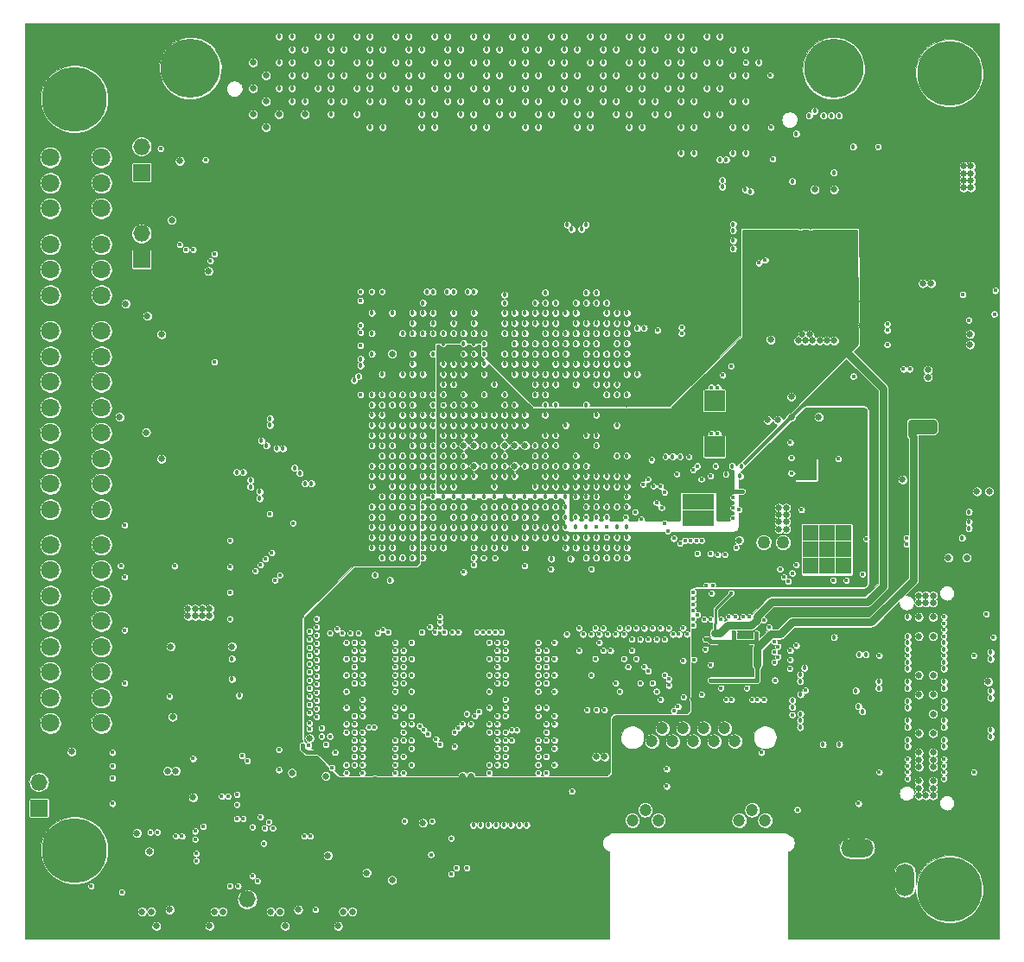
<source format=gbr>
G04 #@! TF.FileFunction,Copper,L6,Inr,Plane*
%FSLAX46Y46*%
G04 Gerber Fmt 4.6, Leading zero omitted, Abs format (unit mm)*
G04 Created by KiCad (PCBNEW (2016-08-02 BZR 7002)-product) date Tue Oct 11 11:13:20 2016*
%MOMM*%
%LPD*%
G01*
G04 APERTURE LIST*
%ADD10C,0.101600*%
%ADD11R,1.600000X1.600000*%
%ADD12C,1.200000*%
%ADD13O,1.200000X1.800000*%
%ADD14C,6.350000*%
%ADD15O,3.200000X1.800000*%
%ADD16O,1.800000X3.200000*%
%ADD17C,1.778000*%
%ADD18R,1.651000X1.651000*%
%ADD19O,1.651000X1.651000*%
%ADD20R,0.750000X0.900000*%
%ADD21R,1.080000X0.780000*%
%ADD22R,1.287500X1.287500*%
%ADD23R,1.000000X1.250000*%
%ADD24R,1.250000X1.250000*%
%ADD25R,1.000000X1.000000*%
%ADD26R,1.500000X1.500000*%
%ADD27R,0.800000X0.800000*%
%ADD28C,5.800000*%
%ADD29C,1.800000*%
%ADD30C,0.635000*%
%ADD31C,0.406400*%
%ADD32C,0.457200*%
%ADD33C,1.270000*%
%ADD34C,0.254000*%
%ADD35C,0.381000*%
%ADD36C,0.762000*%
G04 APERTURE END LIST*
D10*
D11*
X95400000Y-78700000D03*
X97000000Y-78700000D03*
X95400000Y-77100000D03*
X97000000Y-77100000D03*
D12*
X91661000Y-100596000D03*
X93693000Y-100596000D03*
X95725000Y-100596000D03*
X97757000Y-100596000D03*
X99789000Y-100596000D03*
X92677000Y-99326000D03*
X94709000Y-99326000D03*
X96741000Y-99326000D03*
X98773000Y-99326000D03*
X100805000Y-99326000D03*
X89723000Y-108346000D03*
X90993000Y-107326000D03*
X92263000Y-108346000D03*
X100203000Y-108346000D03*
X101473000Y-107326000D03*
X102743000Y-108346000D03*
D13*
X86148000Y-116156000D03*
X106318000Y-116156000D03*
D14*
X35080000Y-37620000D03*
X120810000Y-35080000D03*
X35080000Y-111280000D03*
X120810000Y-115090000D03*
D15*
X111759000Y-117073000D03*
X111759000Y-111073000D03*
D16*
X116459000Y-114173000D03*
D17*
X67500000Y-112700000D03*
X82000000Y-112700000D03*
X82600000Y-117650000D03*
X66900000Y-117650000D03*
D18*
X31600000Y-107140000D03*
D19*
X31600000Y-104600000D03*
X31600000Y-102060000D03*
D18*
X52000000Y-118640000D03*
D19*
X52000000Y-116100000D03*
D18*
X41656000Y-44831000D03*
D19*
X41656000Y-42291000D03*
D18*
X41656000Y-53340000D03*
D19*
X41656000Y-50800000D03*
D20*
X57925000Y-102700000D03*
X58675000Y-102700000D03*
D21*
X120580000Y-79937000D03*
X119500000Y-79937000D03*
X118420000Y-79937000D03*
X120580000Y-79157000D03*
X120580000Y-78377000D03*
X120580000Y-77597000D03*
X120580000Y-76817000D03*
X120580000Y-76037000D03*
X120580000Y-75257000D03*
X119500000Y-75257000D03*
X119500000Y-76037000D03*
X119500000Y-76817000D03*
X119500000Y-77597000D03*
X119500000Y-78377000D03*
X119500000Y-79157000D03*
X118420000Y-79157000D03*
X118420000Y-78377000D03*
X118420000Y-77597000D03*
X118420000Y-76817000D03*
X118420000Y-76037000D03*
X118420000Y-75257000D03*
D22*
X120631250Y-61931250D03*
X119343750Y-61931250D03*
X118056250Y-61931250D03*
X116768750Y-61931250D03*
X120631250Y-60643750D03*
X119343750Y-60643750D03*
X118056250Y-60643750D03*
X116768750Y-60643750D03*
X120631250Y-59356250D03*
X119343750Y-59356250D03*
X118056250Y-59356250D03*
X116768750Y-59356250D03*
X120631250Y-58068750D03*
X119343750Y-58068750D03*
X118056250Y-58068750D03*
X116768750Y-58068750D03*
D23*
X109720000Y-97506000D03*
X109720000Y-96256000D03*
X109720000Y-98756000D03*
X108720000Y-98756000D03*
X108720000Y-97506000D03*
X108720000Y-96256000D03*
X108720000Y-95006000D03*
X108720000Y-93756000D03*
X108720000Y-92506000D03*
X109720000Y-92506000D03*
X109720000Y-93756000D03*
X109720000Y-95006000D03*
D24*
X49050000Y-110250000D03*
X49050000Y-112750000D03*
X51550000Y-110250000D03*
X50300000Y-112750000D03*
X49050000Y-111500000D03*
X50300000Y-111500000D03*
X51550000Y-111500000D03*
X50300000Y-110250000D03*
X51550000Y-112750000D03*
D25*
X98300000Y-66700000D03*
X98300000Y-67700000D03*
X97300000Y-67700000D03*
X97300000Y-66700000D03*
X98300000Y-71200000D03*
X98300000Y-72200000D03*
X97300000Y-72200000D03*
X97300000Y-71200000D03*
X106300000Y-73500000D03*
X107300000Y-73500000D03*
X107300000Y-74500000D03*
X106300000Y-74500000D03*
D11*
X108800000Y-81800000D03*
X110400000Y-81800000D03*
X110400000Y-83400000D03*
X108800000Y-83400000D03*
X107200000Y-83400000D03*
X107200000Y-81800000D03*
X107200000Y-80200000D03*
X108800000Y-80200000D03*
X110400000Y-80200000D03*
D26*
X98945000Y-93333000D03*
X98945000Y-91833000D03*
X100445000Y-91833000D03*
X100445000Y-93333000D03*
D27*
X109385000Y-42837000D03*
X108585000Y-42837000D03*
X107785000Y-42837000D03*
X107785000Y-42037000D03*
X108585000Y-42037000D03*
X109385000Y-42037000D03*
X109385000Y-41237000D03*
X108585000Y-41237000D03*
X107785000Y-41237000D03*
D28*
X46454300Y-34616700D03*
X109455700Y-34616700D03*
D29*
X32719000Y-67865000D03*
X32719000Y-65365000D03*
X32719000Y-62865000D03*
X32719000Y-60365000D03*
X32719000Y-70365000D03*
X32719000Y-72865000D03*
X32719000Y-75365000D03*
X32719000Y-77865000D03*
X37719000Y-60365000D03*
X37719000Y-62865000D03*
X37719000Y-65365000D03*
X37719000Y-67865000D03*
X37719000Y-70365000D03*
X37719000Y-72865000D03*
X37719000Y-75365000D03*
X37719000Y-77865000D03*
X32719000Y-88820000D03*
X32719000Y-86320000D03*
X32719000Y-83820000D03*
X32719000Y-81320000D03*
X32719000Y-91320000D03*
X32719000Y-93820000D03*
X32719000Y-96320000D03*
X32719000Y-98820000D03*
X37719000Y-81320000D03*
X37719000Y-83820000D03*
X37719000Y-86320000D03*
X37719000Y-88820000D03*
X37719000Y-91320000D03*
X37719000Y-93820000D03*
X37719000Y-96320000D03*
X37719000Y-98820000D03*
X32719000Y-56856000D03*
X32719000Y-54356000D03*
X32719000Y-51856000D03*
X37719000Y-51856000D03*
X37719000Y-54356000D03*
X37719000Y-56856000D03*
X32719000Y-48347000D03*
X32719000Y-45847000D03*
X32719000Y-43347000D03*
X37719000Y-43347000D03*
X37719000Y-45847000D03*
X37719000Y-48347000D03*
D30*
X44700000Y-90200000D03*
D31*
X64500000Y-104200000D03*
X99900000Y-81600004D03*
X113500000Y-83400000D03*
X101300002Y-90000000D03*
X48800000Y-52000000D03*
D30*
X119400000Y-41800000D03*
X119400000Y-42500000D03*
X112500000Y-48100000D03*
X112500000Y-49300000D03*
D31*
X112100000Y-66200000D03*
D30*
X112300000Y-57500000D03*
X113600000Y-56500000D03*
X124700000Y-72400000D03*
X124700000Y-73100000D03*
X123500000Y-73100000D03*
X123500000Y-72400000D03*
X112200000Y-59800000D03*
D31*
X112400000Y-62400000D03*
X114400000Y-64800000D03*
X114400000Y-63200000D03*
D30*
X108000000Y-68800000D03*
X105300000Y-66800000D03*
X108000000Y-66800000D03*
D31*
X124800000Y-52800000D03*
X125200000Y-67200000D03*
X125200000Y-57900000D03*
X125200000Y-57200000D03*
X125200000Y-55600000D03*
X125200000Y-65100000D03*
X125200000Y-63300000D03*
D30*
X125300000Y-62500000D03*
X125300000Y-59500000D03*
D31*
X107315000Y-105029000D03*
D30*
X36000000Y-47500000D03*
X36000000Y-56000000D03*
D31*
X43600000Y-41200000D03*
X125349000Y-93599000D03*
X120269000Y-94107000D03*
X123189079Y-94107556D03*
X120269000Y-96012000D03*
X123190000Y-96012000D03*
X123190000Y-97917000D03*
X120269000Y-97917000D03*
X123190000Y-99822000D03*
X120269000Y-99822000D03*
X123190000Y-101727000D03*
X120269000Y-101727000D03*
X116713000Y-101727000D03*
X113919000Y-101727000D03*
X116713000Y-99822000D03*
X113919000Y-99822000D03*
D30*
X117221000Y-97917000D03*
D32*
X116713000Y-96012000D03*
X113919000Y-96012000D03*
X116713000Y-94107000D03*
X113919000Y-94107000D03*
D31*
X125100000Y-89800000D03*
D30*
X45000000Y-94700000D03*
X50500000Y-93600000D03*
D31*
X72800000Y-110100000D03*
D30*
X68199984Y-108600000D03*
D31*
X70699998Y-108400000D03*
X71500000Y-113000000D03*
X36700000Y-118500000D03*
X39100000Y-118500000D03*
D30*
X34800000Y-106700000D03*
X34800000Y-104200000D03*
X34800000Y-102900000D03*
X51300000Y-97900000D03*
D31*
X57100000Y-113100000D03*
X38800000Y-110600000D03*
D30*
X43100000Y-110700000D03*
X39000000Y-113900000D03*
X43100000Y-113700000D03*
D31*
X40300000Y-109000000D03*
X49734776Y-102126117D03*
D30*
X44200000Y-100100000D03*
X45000000Y-100100000D03*
X56300000Y-111500000D03*
X47000000Y-117100000D03*
X50300000Y-79500000D03*
D31*
X43500000Y-85200000D03*
X45900000Y-86000000D03*
X48700000Y-81500000D03*
X42000000Y-82000000D03*
X46000000Y-81500000D03*
X44900000Y-67600000D03*
X44900000Y-79400000D03*
X48700000Y-55200002D03*
X48800000Y-62600000D03*
D30*
X43400006Y-55200000D03*
X46600000Y-43700000D03*
D32*
X94400000Y-72700000D03*
D31*
X109400000Y-102100000D03*
X103700000Y-101400000D03*
X103900000Y-107300000D03*
X99100000Y-105000000D03*
X106300000Y-100100000D03*
D30*
X123200000Y-40400000D03*
X115000000Y-40400000D03*
X123200000Y-52000000D03*
X115000000Y-52000000D03*
X119500000Y-48500000D03*
X113700000Y-106700000D03*
X106200000Y-50100000D03*
X107200000Y-50100000D03*
X105300000Y-68800000D03*
X73900000Y-104000000D03*
X73100000Y-104000000D03*
D31*
X72300000Y-101100000D03*
X87000000Y-97500000D03*
X86200000Y-97500000D03*
D30*
X86200000Y-102100000D03*
X87000000Y-102100000D03*
D31*
X60600000Y-101700000D03*
X55100000Y-95200000D03*
X55100000Y-90000000D03*
X55100000Y-98400000D03*
X59300000Y-100100000D03*
D30*
X55900000Y-114100000D03*
X54600000Y-114100000D03*
D31*
X64500000Y-115000000D03*
D30*
X62100000Y-113500000D03*
X59600000Y-117100000D03*
D32*
X93000000Y-72700000D03*
X93700000Y-72700000D03*
D30*
X105800000Y-90400000D03*
X108500000Y-87800000D03*
X109400000Y-87800000D03*
X112100000Y-90400000D03*
X113100000Y-87800000D03*
D31*
X93800000Y-80700000D03*
X52400000Y-77300000D03*
D32*
X75200000Y-66600000D03*
X79200000Y-77600000D03*
X73200000Y-74600000D03*
D30*
X74200000Y-73600000D03*
X74200000Y-71600000D03*
D32*
X65200000Y-62600000D03*
X66200000Y-61600000D03*
D31*
X62500000Y-98900000D03*
D30*
X78200000Y-73600000D03*
D32*
X77200000Y-74600000D03*
D30*
X78200000Y-71600000D03*
D32*
X71200000Y-61600000D03*
X75200000Y-69600000D03*
X88200000Y-72600000D03*
X76200000Y-69600000D03*
X78200000Y-69600000D03*
X77200000Y-70600000D03*
X80200000Y-71600000D03*
D31*
X106300004Y-77900000D03*
D32*
X79000000Y-110400000D03*
X77500000Y-110400000D03*
X76000000Y-110400000D03*
X74500000Y-110400000D03*
D31*
X100200000Y-77900000D03*
X112300000Y-84200000D03*
X93300000Y-95100000D03*
X104267000Y-93472000D03*
X94742000Y-96266000D03*
X102616000Y-97790000D03*
X95631000Y-96520000D03*
X98425000Y-86106000D03*
D32*
X66200000Y-78600000D03*
X64200000Y-82600000D03*
X67200000Y-81600000D03*
X82200000Y-76600000D03*
X89200000Y-77600000D03*
X86200000Y-78600000D03*
X87200000Y-81600000D03*
X72200000Y-76600000D03*
D31*
X87600006Y-91700000D03*
X70200000Y-80600000D03*
D32*
X73200000Y-79600000D03*
X76200000Y-78600000D03*
X74200000Y-82600000D03*
X77200000Y-81600000D03*
X83200000Y-79600000D03*
X80200000Y-80600000D03*
X83700000Y-82700000D03*
D31*
X75700000Y-97300000D03*
X82100000Y-90900000D03*
X82100000Y-92500000D03*
X82100000Y-94100000D03*
X75700000Y-90900000D03*
X75700000Y-92500000D03*
X75700000Y-94100000D03*
X81300000Y-97300000D03*
X82100000Y-98900000D03*
X82100000Y-100500000D03*
X81300000Y-100500000D03*
X82100000Y-101300000D03*
X80500000Y-102900000D03*
X82100000Y-102900000D03*
X75700000Y-103700000D03*
X75700000Y-102900000D03*
X76500000Y-101300000D03*
X76500000Y-100500000D03*
X75700000Y-99700000D03*
X76500000Y-98900000D03*
X75700000Y-98900000D03*
X61700000Y-97300000D03*
X68100000Y-90900000D03*
X68100000Y-92500000D03*
X68100000Y-94100000D03*
X67300000Y-97300000D03*
X66500000Y-102900000D03*
X68100000Y-101300000D03*
X67300000Y-100500000D03*
X68100000Y-100500000D03*
X68100000Y-98900000D03*
X68100000Y-102900000D03*
X61700000Y-90900000D03*
X61700000Y-92500000D03*
X61700000Y-94100000D03*
X61700000Y-98900000D03*
X61700000Y-99700000D03*
X61700000Y-103700000D03*
X61700000Y-102900000D03*
X62500000Y-100500000D03*
X62500000Y-101300000D03*
D32*
X60198000Y-41656000D03*
X76200000Y-75600000D03*
X85200000Y-75600000D03*
X88200000Y-74600000D03*
X72200000Y-73600000D03*
X76200000Y-73600000D03*
X81200000Y-73600000D03*
X84200000Y-72600000D03*
X77200000Y-72600000D03*
X73200000Y-72600000D03*
X72200000Y-71600000D03*
X76200000Y-71600000D03*
X73200000Y-70600000D03*
X72200000Y-69600000D03*
X74200000Y-69600000D03*
X83200000Y-69600000D03*
X86200000Y-68600000D03*
X79200000Y-68600000D03*
X77200000Y-68600000D03*
X75200000Y-68600000D03*
X73200000Y-68600000D03*
X78200000Y-67600000D03*
X74200000Y-67600000D03*
X67200000Y-59600000D03*
X69200000Y-59600000D03*
X71200000Y-59600000D03*
X65200000Y-59600000D03*
X64200000Y-57600000D03*
X66200000Y-57600000D03*
X68200000Y-57600000D03*
X70200000Y-57600000D03*
X72200000Y-57600000D03*
X89200000Y-67600000D03*
X73200000Y-59600000D03*
X75200000Y-59600000D03*
X74200000Y-57600000D03*
X76199718Y-57600000D03*
X76200000Y-58600000D03*
X76199718Y-59600000D03*
X76199718Y-60600000D03*
X76200000Y-61600000D03*
X74200000Y-61600000D03*
X70200000Y-61600000D03*
X68200000Y-61600000D03*
X64200000Y-61600000D03*
X70200000Y-64600000D03*
X67200000Y-63600000D03*
X69200000Y-63600000D03*
X70200000Y-63600000D03*
X71200000Y-63600000D03*
X72200000Y-63600000D03*
X73200000Y-63600000D03*
X75200000Y-63600000D03*
X73200000Y-66600000D03*
X76200000Y-65600000D03*
X82200000Y-66600000D03*
X77200000Y-66600000D03*
X79200000Y-66600000D03*
X78200000Y-65600000D03*
X85200000Y-65600000D03*
X76200000Y-63600000D03*
X76200000Y-62600000D03*
X81200000Y-63600000D03*
X88200000Y-64600000D03*
X87200000Y-61600000D03*
X84200000Y-62600000D03*
X77200000Y-61600000D03*
X80200000Y-60600000D03*
X83200000Y-59600000D03*
X86200000Y-58600000D03*
X89200000Y-57600000D03*
X79200000Y-57600000D03*
X70200000Y-65600000D03*
X69200000Y-65600000D03*
X68200000Y-65600000D03*
X67200000Y-65600000D03*
X66200000Y-65600000D03*
X65200000Y-65600000D03*
X64200000Y-65600000D03*
X68200000Y-74600000D03*
X69200000Y-77600000D03*
X65200000Y-75600000D03*
X70200000Y-70600000D03*
X64200000Y-72600000D03*
X67200000Y-71600000D03*
X69200000Y-67600000D03*
X66200000Y-68600000D03*
X98298000Y-40386000D03*
X86868000Y-42926000D03*
X88138000Y-42926000D03*
X61468000Y-42926000D03*
X93218000Y-32766000D03*
X53848000Y-31496000D03*
X57658000Y-31496000D03*
X61468000Y-31496000D03*
X65278000Y-31496000D03*
X69088000Y-31496000D03*
X72898000Y-31496000D03*
X76708000Y-31496000D03*
X80518000Y-31496000D03*
X84328000Y-31496000D03*
X88138000Y-31496000D03*
X91948000Y-31496000D03*
X95758000Y-31496000D03*
X52578000Y-42926000D03*
X56388000Y-42926000D03*
X57658000Y-42926000D03*
X62738000Y-42926000D03*
X66548000Y-42926000D03*
X67818000Y-42926000D03*
X71628000Y-42926000D03*
X72898000Y-42926000D03*
X76708000Y-42926000D03*
X77978000Y-42926000D03*
X83058000Y-42926000D03*
X91948000Y-42926000D03*
X93218000Y-42926000D03*
X97028000Y-42926000D03*
X98298000Y-42926000D03*
X102108000Y-42926000D03*
X100838000Y-41656000D03*
X99568000Y-41656000D03*
X95758000Y-41656000D03*
X94488000Y-41656000D03*
X90678000Y-41656000D03*
X89408000Y-41656000D03*
X85598000Y-41656000D03*
X84328000Y-41656000D03*
X80518000Y-41656000D03*
X79248000Y-41656000D03*
X75438000Y-41656000D03*
X74168000Y-41656000D03*
X70358000Y-41656000D03*
X69088000Y-41656000D03*
X65278000Y-41656000D03*
X64008000Y-41656000D03*
X58928000Y-41656000D03*
X55118000Y-41656000D03*
X53848000Y-41656000D03*
X52578000Y-40386000D03*
X55118000Y-40386000D03*
X57658000Y-40386000D03*
X60198000Y-40386000D03*
X61468000Y-40386000D03*
X62738000Y-40386000D03*
X66548000Y-40386000D03*
X67818000Y-40386000D03*
X71628000Y-40386000D03*
X72898000Y-40386000D03*
X76708000Y-40386000D03*
X77978000Y-40386000D03*
X81788000Y-40386000D03*
X83058000Y-40386000D03*
X86868000Y-40386000D03*
X88138000Y-40386000D03*
X91948000Y-40386000D03*
X93218000Y-40386000D03*
X97028000Y-40386000D03*
X102108000Y-40386000D03*
X100838000Y-39116000D03*
X99568000Y-39116000D03*
X95758000Y-39116000D03*
X94488000Y-39116000D03*
X90678000Y-39116000D03*
X86868000Y-39116000D03*
X83058000Y-39116000D03*
X79248000Y-39116000D03*
X75438000Y-39116000D03*
X71628000Y-39116000D03*
X67818000Y-39116000D03*
X58928000Y-39116000D03*
X56388000Y-39116000D03*
X53848000Y-39116000D03*
X52578000Y-37846000D03*
X55118000Y-37846000D03*
X58928000Y-37846000D03*
X62738000Y-37846000D03*
X66548000Y-37846000D03*
X70358000Y-37846000D03*
X74168000Y-37846000D03*
X77978000Y-37846000D03*
X81788000Y-37846000D03*
X85598000Y-37846000D03*
X89408000Y-37846000D03*
X93218000Y-37846000D03*
X97028000Y-37846000D03*
X98298000Y-37846000D03*
X102108000Y-37846000D03*
X100838000Y-36576000D03*
X99568000Y-36576000D03*
X95758000Y-36576000D03*
X84328000Y-36576000D03*
X80518000Y-36576000D03*
X76708000Y-36576000D03*
X72898000Y-36576000D03*
X69088000Y-36576000D03*
X65278000Y-36576000D03*
X61468000Y-36576000D03*
X57658000Y-36576000D03*
X53848000Y-36576000D03*
X52578000Y-35306000D03*
X55118000Y-35306000D03*
X58928000Y-35306000D03*
X62738000Y-35306000D03*
X66548000Y-35306000D03*
X70358000Y-35306000D03*
X74168000Y-35306000D03*
X77978000Y-35306000D03*
X81788000Y-35306000D03*
X85598000Y-35306000D03*
X89408000Y-35306000D03*
X93218000Y-35306000D03*
X88138000Y-36576000D03*
X91948000Y-36576000D03*
X97028000Y-35306000D03*
X98298000Y-35306000D03*
X102108000Y-35306000D03*
X99568000Y-34036000D03*
X95758000Y-34036000D03*
X91948000Y-34036000D03*
X88138000Y-34036000D03*
X84328000Y-34036000D03*
X80518000Y-34036000D03*
X76708000Y-34036000D03*
X72898000Y-34036000D03*
X69088000Y-34036000D03*
X65278000Y-34036000D03*
X61468000Y-34036000D03*
X57658000Y-34036000D03*
X53848000Y-34036000D03*
X52578000Y-32766000D03*
X55118000Y-32766000D03*
X58928000Y-32766000D03*
X62738000Y-32766000D03*
X66548000Y-32766000D03*
X70358000Y-32766000D03*
X74168000Y-32766000D03*
X77978000Y-32766000D03*
X81788000Y-32766000D03*
X85598000Y-32766000D03*
X89408000Y-32766000D03*
X97028000Y-32766000D03*
X98298000Y-32766000D03*
X102108000Y-32766000D03*
X100838000Y-31496000D03*
X99568000Y-31496000D03*
X77200000Y-69600000D03*
D30*
X44600000Y-49500000D03*
X42400000Y-111400000D03*
X112100000Y-68400000D03*
X111400000Y-68400000D03*
X112100000Y-70500000D03*
X112100000Y-69800000D03*
X112100000Y-69100000D03*
X111400000Y-70500000D03*
X111400000Y-69800000D03*
X111400000Y-69100000D03*
D31*
X122100000Y-56800000D03*
D30*
X73900000Y-102800000D03*
X73100000Y-102800000D03*
X86200000Y-100900000D03*
X87000000Y-100900000D03*
D31*
X57400000Y-101000000D03*
D32*
X74200000Y-77600000D03*
X77200000Y-76600000D03*
D31*
X71200000Y-78600000D03*
D32*
X75200000Y-80600000D03*
X81200000Y-78600000D03*
X78200000Y-79600000D03*
X72200000Y-81600000D03*
X79200000Y-82700000D03*
X82200000Y-81600000D03*
D31*
X76500000Y-95700000D03*
X82100000Y-91700000D03*
X82100000Y-93300000D03*
X81300000Y-95700000D03*
X75700000Y-91700000D03*
X75700000Y-93300000D03*
X81300000Y-98100000D03*
X82100000Y-99700000D03*
X81300000Y-101300000D03*
X82100000Y-102100000D03*
X81300000Y-102900000D03*
X82100000Y-103700000D03*
X76500000Y-103700000D03*
X75700000Y-102100000D03*
X75700000Y-101300000D03*
X75700000Y-100500000D03*
X77300000Y-98900000D03*
X75700000Y-98100000D03*
X62500000Y-95700000D03*
X68100000Y-91700000D03*
X68100000Y-93300000D03*
X67300000Y-95700000D03*
X67300000Y-101300000D03*
X68100000Y-99700000D03*
X67300000Y-98100000D03*
X67300000Y-102900000D03*
X68100000Y-102100000D03*
X68100000Y-103700000D03*
X61700000Y-91700000D03*
X61700000Y-93300000D03*
X63300000Y-98900000D03*
X62500000Y-103700000D03*
X61700000Y-102100000D03*
X61700000Y-98100000D03*
X61700000Y-101300000D03*
X61700000Y-100500000D03*
D30*
X58100000Y-100300000D03*
D31*
X60300000Y-103200000D03*
X76500000Y-94100000D03*
X82100000Y-98100000D03*
X68100000Y-98100000D03*
X62500000Y-94100000D03*
D32*
X78200000Y-77600000D03*
X80200000Y-77600000D03*
D30*
X124700000Y-76100000D03*
X123500000Y-76100000D03*
X122500000Y-82600000D03*
X120700000Y-82600000D03*
X119200004Y-105900004D03*
X119200000Y-105200000D03*
X119200000Y-104500000D03*
X119200004Y-103100000D03*
X119200000Y-102400000D03*
X119200000Y-101700000D03*
X119200002Y-99800000D03*
X119200000Y-97900000D03*
X119200000Y-96000000D03*
X119200000Y-94100000D03*
X119200000Y-90300000D03*
X119199996Y-88400000D03*
X119200000Y-87000000D03*
X119200000Y-86300000D03*
X118500000Y-86300000D03*
X117800000Y-86300000D03*
X118500000Y-87000000D03*
X117800000Y-87000000D03*
X118500000Y-105900018D03*
X117800000Y-105900000D03*
X117800000Y-105200000D03*
X117800000Y-104500000D03*
X117800000Y-103100000D03*
X117800000Y-102400000D03*
X117800000Y-101700000D03*
X117800000Y-99800000D03*
X117800000Y-88400000D03*
X117800000Y-90300000D03*
X117800000Y-94100000D03*
X117800000Y-96000000D03*
X118700000Y-64900000D03*
X118700000Y-64200000D03*
X119000000Y-55700000D03*
X118200000Y-55700000D03*
X122800004Y-61700000D03*
X124587000Y-94742006D03*
D31*
X72000000Y-110100000D03*
D30*
X69200004Y-108600000D03*
X44200000Y-103500000D03*
X45000000Y-103500000D03*
D31*
X93100000Y-103300000D03*
D30*
X66200000Y-114200000D03*
D31*
X116586000Y-81280000D03*
D32*
X122700000Y-78100000D03*
D30*
X59700000Y-104000000D03*
X100200000Y-80900000D03*
X122900000Y-46300000D03*
X122900000Y-45600000D03*
X122900000Y-44900000D03*
X122900000Y-44200000D03*
X122200000Y-44200000D03*
X122200000Y-44900000D03*
X122200000Y-45600000D03*
X122200000Y-46300000D03*
D31*
X98600000Y-64700000D03*
X112649000Y-80772000D03*
X124400000Y-88100000D03*
D30*
X46700000Y-106100000D03*
X44500000Y-91300000D03*
X44700000Y-98200000D03*
X48200000Y-54500000D03*
X34800000Y-101600000D03*
X41200000Y-109600000D03*
D31*
X53600000Y-110600000D03*
X44900000Y-83408802D03*
X39600000Y-83400000D03*
D30*
X45400000Y-43700000D03*
D31*
X105900000Y-107300000D03*
X103649802Y-92837000D03*
D32*
X109500000Y-90392800D03*
X106600000Y-93400000D03*
X106200000Y-96000000D03*
X106200000Y-97900000D03*
X108400000Y-100900000D03*
X110000000Y-100900000D03*
D31*
X98100000Y-65895182D03*
X98100000Y-70395180D03*
X50300000Y-114800000D03*
X58000000Y-101000000D03*
D30*
X56400000Y-103700000D03*
D31*
X92200000Y-60300000D03*
X105300000Y-72800000D03*
X96500000Y-80900000D03*
X96000000Y-80900000D03*
X110700000Y-84800000D03*
X94700000Y-92700000D03*
D32*
X109474000Y-44831000D03*
X111378996Y-42291000D03*
X89200000Y-82600000D03*
X88200000Y-79600000D03*
X85200000Y-80600000D03*
X72200000Y-70600000D03*
X72200000Y-68600000D03*
X111633000Y-95631000D03*
X73200000Y-64600000D03*
X72200000Y-64600000D03*
X71200000Y-64600000D03*
X74200000Y-63600000D03*
X62738000Y-39116000D03*
D30*
X57658000Y-39116000D03*
X55118000Y-39116000D03*
X53848000Y-40386000D03*
X52578000Y-39116000D03*
X116205000Y-74930000D03*
X103300000Y-61200000D03*
X103000000Y-69100000D03*
X104000000Y-69100000D03*
D33*
X104500000Y-81100000D03*
X102600000Y-81100002D03*
D30*
X104800000Y-77700000D03*
X104800000Y-78400000D03*
X104800000Y-79100000D03*
X104817400Y-79800000D03*
X104100000Y-79800000D03*
X104100000Y-79100000D03*
X104100000Y-78400000D03*
X104100000Y-77700000D03*
X73200000Y-71600000D03*
X66200000Y-62600000D03*
X79200000Y-71600000D03*
X77200000Y-71600000D03*
D32*
X76200000Y-68600000D03*
X79200000Y-73600000D03*
X80200000Y-66600000D03*
X76200000Y-74600000D03*
X74200000Y-74600000D03*
X73200000Y-73600000D03*
X75200000Y-73600000D03*
X77200000Y-73600000D03*
X76200000Y-72600000D03*
X72200000Y-72600000D03*
X75200000Y-71600000D03*
X74200000Y-70600000D03*
X73200000Y-69600000D03*
X79200000Y-69600000D03*
X78200000Y-68600000D03*
X74200000Y-68600000D03*
X77200000Y-67600000D03*
X73200000Y-67600000D03*
X69200000Y-60600000D03*
X73200000Y-60600000D03*
X75200000Y-60600000D03*
X68200000Y-62600000D03*
X70200000Y-62600000D03*
X74200000Y-62600000D03*
X69200000Y-64600000D03*
X65200000Y-64600000D03*
X67200000Y-64600000D03*
D31*
X96900000Y-90600000D03*
X97400000Y-94600000D03*
X101900000Y-90000000D03*
X99700000Y-89900000D03*
D30*
X117100000Y-69400000D03*
X117800000Y-69400000D03*
X118500000Y-69400000D03*
X117100000Y-70100000D03*
X117800000Y-70100000D03*
X118500000Y-70100000D03*
X119200000Y-69400000D03*
X119200000Y-70100000D03*
D32*
X64200000Y-60600000D03*
D30*
X101981000Y-93091000D03*
D31*
X101981000Y-94615000D03*
D32*
X64200000Y-58600000D03*
X71200000Y-60600000D03*
X67200000Y-60600000D03*
X70200000Y-58600000D03*
X68200000Y-58600000D03*
X66200000Y-58600000D03*
X72200000Y-58600000D03*
X74200000Y-58600000D03*
X64200000Y-62600000D03*
X68200000Y-63600000D03*
D31*
X105400000Y-98000000D03*
X105300000Y-74300000D03*
X101000000Y-72100000D03*
D30*
X110600000Y-51100000D03*
X111300000Y-51100000D03*
X111300000Y-51800000D03*
X111300000Y-52500000D03*
X111300000Y-53200000D03*
X111300000Y-53900000D03*
X110600000Y-53900000D03*
D31*
X116900000Y-64100000D03*
D32*
X75200000Y-74600000D03*
X79200000Y-74600000D03*
X75200000Y-65600000D03*
X76200000Y-64600000D03*
X71200000Y-62600000D03*
D31*
X99400000Y-86100000D03*
X100500006Y-76100000D03*
X99300000Y-78200000D03*
X99300000Y-76000000D03*
X99300000Y-77200000D03*
X94000000Y-75500000D03*
X93100000Y-77400000D03*
X93100000Y-78600000D03*
D30*
X97790000Y-89997898D03*
D32*
X107600000Y-38800000D03*
X87200000Y-76600000D03*
X84200000Y-77600000D03*
X73200000Y-75600000D03*
X77200000Y-75600000D03*
X83200000Y-74600000D03*
X80200000Y-74600000D03*
X86200000Y-73600000D03*
X72200000Y-66600000D03*
X73200000Y-65600000D03*
X74200000Y-66600000D03*
X76200000Y-66600000D03*
X78200000Y-66600000D03*
X78200000Y-70600000D03*
D31*
X55100000Y-103400000D03*
D30*
X48300000Y-87600000D03*
X47600000Y-87600000D03*
X46900000Y-87600000D03*
X46200000Y-87600000D03*
X46200000Y-88300000D03*
X48300000Y-88300000D03*
X47600000Y-88300000D03*
X46900000Y-88300000D03*
X50500000Y-91300000D03*
D32*
X65200000Y-80600000D03*
X68200000Y-79600000D03*
X69200000Y-82600000D03*
X70200000Y-75600000D03*
X64200000Y-77600000D03*
X67200000Y-76600000D03*
X69200000Y-72600000D03*
X66200000Y-73600000D03*
X65200000Y-70600000D03*
X68200000Y-69600000D03*
X67200000Y-66600000D03*
X64200000Y-67600000D03*
D30*
X53848000Y-35306000D03*
X53848000Y-37846000D03*
X52578000Y-36576000D03*
X52578000Y-34036000D03*
D31*
X125200000Y-58700000D03*
X114700000Y-61700000D03*
D30*
X122800000Y-60677697D03*
D32*
X69200000Y-58600000D03*
X105410000Y-97231200D03*
X69200000Y-57600000D03*
X105410000Y-96570800D03*
D30*
X44400000Y-117100000D03*
X107100000Y-60700000D03*
X106400000Y-60700000D03*
X109500004Y-61300000D03*
X108800000Y-61300000D03*
X108100000Y-61300000D03*
X107400000Y-61300000D03*
X106700000Y-61300000D03*
X106000002Y-61300000D03*
D31*
X97500000Y-65895188D03*
X97506444Y-70395183D03*
X89200000Y-62600000D03*
D32*
X85200000Y-67600000D03*
X89200000Y-72600000D03*
X82200000Y-71600000D03*
X85200000Y-70600000D03*
X88200000Y-69600000D03*
X81200000Y-68600000D03*
X87200000Y-66600000D03*
X80200000Y-65600000D03*
X83200000Y-64600000D03*
X79200000Y-62600000D03*
X86200000Y-63600000D03*
X82200000Y-61600000D03*
X85200000Y-60600000D03*
X81200000Y-58600000D03*
X88200000Y-59600000D03*
X84200000Y-57600000D03*
X78200000Y-59600000D03*
X82200000Y-74600000D03*
D30*
X57000000Y-117100000D03*
D31*
X96100000Y-82200000D03*
X96520000Y-96012000D03*
X102616000Y-96520000D03*
X98425000Y-95377000D03*
X100965000Y-95377000D03*
X97409000Y-93091000D03*
D32*
X98298000Y-43561000D03*
X97028000Y-39116000D03*
D31*
X94550000Y-60000000D03*
D32*
X75200000Y-61600000D03*
X98933000Y-43561000D03*
X98298000Y-39116000D03*
X75200000Y-62600000D03*
D31*
X94550000Y-60600000D03*
X68200000Y-77600000D03*
X73500000Y-113000000D03*
D32*
X64200000Y-75600000D03*
X102108000Y-34036000D03*
D31*
X114700000Y-60300000D03*
X105200000Y-71300000D03*
X98100000Y-82300000D03*
X72000000Y-113600000D03*
X43200000Y-109500000D03*
X51500000Y-102000000D03*
X51000000Y-108200000D03*
D32*
X88200000Y-81600000D03*
D31*
X114700000Y-59700000D03*
X109900000Y-72900000D03*
X98800000Y-82300000D03*
X72500000Y-113000002D03*
X42500000Y-109500000D03*
X52000000Y-102500000D03*
X51600000Y-108200000D03*
D32*
X89200000Y-79600000D03*
D31*
X99400000Y-63800000D03*
X89096756Y-78603244D03*
D32*
X60198000Y-39116000D03*
D31*
X103300000Y-40400000D03*
X99600000Y-78700000D03*
X90800000Y-75400000D03*
D32*
X85200000Y-82600000D03*
D31*
X97400000Y-82200000D03*
X58700000Y-117100000D03*
X95758000Y-92583006D03*
X97000000Y-85300000D03*
D32*
X85200000Y-79600000D03*
D30*
X49600000Y-117300000D03*
X48800000Y-117300000D03*
X48300000Y-118700000D03*
X43100000Y-118700000D03*
X41700000Y-117300000D03*
X42600000Y-117300000D03*
X63700000Y-113500000D03*
X55200000Y-117300000D03*
X54300000Y-117300000D03*
X55700000Y-118700000D03*
X60899986Y-118700000D03*
X61400000Y-117300000D03*
X62300000Y-117300000D03*
D31*
X116713000Y-104267000D03*
X123190000Y-103632000D03*
X120269000Y-103632000D03*
X113919000Y-103632000D03*
X116713000Y-103632000D03*
X116713000Y-102997000D03*
X116713000Y-102362000D03*
D32*
X120269000Y-101092000D03*
X116713000Y-101092000D03*
X120269000Y-100457000D03*
X116713000Y-100457000D03*
X112268000Y-97663000D03*
X111887000Y-97155000D03*
X120269000Y-97282000D03*
X116713000Y-97282000D03*
X120269000Y-96647000D03*
X116713000Y-96647000D03*
X113871798Y-95377000D03*
X113871776Y-94742000D03*
X120269000Y-93472000D03*
X116713000Y-93472000D03*
X120269000Y-92837000D03*
X116713000Y-92837000D03*
X112606278Y-92067004D03*
X111945878Y-92067004D03*
X116713000Y-90297000D03*
X116713000Y-88392000D03*
D31*
X120269000Y-102997000D03*
X120269000Y-104267000D03*
X120269000Y-102362000D03*
X120269000Y-90297000D03*
D32*
X120269000Y-90932000D03*
X116713000Y-90932000D03*
D31*
X105800000Y-91200000D03*
X102100000Y-53700000D03*
X120269000Y-89026998D03*
X100838000Y-34036000D03*
X91800000Y-75600000D03*
D32*
X65278000Y-40386000D03*
D31*
X86200000Y-79600000D03*
X120269000Y-88391992D03*
X105200000Y-91700000D03*
X102752255Y-53431700D03*
X120269000Y-89662015D03*
X103251000Y-35306000D03*
X92500000Y-75600000D03*
D32*
X64008000Y-40386000D03*
D31*
X87200000Y-80600000D03*
D32*
X120269000Y-98552000D03*
X116713000Y-98552000D03*
X124841000Y-99491800D03*
X124841000Y-100152200D03*
X120269000Y-99187000D03*
X116713000Y-99187000D03*
X124841000Y-96342200D03*
X120269000Y-94742000D03*
X116713000Y-94742000D03*
X120269000Y-95377000D03*
X116713000Y-95377000D03*
X124841000Y-95681800D03*
X124841000Y-92532200D03*
X124841000Y-91871800D03*
X120269000Y-91567000D03*
X116713000Y-91567000D03*
D31*
X70000000Y-111700000D03*
D32*
X68200000Y-82600000D03*
X79355600Y-108800000D03*
X74144400Y-108800000D03*
X69200000Y-79600000D03*
X74855600Y-108800000D03*
X69200000Y-78600000D03*
X68200000Y-80600000D03*
X75644400Y-108800000D03*
X69200000Y-80600000D03*
X76355600Y-108800000D03*
X68200000Y-81600000D03*
X77144400Y-108800000D03*
X69200000Y-81600000D03*
X77855600Y-108800000D03*
X67200000Y-82600000D03*
X78644400Y-108800000D03*
D31*
X125300000Y-56400000D03*
X122700000Y-59300000D03*
X93200000Y-80000000D03*
X87200000Y-79600000D03*
D32*
X99600000Y-49900000D03*
X100838000Y-42926000D03*
X71600000Y-56500000D03*
X72200000Y-60600000D03*
X100838000Y-37846000D03*
X87200000Y-64600000D03*
X99600000Y-50500000D03*
X72200000Y-56500000D03*
X72200000Y-59600000D03*
X99568000Y-42926000D03*
X99568000Y-37846000D03*
X87200000Y-63600000D03*
X86200000Y-62600000D03*
X98298000Y-36576000D03*
X87200000Y-62600000D03*
X97028000Y-36576000D03*
X99600000Y-51500000D03*
X73600000Y-56500000D03*
X74200000Y-60600000D03*
X95758000Y-40386000D03*
X100800000Y-46500000D03*
X95758000Y-42926000D03*
X69600000Y-56500000D03*
X70200000Y-60600000D03*
X95758000Y-37846000D03*
X81200000Y-67600000D03*
X62900000Y-64800000D03*
X67200000Y-68600000D03*
X95758000Y-35306000D03*
X95758000Y-32766000D03*
X83200000Y-60600000D03*
X99600000Y-52300000D03*
X74200000Y-56500000D03*
X74200000Y-59600000D03*
X94488000Y-40386000D03*
X101318835Y-46707534D03*
X94488000Y-42926000D03*
X70200000Y-56500000D03*
X70200000Y-59600000D03*
X94488000Y-37846000D03*
X82200000Y-67600000D03*
X94488000Y-36576000D03*
X85200000Y-57600000D03*
X62500000Y-65200000D03*
X66200000Y-67600000D03*
X94488000Y-35306000D03*
X94488000Y-34036000D03*
X70200000Y-66600000D03*
X94488000Y-32766000D03*
X84200000Y-60600000D03*
X94488000Y-31496000D03*
X83200000Y-58600000D03*
X63098350Y-63119000D03*
X67200000Y-69600000D03*
X93218000Y-39116000D03*
X93218000Y-36576000D03*
X85200000Y-56600000D03*
X93218000Y-34036000D03*
X69200000Y-66600000D03*
X93218000Y-31496000D03*
X84200000Y-58600000D03*
X63098350Y-63754000D03*
X66200000Y-69600000D03*
X91948000Y-39116000D03*
X91948000Y-37846000D03*
X88200000Y-66600000D03*
X91948000Y-35306000D03*
X68200000Y-67600000D03*
X91948000Y-32766000D03*
X81200000Y-64600000D03*
X90678000Y-40386000D03*
X65200000Y-66600000D03*
X90678000Y-37846000D03*
X89200000Y-66600000D03*
X87200000Y-65600000D03*
X90678000Y-36576000D03*
X90678000Y-35306000D03*
X68200000Y-66600000D03*
X90678000Y-34036000D03*
X70200000Y-68600000D03*
X90678000Y-32766000D03*
X82200000Y-64600000D03*
X90678000Y-31496000D03*
X86200000Y-65600000D03*
X89408000Y-40386000D03*
X66200000Y-66600000D03*
X89408000Y-39116000D03*
X65200000Y-67600000D03*
X88200000Y-65600000D03*
X89408000Y-36576000D03*
X89408000Y-34036000D03*
X70200000Y-67600000D03*
X89408000Y-31496000D03*
X86200000Y-64600000D03*
X88138000Y-39116000D03*
X64200000Y-66600000D03*
X81200000Y-66600000D03*
X88138000Y-37846000D03*
X88138000Y-35306000D03*
X69200000Y-69600000D03*
X84200000Y-65600000D03*
X88138000Y-32766000D03*
X81200000Y-65600000D03*
X86868000Y-37846000D03*
X90200000Y-64600000D03*
X86868000Y-36576000D03*
X86868000Y-35306000D03*
X69200000Y-68600000D03*
X86868000Y-34036000D03*
X71200000Y-69600000D03*
X85200000Y-64600000D03*
X86868000Y-32766000D03*
X86868000Y-31496000D03*
X88200000Y-63600000D03*
X83347780Y-49946780D03*
X85181220Y-49946780D03*
X85598000Y-40386000D03*
X69200000Y-71600000D03*
X85598000Y-39116000D03*
X68200000Y-68600000D03*
X89200000Y-64600000D03*
X85598000Y-36576000D03*
X85598000Y-34036000D03*
X70200000Y-69600000D03*
X89200000Y-63600000D03*
X85598000Y-31496000D03*
X83784220Y-50383220D03*
X84744780Y-50383220D03*
X69200000Y-70600000D03*
X84328000Y-40386000D03*
X84328000Y-39116000D03*
X67200000Y-67600000D03*
X80200000Y-64600000D03*
X84328000Y-37846000D03*
X71200000Y-72600000D03*
X84328000Y-35306000D03*
X88200000Y-62600000D03*
X84328000Y-32766000D03*
X80200000Y-63600000D03*
X83058000Y-37846000D03*
X78200000Y-64600000D03*
X83058000Y-36576000D03*
X71200000Y-71600000D03*
X83058000Y-35306000D03*
X83058000Y-34036000D03*
X70200000Y-73600000D03*
X89200000Y-61600000D03*
X83058000Y-32766000D03*
X90866704Y-60090600D03*
X79200000Y-61600000D03*
X83058000Y-31496000D03*
X81788000Y-39116000D03*
X65200000Y-68600000D03*
X79200000Y-64600000D03*
X81788000Y-36576000D03*
X81788000Y-34036000D03*
X69200000Y-73600000D03*
X90219004Y-60090600D03*
X79200000Y-60600000D03*
X81788000Y-31496000D03*
X80518000Y-40386000D03*
X65200000Y-69600000D03*
X80518000Y-39116000D03*
X64200000Y-68600000D03*
X80518000Y-37846000D03*
X88200000Y-58600000D03*
X80518000Y-35306000D03*
X70200000Y-74600000D03*
X88200000Y-61600000D03*
X80518000Y-32766000D03*
X79248000Y-40386000D03*
X64200000Y-69600000D03*
X79248000Y-37846000D03*
X89200000Y-58600000D03*
X89200000Y-60600000D03*
X79248000Y-36576000D03*
X79248000Y-35306000D03*
X69200000Y-74600000D03*
X79248000Y-34036000D03*
X71200000Y-74600000D03*
X88200000Y-60600000D03*
X79248000Y-32766000D03*
X87200000Y-60600000D03*
X79248000Y-31496000D03*
X54241700Y-68961000D03*
X77978000Y-39116000D03*
X66200000Y-76600000D03*
X89200000Y-59600000D03*
X77978000Y-36576000D03*
X77978000Y-34036000D03*
X71200000Y-75600000D03*
X87200000Y-59600000D03*
X77978000Y-31496000D03*
X54229000Y-69596000D03*
X76708000Y-39116000D03*
X66200000Y-77600000D03*
X76708000Y-37846000D03*
X87200000Y-58600000D03*
X76708000Y-35306000D03*
X64200000Y-71600000D03*
X86200000Y-60600000D03*
X76708000Y-32766000D03*
X67200000Y-79600000D03*
X53900000Y-71600000D03*
X75438000Y-40386000D03*
X75438000Y-37846000D03*
X87200000Y-57600000D03*
X86200000Y-57600000D03*
X75438000Y-36576000D03*
X75438000Y-35306000D03*
X64200000Y-70600000D03*
X75438000Y-34036000D03*
X70200000Y-72600000D03*
X86200000Y-59600000D03*
X75438000Y-32766000D03*
X75438000Y-31496000D03*
X85200000Y-62600000D03*
X67200000Y-80600000D03*
X53385082Y-71114918D03*
X74168000Y-40386000D03*
X74168000Y-39116000D03*
X68200000Y-73600000D03*
X86200000Y-56600000D03*
X74168000Y-36576000D03*
X74168000Y-34036000D03*
X70200000Y-71600000D03*
X74168000Y-31496000D03*
X86200000Y-61600000D03*
X72898000Y-39116000D03*
X68200000Y-72600000D03*
X72898000Y-37846000D03*
X84200000Y-59600000D03*
X72897992Y-35306000D03*
X71200000Y-76600000D03*
X72898000Y-32766000D03*
X84200000Y-61600000D03*
X71628000Y-37846000D03*
X85200000Y-59600000D03*
X83200000Y-62600000D03*
X71628000Y-36576000D03*
X71628000Y-35306000D03*
X70200000Y-76600000D03*
X71628000Y-34036000D03*
X65200000Y-76600000D03*
X71628000Y-32766000D03*
X85200000Y-61600000D03*
X71628000Y-31496000D03*
X84200000Y-64600000D03*
X98552000Y-46228000D03*
X100838000Y-40386000D03*
X70358000Y-40386000D03*
X65200000Y-74600000D03*
X70358000Y-39116000D03*
X67200000Y-77600000D03*
X83200000Y-61600000D03*
X70358000Y-36576000D03*
X70358000Y-34036000D03*
X65200000Y-77600000D03*
X70358000Y-31496000D03*
X85200000Y-63600000D03*
X98552000Y-45593000D03*
X99568000Y-40386000D03*
X69088000Y-40386000D03*
X64200000Y-74600000D03*
X69088000Y-39116000D03*
X67200000Y-78600000D03*
X82200000Y-60600000D03*
X69088000Y-37846000D03*
X51608918Y-74222640D03*
X67200000Y-73600000D03*
X69088000Y-35306000D03*
X82200000Y-63600000D03*
X69088000Y-32766000D03*
X82200000Y-59600000D03*
X67818000Y-37846000D03*
X67818000Y-36576000D03*
X82200000Y-58600000D03*
X50961218Y-74222640D03*
X67200000Y-72600000D03*
X67818000Y-35306000D03*
X69200000Y-75600000D03*
X67818000Y-34036000D03*
X82200000Y-62600000D03*
X67818000Y-32766000D03*
X81200000Y-60600000D03*
X67818000Y-31496000D03*
D31*
X38800000Y-103000000D03*
X47700000Y-108958150D03*
X54100000Y-108500000D03*
X63100000Y-57400000D03*
X65200000Y-56500000D03*
D32*
X71200000Y-68600000D03*
X66548000Y-36576000D03*
X82200000Y-57600000D03*
X68200000Y-75600000D03*
X66548000Y-34036000D03*
X81200000Y-59600000D03*
X66548000Y-31496000D03*
X81185650Y-56600000D03*
X65278000Y-37846000D03*
X69200000Y-76600000D03*
X65278000Y-35306000D03*
X65278000Y-32766000D03*
X80200000Y-62600000D03*
D31*
X46900006Y-110200000D03*
X38800000Y-104200000D03*
X53303244Y-107996756D03*
D32*
X81200000Y-57600000D03*
X64008000Y-37846000D03*
X64008000Y-36576000D03*
X80200000Y-58600000D03*
X68200000Y-76600000D03*
X64008000Y-35306000D03*
X54889004Y-71880404D03*
X65200000Y-72600000D03*
X64008000Y-34036000D03*
X64008000Y-32766000D03*
X81200000Y-62600000D03*
X64008000Y-31496000D03*
X78200000Y-63600000D03*
X62738000Y-36576000D03*
X80200000Y-57600000D03*
X55500000Y-71900000D03*
X65200000Y-71600000D03*
X62738000Y-34036000D03*
X62738000Y-31496000D03*
X79200000Y-63600000D03*
D31*
X46900000Y-109400000D03*
X38800000Y-101700000D03*
X53700000Y-109100000D03*
X63100000Y-56500000D03*
X71200000Y-67600000D03*
D32*
X79200000Y-59600000D03*
X61468000Y-37846000D03*
X66200000Y-74600000D03*
X56642000Y-73787000D03*
X61468000Y-35306000D03*
X78200000Y-58600000D03*
X61468000Y-32766000D03*
X80200000Y-59600000D03*
X60198000Y-37846000D03*
X80200000Y-61600000D03*
X60198000Y-36576000D03*
X57150000Y-74295000D03*
X66200000Y-75600000D03*
X60198000Y-35306000D03*
X58293000Y-75311000D03*
X66200000Y-72600000D03*
X60198000Y-34036000D03*
X79200000Y-58600000D03*
X60198000Y-32766000D03*
X77200000Y-59600000D03*
X60198000Y-31496000D03*
X81200000Y-61600000D03*
X58928000Y-36576000D03*
X57658000Y-75311000D03*
X66200000Y-71600000D03*
X58928000Y-34036000D03*
X77200000Y-58600000D03*
X58928000Y-31496000D03*
X77200000Y-56800000D03*
X57658000Y-37846000D03*
X52324000Y-74987150D03*
X57658000Y-35306000D03*
X65200000Y-73600000D03*
X57658000Y-32766000D03*
X77200000Y-60600000D03*
X77200000Y-57600000D03*
X56388000Y-37846000D03*
X77200000Y-63600000D03*
X56388000Y-36576000D03*
X52324000Y-75634850D03*
X56388000Y-35306000D03*
X64200000Y-73600000D03*
X53213000Y-76130150D03*
X67200000Y-74600000D03*
X56388000Y-34036000D03*
X56388000Y-32766000D03*
X78200000Y-60600000D03*
X56388000Y-31496000D03*
X78200000Y-62600000D03*
X77200000Y-62600000D03*
X55118000Y-36576000D03*
X53213000Y-76777850D03*
X67200000Y-75600000D03*
X55118000Y-34036000D03*
X55118000Y-31496000D03*
X78200000Y-61600000D03*
D31*
X38800000Y-106700000D03*
X54500000Y-109100000D03*
X51100000Y-114800000D03*
X63100000Y-66600000D03*
D32*
X72200000Y-67600000D03*
D30*
X107600000Y-46500000D03*
X109500000Y-46500000D03*
X43600000Y-60700000D03*
X42200000Y-58900000D03*
X42100000Y-70299996D03*
X43600000Y-72900000D03*
D31*
X98933000Y-96520000D03*
X101473000Y-96520000D03*
X99441000Y-96520000D03*
X101981004Y-96520000D03*
X113800000Y-42300000D03*
X105800000Y-83300000D03*
D32*
X84200000Y-79600000D03*
D31*
X111900000Y-106700000D03*
X95300000Y-72700000D03*
D32*
X71200000Y-70600000D03*
D31*
X54200000Y-78300000D03*
D32*
X71200000Y-73600000D03*
D31*
X56500000Y-79200000D03*
D32*
X72200000Y-77600000D03*
X71200000Y-77600000D03*
D31*
X91300000Y-90600000D03*
X58800000Y-94200000D03*
X91300000Y-93700000D03*
X80500000Y-93300000D03*
X66500000Y-93300000D03*
D32*
X80200000Y-78600000D03*
D31*
X58800000Y-91800000D03*
X86900000Y-91700000D03*
X86900000Y-89500000D03*
X77300000Y-92500000D03*
X63300000Y-92500000D03*
D32*
X80200000Y-76600000D03*
D31*
X89700000Y-90600000D03*
X58100000Y-91400000D03*
X89700000Y-91700000D03*
X80500000Y-92500000D03*
X66500000Y-92500000D03*
D32*
X77200000Y-77600000D03*
D31*
X58100000Y-94600000D03*
X90900000Y-93300000D03*
X90900000Y-89500000D03*
X81300000Y-93300000D03*
X67300000Y-93300000D03*
D32*
X79200000Y-78600000D03*
D31*
X58800000Y-92600000D03*
X86100000Y-92500000D03*
X86100000Y-89500000D03*
X76500000Y-92500000D03*
X62500000Y-92500000D03*
D32*
X78200000Y-76600000D03*
D31*
X58100000Y-93000000D03*
X90100000Y-92500000D03*
X90100000Y-89500000D03*
X81300000Y-92500000D03*
X67300000Y-92500000D03*
D32*
X77200000Y-78600000D03*
D31*
X58800000Y-90200000D03*
X86500000Y-90900000D03*
X86500000Y-90100000D03*
X76500000Y-91700000D03*
X62500000Y-91700000D03*
D32*
X79200000Y-76600000D03*
D31*
X58100000Y-90600000D03*
X94700000Y-89500000D03*
X81300000Y-91700000D03*
X67300000Y-91700000D03*
D32*
X81200000Y-77600000D03*
D31*
X58800000Y-88600000D03*
X84900000Y-90100000D03*
X76500000Y-90900000D03*
X62500000Y-90900000D03*
D32*
X74200000Y-76600000D03*
D31*
X58100000Y-92200000D03*
X84500000Y-91700000D03*
X84500000Y-89500000D03*
X80500000Y-91700000D03*
X66500000Y-91700000D03*
D32*
X73200000Y-76600000D03*
D31*
X90500000Y-90600000D03*
X58100000Y-96200000D03*
X90500000Y-94900000D03*
X77300000Y-94900000D03*
X63300000Y-94900000D03*
D32*
X78200000Y-78600000D03*
D31*
X58800000Y-91000000D03*
X77300000Y-91700000D03*
X63300000Y-91700000D03*
D32*
X82200000Y-77600000D03*
D31*
X58800000Y-95000000D03*
X85700000Y-94100000D03*
X85700000Y-90100000D03*
X77300000Y-94100000D03*
X63300000Y-94100000D03*
D32*
X76200000Y-76600000D03*
D31*
X58100000Y-89800000D03*
X87300000Y-90100000D03*
X80500000Y-90900000D03*
X66500000Y-90900000D03*
D32*
X81200000Y-76600000D03*
D31*
X58800000Y-89400000D03*
X77300000Y-90900000D03*
X63300000Y-90900000D03*
D32*
X75200000Y-76600000D03*
D31*
X58800000Y-95800000D03*
X93300000Y-89500000D03*
X93300000Y-94500000D03*
X81300000Y-94100000D03*
X67300000Y-94100000D03*
D32*
X73200000Y-78600000D03*
D31*
X88900000Y-90100000D03*
X58800000Y-93400000D03*
X88900000Y-92500000D03*
X76500000Y-93300000D03*
X62500000Y-93300000D03*
D32*
X74200000Y-78600000D03*
D31*
X58100000Y-93800000D03*
X89300000Y-93300000D03*
X89300000Y-89500000D03*
X80500000Y-94100000D03*
X66500000Y-94100000D03*
D32*
X75200000Y-78600000D03*
D31*
X58800000Y-96600000D03*
X91700000Y-89500000D03*
X91700010Y-94900000D03*
X80500000Y-95700000D03*
X66500000Y-95700000D03*
D32*
X70200000Y-79600000D03*
D31*
X58100000Y-97000000D03*
X88500000Y-95700000D03*
X88500000Y-89500000D03*
X75700000Y-95700000D03*
X61700000Y-95700000D03*
D32*
X73200000Y-77600000D03*
D31*
X58100000Y-97800000D03*
X88100000Y-94900000D03*
X88100000Y-90100000D03*
X81300000Y-94900000D03*
X67300000Y-94900000D03*
D32*
X70200000Y-77600000D03*
D31*
X92100000Y-90600000D03*
X58800000Y-97400000D03*
X92100000Y-95700000D03*
X82100000Y-95700000D03*
X68100000Y-95700000D03*
D32*
X70200000Y-78600000D03*
D31*
X58800000Y-98200000D03*
X92500000Y-89500000D03*
X92500000Y-96500000D03*
X80500000Y-97300000D03*
X66500000Y-97300000D03*
D32*
X72200000Y-79600000D03*
D31*
X92900000Y-90600000D03*
X58100000Y-95400000D03*
X92900000Y-94100000D03*
X80500000Y-94900000D03*
X66500000Y-94900000D03*
D32*
X72200000Y-78600000D03*
D31*
X58100000Y-98807900D03*
X77300000Y-96500000D03*
X94206545Y-97193455D03*
X94293197Y-90100892D03*
X63300000Y-96500000D03*
D32*
X76200000Y-77600000D03*
D31*
X58100000Y-99392100D03*
X77300000Y-97300000D03*
X93793455Y-97606545D03*
X93708997Y-90100892D03*
X63300000Y-97300000D03*
D32*
X75200000Y-77600000D03*
D31*
X95100000Y-90100000D03*
D32*
X82200000Y-78600000D03*
D31*
X76500000Y-94900000D03*
X62500000Y-94900000D03*
X116586000Y-80645000D03*
D32*
X122047000Y-80645006D03*
X122700000Y-79700000D03*
X122700000Y-79100000D03*
D31*
X105200000Y-92600000D03*
X102400000Y-101700000D03*
D32*
X81200000Y-71600000D03*
D31*
X55100000Y-101400000D03*
X83800000Y-105500000D03*
X46700000Y-102299990D03*
X93100000Y-105000000D03*
X111400000Y-64800000D03*
X116300000Y-64100000D03*
X125100000Y-90400000D03*
X106700000Y-95600000D03*
X106700000Y-95600000D03*
X48800000Y-63400002D03*
X63100000Y-61800000D03*
D32*
X72200000Y-65600000D03*
D31*
X52500000Y-109000000D03*
X49500000Y-106000000D03*
X45600000Y-109900000D03*
X50100000Y-106000000D03*
X45000000Y-109900000D03*
X48400000Y-53500000D03*
X63100000Y-59800000D03*
D32*
X75200000Y-64600000D03*
D31*
X36700000Y-114800000D03*
X47000000Y-111600000D03*
X39700000Y-115400000D03*
X47000000Y-112300000D03*
D30*
X40100000Y-57700000D03*
X39500000Y-68800000D03*
D32*
X68200000Y-64600000D03*
D31*
X90600000Y-78800000D03*
D32*
X88200000Y-80600000D03*
D31*
X46000000Y-52400000D03*
X54700000Y-84800000D03*
D32*
X89200000Y-80600000D03*
D31*
X105400000Y-84100000D03*
D32*
X85200000Y-81600000D03*
D31*
X104600000Y-84500000D03*
D32*
X86200000Y-81600000D03*
D31*
X44400000Y-96200000D03*
X45400000Y-51900000D03*
X104200000Y-83700000D03*
D32*
X84200000Y-80600000D03*
D31*
X109400000Y-84800000D03*
D32*
X87200000Y-82600000D03*
D31*
X105000000Y-84900000D03*
D32*
X86200000Y-82600000D03*
X105400000Y-45700000D03*
X87200000Y-78600000D03*
D31*
X96100000Y-88200000D03*
D32*
X89200000Y-75600000D03*
D31*
X97409000Y-88646000D03*
D32*
X83200000Y-78600000D03*
D31*
X97600000Y-85300000D03*
X98425000Y-88646000D03*
D32*
X84200000Y-74600000D03*
D31*
X96901000Y-91567000D03*
X103700000Y-94600000D03*
X105156000Y-93472000D03*
D32*
X82200000Y-65600000D03*
X84200000Y-63600000D03*
X83200000Y-63600000D03*
D31*
X95700000Y-87200000D03*
X99187000Y-88392000D03*
D32*
X84200000Y-76600000D03*
D31*
X95700000Y-86600000D03*
X99822000Y-88392000D03*
D32*
X81200000Y-75600000D03*
D31*
X97500000Y-86100000D03*
X100584000Y-88392000D03*
D32*
X84200000Y-75600000D03*
D31*
X101219000Y-88392000D03*
D32*
X82200000Y-73600000D03*
D31*
X51000000Y-105800000D03*
X52500000Y-113800000D03*
D32*
X89200000Y-81600000D03*
D31*
X51000000Y-106800000D03*
X53000006Y-114300000D03*
D32*
X88200000Y-82600000D03*
X50500000Y-92500000D03*
X72200000Y-75600000D03*
X51200000Y-96100000D03*
X65200000Y-79600000D03*
D31*
X58200000Y-109900000D03*
X94900000Y-80900000D03*
X57600000Y-109900000D03*
X95408003Y-80900000D03*
D32*
X98900000Y-74400000D03*
X89200000Y-74600000D03*
D31*
X96774000Y-88646000D03*
D32*
X89200000Y-76600000D03*
X100399998Y-73600000D03*
X88200000Y-75600000D03*
X100300000Y-74600000D03*
X88200000Y-77600000D03*
X109220000Y-39243000D03*
X87200000Y-74600000D03*
X108458004Y-39243000D03*
X87200000Y-75600000D03*
D31*
X90000000Y-78100000D03*
D32*
X87200000Y-77600000D03*
X105791000Y-41021000D03*
X86200000Y-74600000D03*
D31*
X94100000Y-74400000D03*
D32*
X86200000Y-75600000D03*
D31*
X92900000Y-76200000D03*
D32*
X86200000Y-76600000D03*
D31*
X92600000Y-77700000D03*
D32*
X86200000Y-77600000D03*
D31*
X46700000Y-52400000D03*
X55200000Y-84300000D03*
D32*
X86200000Y-80600000D03*
X99500000Y-73600000D03*
X85200000Y-73600000D03*
D31*
X103500000Y-43500000D03*
D32*
X109982000Y-39243000D03*
X85200000Y-74600000D03*
X85200000Y-76600000D03*
D31*
X99600000Y-76699998D03*
X97400000Y-74600000D03*
X92099992Y-77200000D03*
D32*
X85200000Y-77600000D03*
D31*
X96499988Y-74900000D03*
X92900000Y-79200000D03*
X85200000Y-78600000D03*
D32*
X107061000Y-39243000D03*
X84200000Y-73600000D03*
D31*
X102600000Y-88700000D03*
X95699998Y-89200000D03*
D32*
X84200000Y-78600000D03*
X84200000Y-81600000D03*
D31*
X80500000Y-103700000D03*
X104013000Y-92329000D03*
D32*
X83200000Y-73600000D03*
D31*
X104013000Y-91313000D03*
X95700000Y-86000000D03*
D32*
X83200000Y-75600000D03*
D31*
X103632000Y-91821000D03*
X95700000Y-87800000D03*
D32*
X83200000Y-76600000D03*
D31*
X95700000Y-88600000D03*
X103124000Y-89408000D03*
D32*
X83200000Y-77600000D03*
X83200000Y-80600000D03*
D31*
X80500000Y-101300000D03*
D32*
X83200000Y-81600000D03*
D31*
X77300000Y-102900000D03*
X83300000Y-90100000D03*
X81300000Y-102100000D03*
X103632000Y-90805000D03*
D32*
X82200000Y-75600000D03*
X82200000Y-79600000D03*
D31*
X81300000Y-103700000D03*
D32*
X82200000Y-80600000D03*
D31*
X77300000Y-102100000D03*
D32*
X81787250Y-82700000D03*
D31*
X80500000Y-102100000D03*
X91600000Y-73000000D03*
D32*
X81200000Y-72600000D03*
D31*
X91300000Y-74900000D03*
D32*
X81200000Y-74600000D03*
D31*
X85700000Y-83700000D03*
X85300000Y-97500000D03*
D32*
X81200000Y-79600000D03*
D31*
X76500000Y-102900000D03*
D32*
X81200000Y-80600000D03*
D31*
X77300000Y-101300000D03*
X77900000Y-100500000D03*
X76900000Y-89900000D03*
X76500000Y-102100000D03*
X76300000Y-89900000D03*
X97900000Y-73600000D03*
D32*
X80200000Y-72600000D03*
D31*
X96100000Y-73600000D03*
D32*
X80200000Y-73600000D03*
D31*
X95700000Y-74000000D03*
X99600000Y-77700000D03*
D32*
X80200000Y-75600000D03*
D31*
X81750000Y-83710000D03*
D32*
X80200000Y-79600000D03*
D31*
X80500000Y-100500000D03*
X75700000Y-89900000D03*
X77300000Y-100500000D03*
X75100000Y-89900000D03*
X74699994Y-97700000D03*
X80500000Y-98100000D03*
X74500000Y-89900000D03*
X79200000Y-83400000D03*
D32*
X79200000Y-79600000D03*
D31*
X74300000Y-98100000D03*
X76500000Y-98100000D03*
X78408003Y-99500000D03*
D32*
X79200000Y-80600000D03*
D31*
X77900000Y-99500000D03*
D32*
X79200000Y-81600000D03*
X78200000Y-80600000D03*
D31*
X73900000Y-98900000D03*
X77300000Y-98100000D03*
X72700000Y-89900000D03*
X72700000Y-99300000D03*
X77300000Y-99700000D03*
X72100000Y-89900000D03*
X72300000Y-99700000D03*
X76500000Y-99700000D03*
X73499998Y-97900000D03*
X81300000Y-98900000D03*
D32*
X77200000Y-79600000D03*
D31*
X73100000Y-98900000D03*
X81300000Y-99700000D03*
D32*
X77200000Y-80600000D03*
D31*
X71300000Y-89900000D03*
X66500000Y-103700000D03*
X76268200Y-82600000D03*
D32*
X76200000Y-79600000D03*
D31*
X67300000Y-103700000D03*
X70500000Y-100400000D03*
X70400000Y-89900000D03*
X75158981Y-82600000D03*
D32*
X76200000Y-80600000D03*
D31*
X67300000Y-102100000D03*
X65815901Y-89900000D03*
X70900000Y-88900000D03*
D32*
X76200000Y-81600000D03*
D31*
X63300000Y-102100000D03*
X70900000Y-100900000D03*
X70900000Y-89500008D03*
X66500000Y-101300000D03*
D32*
X73200000Y-61600000D03*
X106180151Y-94050800D03*
X106180151Y-94711200D03*
X73200000Y-62600000D03*
D31*
X69700000Y-99900000D03*
D32*
X75200000Y-79600000D03*
D31*
X63300000Y-103700000D03*
X70900000Y-88391997D03*
X65307900Y-89668150D03*
D32*
X75200000Y-81600000D03*
D31*
X63300000Y-102900000D03*
X69900000Y-89400000D03*
X66500000Y-102100000D03*
X68900000Y-99100000D03*
D32*
X74200000Y-79600000D03*
D31*
X62500000Y-102100000D03*
X69100000Y-89900000D03*
X69300000Y-99500000D03*
X62500000Y-102900000D03*
X74200000Y-83300000D03*
D32*
X74200000Y-80600000D03*
D31*
X64800000Y-90000000D03*
X73200000Y-84000000D03*
D32*
X74200000Y-81600000D03*
D31*
X63300000Y-101300000D03*
D32*
X73200000Y-80600000D03*
D31*
X67300000Y-98900000D03*
X62900000Y-90000000D03*
X63300000Y-98100000D03*
X62100000Y-90000000D03*
X62500000Y-98100000D03*
D32*
X68200000Y-78600000D03*
D31*
X70100000Y-108414250D03*
D32*
X72200000Y-80600000D03*
D31*
X66500000Y-98100000D03*
D32*
X66000000Y-84800000D03*
D31*
X61300000Y-90000000D03*
X63300000Y-100500000D03*
X48798187Y-52816291D03*
X63100000Y-60500000D03*
D32*
X71200000Y-65600000D03*
X65200000Y-81600000D03*
D31*
X54400000Y-82100000D03*
D32*
X71200000Y-79600000D03*
D31*
X59300000Y-99300000D03*
X63300000Y-99700000D03*
X64408003Y-99200000D03*
D32*
X71200000Y-80600000D03*
D31*
X63900000Y-99200000D03*
D32*
X71200000Y-81600000D03*
X64500000Y-84300000D03*
D31*
X60800000Y-89600000D03*
X62500000Y-99700000D03*
D32*
X66200000Y-81600000D03*
D31*
X53800000Y-82700000D03*
X59700000Y-100900000D03*
X66500000Y-100500000D03*
D32*
X70200000Y-81600000D03*
D31*
X60100000Y-90000000D03*
X60100000Y-100100000D03*
X67300000Y-99700000D03*
D32*
X50500000Y-94500000D03*
X72200000Y-74600000D03*
X106180151Y-98550800D03*
X68200000Y-59600000D03*
X68200000Y-60600000D03*
X106180151Y-99211200D03*
X64200000Y-79600000D03*
D31*
X67400000Y-108400000D03*
X50300000Y-88600000D03*
X40000000Y-94900000D03*
D32*
X64200000Y-80600000D03*
X66200000Y-79600000D03*
D31*
X50300000Y-86000000D03*
X40000000Y-89700000D03*
D32*
X65200000Y-82600000D03*
D31*
X53300000Y-83300000D03*
X50300000Y-83500000D03*
X40000000Y-84500000D03*
D32*
X64200000Y-81600000D03*
X66200000Y-80600000D03*
D31*
X50300000Y-80900000D03*
X40000000Y-79400000D03*
D32*
X66200000Y-82600000D03*
D31*
X52796756Y-83896756D03*
D32*
X65200000Y-78600000D03*
D31*
X43500000Y-42500000D03*
D32*
X64200000Y-78600000D03*
D31*
X47900000Y-43600000D03*
X94400000Y-81200000D03*
D30*
X59900000Y-111800000D03*
D31*
X113919000Y-92202000D03*
X116713000Y-92202000D03*
X120269000Y-92202000D03*
X123190000Y-92202000D03*
D32*
X67200000Y-70600000D03*
X100838000Y-35306000D03*
X100838000Y-32766000D03*
X86200000Y-71600000D03*
X66200000Y-70600000D03*
X99568000Y-35306000D03*
X86200000Y-70599986D03*
X99568000Y-32766000D03*
X68200000Y-71600000D03*
X98298000Y-34036000D03*
X81200000Y-70600000D03*
X98298000Y-31496000D03*
X97028000Y-34036000D03*
X68200000Y-70600000D03*
X97028000Y-31496000D03*
X82200000Y-70600000D03*
D31*
X64200000Y-56500000D03*
D32*
X71200000Y-66600000D03*
X78200000Y-74600000D03*
D34*
X77700000Y-77100000D02*
X77700000Y-79100000D01*
X77700000Y-79100000D02*
X78200000Y-79600000D01*
X77200000Y-76600000D02*
X77700000Y-77100000D01*
D35*
X60000000Y-102200000D02*
X61312632Y-102200000D01*
X61312632Y-102200000D02*
X61412632Y-102100000D01*
X61412632Y-102100000D02*
X61700000Y-102100000D01*
X59500000Y-101700000D02*
X60000000Y-102200000D01*
X57812632Y-101700000D02*
X59500000Y-101700000D01*
X57400000Y-101000000D02*
X57400000Y-101287368D01*
X57400000Y-101287368D02*
X57812632Y-101700000D01*
X97378267Y-90790899D02*
X97187368Y-90600000D01*
X97187368Y-90600000D02*
X96900000Y-90600000D01*
X99700000Y-90790899D02*
X97378267Y-90790899D01*
X99700000Y-90790899D02*
X101790899Y-90790899D01*
X99700000Y-89900000D02*
X99700000Y-90790899D01*
X101790899Y-90790899D02*
X101900000Y-90900000D01*
X101900000Y-90900000D02*
X101900000Y-91360014D01*
X101900000Y-91360014D02*
X101981000Y-91441014D01*
X101900000Y-90000000D02*
X101900000Y-93010000D01*
X101900000Y-93010000D02*
X101981000Y-93091000D01*
X101981000Y-94615000D02*
X101981000Y-93091000D01*
X97400000Y-94600000D02*
X101966000Y-94600000D01*
X101966000Y-94600000D02*
X101981000Y-94615000D01*
D36*
X119200000Y-69400000D02*
X119200000Y-70100000D01*
X117100000Y-69400000D02*
X119200000Y-69400000D01*
X117100000Y-70100000D02*
X117100000Y-69400000D01*
X117100000Y-70100000D02*
X119200000Y-70100000D01*
X101981000Y-93091000D02*
X101981000Y-91441014D01*
X101981000Y-91441014D02*
X103328213Y-90093801D01*
X113157134Y-88900000D02*
X117271801Y-84785333D01*
X103328213Y-90093801D02*
X104206199Y-90093801D01*
X117271801Y-84785333D02*
X117271801Y-70720813D01*
X104206199Y-90093801D02*
X105400000Y-88900000D01*
X105400000Y-88900000D02*
X113157134Y-88900000D01*
X117271801Y-70720813D02*
X117100000Y-70549012D01*
X117100000Y-70549012D02*
X117100000Y-70100000D01*
D35*
X100500006Y-76100000D02*
X99400000Y-76100000D01*
X99400000Y-76100000D02*
X99300000Y-76000000D01*
D36*
X97790000Y-89997898D02*
X98302102Y-89997898D01*
X98302102Y-89997898D02*
X99100000Y-89200000D01*
X114300000Y-66000000D02*
X110600000Y-62300000D01*
X99100000Y-89200000D02*
X101400000Y-89200000D01*
X101400000Y-89200000D02*
X101914199Y-88685801D01*
X101914199Y-88685801D02*
X101914199Y-88370815D01*
X101914199Y-88370815D02*
X103385014Y-86900000D01*
X103385014Y-86900000D02*
X112800000Y-86900000D01*
X112800000Y-86900000D02*
X114300000Y-85400000D01*
X114300000Y-85400000D02*
X114300000Y-66000000D01*
X110600000Y-62300000D02*
X110600000Y-53900000D01*
D34*
X97900000Y-89000000D02*
X97790000Y-89110000D01*
X97790000Y-89110000D02*
X97790000Y-89997898D01*
X97900000Y-87600000D02*
X97900000Y-89000000D01*
X99400000Y-86100000D02*
X97900000Y-87600000D01*
D10*
G36*
X112381144Y-67859825D02*
X112466868Y-67885829D01*
X112545869Y-67928056D01*
X112615115Y-67984885D01*
X112671944Y-68054131D01*
X112714171Y-68133132D01*
X112740175Y-68218856D01*
X112749200Y-68310491D01*
X112749200Y-80429538D01*
X112686350Y-80416636D01*
X112616615Y-80416150D01*
X112548113Y-80429217D01*
X112483455Y-80455341D01*
X112425101Y-80493526D01*
X112375276Y-80542318D01*
X112335877Y-80599859D01*
X112308405Y-80663957D01*
X112293906Y-80732170D01*
X112292932Y-80801900D01*
X112305521Y-80870491D01*
X112331193Y-80935331D01*
X112368970Y-80993949D01*
X112417413Y-81044114D01*
X112474677Y-81083913D01*
X112538582Y-81111832D01*
X112606692Y-81126807D01*
X112676413Y-81128268D01*
X112745091Y-81116158D01*
X112749200Y-81114564D01*
X112749200Y-84989509D01*
X112740175Y-85081144D01*
X112714171Y-85166868D01*
X112671944Y-85245869D01*
X112615115Y-85315115D01*
X112545869Y-85371944D01*
X112466868Y-85414171D01*
X112381144Y-85440175D01*
X112289509Y-85449200D01*
X97922842Y-85449200D01*
X97939053Y-85412788D01*
X97954503Y-85344784D01*
X97955616Y-85265132D01*
X97942070Y-85196723D01*
X97915496Y-85132248D01*
X97876904Y-85074163D01*
X97827765Y-85024679D01*
X97769951Y-84985683D01*
X97705663Y-84958659D01*
X97637350Y-84944636D01*
X97567615Y-84944150D01*
X97499113Y-84957217D01*
X97434455Y-84983341D01*
X97376101Y-85021526D01*
X97326276Y-85070318D01*
X97299922Y-85108807D01*
X97276904Y-85074163D01*
X97227765Y-85024679D01*
X97169951Y-84985683D01*
X97105663Y-84958659D01*
X97037350Y-84944636D01*
X96967615Y-84944150D01*
X96899113Y-84957217D01*
X96834455Y-84983341D01*
X96776101Y-85021526D01*
X96726276Y-85070318D01*
X96686877Y-85127859D01*
X96659405Y-85191957D01*
X96644906Y-85260170D01*
X96643932Y-85329900D01*
X96656521Y-85398491D01*
X96676598Y-85449200D01*
X95908000Y-85449200D01*
X95903021Y-85449445D01*
X95803915Y-85459206D01*
X95794148Y-85461148D01*
X95698851Y-85490056D01*
X95689650Y-85493867D01*
X95601823Y-85540811D01*
X95593542Y-85546344D01*
X95516562Y-85609521D01*
X95509521Y-85616562D01*
X95446344Y-85693542D01*
X95440811Y-85701823D01*
X95393867Y-85789650D01*
X95390056Y-85798851D01*
X95367644Y-85872734D01*
X95359405Y-85891957D01*
X95344906Y-85960170D01*
X95343932Y-86029900D01*
X95349200Y-86058603D01*
X95349200Y-86539968D01*
X95344906Y-86560170D01*
X95343932Y-86629900D01*
X95349200Y-86658603D01*
X95349200Y-87139968D01*
X95344906Y-87160170D01*
X95343932Y-87229900D01*
X95349200Y-87258603D01*
X95349200Y-87739968D01*
X95344906Y-87760170D01*
X95343932Y-87829900D01*
X95349200Y-87858603D01*
X95349200Y-88539968D01*
X95344906Y-88560170D01*
X95343932Y-88629900D01*
X95349200Y-88658603D01*
X95349200Y-89139959D01*
X95344904Y-89160170D01*
X95343930Y-89229900D01*
X95349200Y-89258614D01*
X95349200Y-89846264D01*
X95327765Y-89824679D01*
X95269951Y-89785683D01*
X95205663Y-89758659D01*
X95137350Y-89744636D01*
X95067615Y-89744150D01*
X94999113Y-89757217D01*
X94934455Y-89783341D01*
X94876101Y-89821526D01*
X94826276Y-89870318D01*
X94786877Y-89927859D01*
X94759405Y-89991957D01*
X94744906Y-90060170D01*
X94743932Y-90129900D01*
X94756521Y-90198491D01*
X94782193Y-90263331D01*
X94819970Y-90321949D01*
X94868413Y-90372114D01*
X94925677Y-90411913D01*
X94989582Y-90439832D01*
X95057692Y-90454807D01*
X95127413Y-90456268D01*
X95196091Y-90444158D01*
X95261108Y-90418940D01*
X95319989Y-90381573D01*
X95349200Y-90353755D01*
X95349200Y-96302113D01*
X95317877Y-96347859D01*
X95290405Y-96411957D01*
X95275906Y-96480170D01*
X95274932Y-96549900D01*
X95287521Y-96618491D01*
X95313193Y-96683331D01*
X95349200Y-96739203D01*
X95349200Y-97389509D01*
X95340175Y-97481144D01*
X95314171Y-97566868D01*
X95271944Y-97645869D01*
X95215115Y-97715115D01*
X95145869Y-97771944D01*
X95066868Y-97814171D01*
X94981144Y-97840175D01*
X94889509Y-97849200D01*
X94054311Y-97849200D01*
X94063945Y-97840026D01*
X94104144Y-97783041D01*
X94132508Y-97719333D01*
X94147958Y-97651329D01*
X94149071Y-97571677D01*
X94143533Y-97543710D01*
X94164237Y-97548262D01*
X94233958Y-97549723D01*
X94302636Y-97537613D01*
X94367653Y-97512395D01*
X94426534Y-97475028D01*
X94477035Y-97426936D01*
X94517234Y-97369951D01*
X94545598Y-97306243D01*
X94561048Y-97238239D01*
X94562161Y-97158587D01*
X94548615Y-97090178D01*
X94522041Y-97025703D01*
X94483449Y-96967618D01*
X94434310Y-96918134D01*
X94376496Y-96879138D01*
X94312208Y-96852114D01*
X94243895Y-96838091D01*
X94174160Y-96837605D01*
X94105658Y-96850672D01*
X94041000Y-96876796D01*
X93982646Y-96914981D01*
X93932821Y-96963773D01*
X93893422Y-97021314D01*
X93865950Y-97085412D01*
X93851451Y-97153625D01*
X93850477Y-97223355D01*
X93856554Y-97256467D01*
X93830805Y-97251181D01*
X93761070Y-97250695D01*
X93692568Y-97263762D01*
X93627910Y-97289886D01*
X93569556Y-97328071D01*
X93519731Y-97376863D01*
X93480332Y-97434404D01*
X93452860Y-97498502D01*
X93438361Y-97566715D01*
X93437387Y-97636445D01*
X93449976Y-97705036D01*
X93475648Y-97769876D01*
X93513425Y-97828494D01*
X93533420Y-97849200D01*
X88108000Y-97849200D01*
X88103021Y-97849445D01*
X88003915Y-97859206D01*
X87994148Y-97861148D01*
X87898851Y-97890056D01*
X87889650Y-97893867D01*
X87801823Y-97940811D01*
X87793542Y-97946344D01*
X87716562Y-98009521D01*
X87709521Y-98016562D01*
X87646344Y-98093542D01*
X87640811Y-98101823D01*
X87593867Y-98189650D01*
X87590056Y-98198851D01*
X87561148Y-98294148D01*
X87559206Y-98303915D01*
X87549445Y-98403021D01*
X87549200Y-98408000D01*
X87549200Y-103489509D01*
X87540175Y-103581144D01*
X87514171Y-103666868D01*
X87471944Y-103745869D01*
X87415115Y-103815115D01*
X87345869Y-103871944D01*
X87266868Y-103914171D01*
X87181144Y-103940175D01*
X87089509Y-103949200D01*
X81553984Y-103949200D01*
X81570490Y-103933481D01*
X81610689Y-103876496D01*
X81639053Y-103812788D01*
X81654503Y-103744784D01*
X81655616Y-103665132D01*
X81642070Y-103596723D01*
X81615496Y-103532248D01*
X81576904Y-103474163D01*
X81527765Y-103424679D01*
X81469951Y-103385683D01*
X81405663Y-103358659D01*
X81337350Y-103344636D01*
X81267615Y-103344150D01*
X81199113Y-103357217D01*
X81134455Y-103383341D01*
X81076101Y-103421526D01*
X81026276Y-103470318D01*
X80986877Y-103527859D01*
X80959405Y-103591957D01*
X80944906Y-103660170D01*
X80943932Y-103729900D01*
X80956521Y-103798491D01*
X80982193Y-103863331D01*
X81019970Y-103921949D01*
X81046286Y-103949200D01*
X80753984Y-103949200D01*
X80770490Y-103933481D01*
X80810689Y-103876496D01*
X80839053Y-103812788D01*
X80854503Y-103744784D01*
X80855616Y-103665132D01*
X80842070Y-103596723D01*
X80815496Y-103532248D01*
X80776904Y-103474163D01*
X80727765Y-103424679D01*
X80669951Y-103385683D01*
X80605663Y-103358659D01*
X80537350Y-103344636D01*
X80467615Y-103344150D01*
X80399113Y-103357217D01*
X80334455Y-103383341D01*
X80276101Y-103421526D01*
X80226276Y-103470318D01*
X80186877Y-103527859D01*
X80159405Y-103591957D01*
X80144906Y-103660170D01*
X80143932Y-103729900D01*
X80156521Y-103798491D01*
X80182193Y-103863331D01*
X80219970Y-103921949D01*
X80246286Y-103949200D01*
X75953984Y-103949200D01*
X75970490Y-103933481D01*
X76010689Y-103876496D01*
X76039053Y-103812788D01*
X76054503Y-103744784D01*
X76055616Y-103665132D01*
X76042070Y-103596723D01*
X76015496Y-103532248D01*
X75976904Y-103474163D01*
X75927765Y-103424679D01*
X75869951Y-103385683D01*
X75805663Y-103358659D01*
X75737350Y-103344636D01*
X75667615Y-103344150D01*
X75599113Y-103357217D01*
X75534455Y-103383341D01*
X75476101Y-103421526D01*
X75426276Y-103470318D01*
X75386877Y-103527859D01*
X75359405Y-103591957D01*
X75344906Y-103660170D01*
X75343932Y-103729900D01*
X75356521Y-103798491D01*
X75382193Y-103863331D01*
X75419970Y-103921949D01*
X75446286Y-103949200D01*
X74368986Y-103949200D01*
X74352021Y-103863527D01*
X74316905Y-103778328D01*
X74265909Y-103701572D01*
X74200975Y-103636184D01*
X74124577Y-103584653D01*
X74039626Y-103548942D01*
X73949356Y-103530413D01*
X73857206Y-103529769D01*
X73766686Y-103547037D01*
X73681244Y-103581558D01*
X73604134Y-103632017D01*
X73538294Y-103696492D01*
X73499843Y-103752648D01*
X73465909Y-103701572D01*
X73400975Y-103636184D01*
X73324577Y-103584653D01*
X73239626Y-103548942D01*
X73149356Y-103530413D01*
X73057206Y-103529769D01*
X72966686Y-103547037D01*
X72881244Y-103581558D01*
X72804134Y-103632017D01*
X72738294Y-103696492D01*
X72686231Y-103772528D01*
X72649928Y-103857229D01*
X72630769Y-103947367D01*
X72630743Y-103949200D01*
X67553984Y-103949200D01*
X67570490Y-103933481D01*
X67610689Y-103876496D01*
X67639053Y-103812788D01*
X67654503Y-103744784D01*
X67655616Y-103665132D01*
X67642070Y-103596723D01*
X67615496Y-103532248D01*
X67576904Y-103474163D01*
X67527765Y-103424679D01*
X67469951Y-103385683D01*
X67405663Y-103358659D01*
X67337350Y-103344636D01*
X67267615Y-103344150D01*
X67199113Y-103357217D01*
X67134455Y-103383341D01*
X67076101Y-103421526D01*
X67026276Y-103470318D01*
X66986877Y-103527859D01*
X66959405Y-103591957D01*
X66944906Y-103660170D01*
X66943932Y-103729900D01*
X66956521Y-103798491D01*
X66982193Y-103863331D01*
X67019970Y-103921949D01*
X67046286Y-103949200D01*
X66753984Y-103949200D01*
X66770490Y-103933481D01*
X66810689Y-103876496D01*
X66839053Y-103812788D01*
X66854503Y-103744784D01*
X66855616Y-103665132D01*
X66842070Y-103596723D01*
X66815496Y-103532248D01*
X66776904Y-103474163D01*
X66727765Y-103424679D01*
X66669951Y-103385683D01*
X66605663Y-103358659D01*
X66537350Y-103344636D01*
X66467615Y-103344150D01*
X66399113Y-103357217D01*
X66334455Y-103383341D01*
X66276101Y-103421526D01*
X66226276Y-103470318D01*
X66186877Y-103527859D01*
X66159405Y-103591957D01*
X66144906Y-103660170D01*
X66143932Y-103729900D01*
X66156521Y-103798491D01*
X66182193Y-103863331D01*
X66219970Y-103921949D01*
X66246286Y-103949200D01*
X64752115Y-103949200D01*
X64727765Y-103924679D01*
X64669951Y-103885683D01*
X64605663Y-103858659D01*
X64537350Y-103844636D01*
X64467615Y-103844150D01*
X64399113Y-103857217D01*
X64334455Y-103883341D01*
X64276101Y-103921526D01*
X64247841Y-103949200D01*
X63553984Y-103949200D01*
X63570490Y-103933481D01*
X63610689Y-103876496D01*
X63639053Y-103812788D01*
X63654503Y-103744784D01*
X63655616Y-103665132D01*
X63642070Y-103596723D01*
X63615496Y-103532248D01*
X63576904Y-103474163D01*
X63527765Y-103424679D01*
X63469951Y-103385683D01*
X63405663Y-103358659D01*
X63337350Y-103344636D01*
X63267615Y-103344150D01*
X63199113Y-103357217D01*
X63134455Y-103383341D01*
X63076101Y-103421526D01*
X63026276Y-103470318D01*
X62986877Y-103527859D01*
X62959405Y-103591957D01*
X62944906Y-103660170D01*
X62943932Y-103729900D01*
X62956521Y-103798491D01*
X62982193Y-103863331D01*
X63019970Y-103921949D01*
X63046286Y-103949200D01*
X61953984Y-103949200D01*
X61970490Y-103933481D01*
X62010689Y-103876496D01*
X62039053Y-103812788D01*
X62054503Y-103744784D01*
X62055616Y-103665132D01*
X62042070Y-103596723D01*
X62015496Y-103532248D01*
X61976904Y-103474163D01*
X61927765Y-103424679D01*
X61869951Y-103385683D01*
X61805663Y-103358659D01*
X61737350Y-103344636D01*
X61667615Y-103344150D01*
X61599113Y-103357217D01*
X61534455Y-103383341D01*
X61476101Y-103421526D01*
X61426276Y-103470318D01*
X61386877Y-103527859D01*
X61359405Y-103591957D01*
X61344906Y-103660170D01*
X61343932Y-103729900D01*
X61356521Y-103798491D01*
X61382193Y-103863331D01*
X61419970Y-103921949D01*
X61446286Y-103949200D01*
X61212911Y-103949200D01*
X61121277Y-103940175D01*
X61035552Y-103914171D01*
X60956549Y-103871943D01*
X60885367Y-103813525D01*
X60537110Y-103465268D01*
X60570490Y-103433481D01*
X60610689Y-103376496D01*
X60639053Y-103312788D01*
X60654503Y-103244784D01*
X60655616Y-103165132D01*
X60642070Y-103096723D01*
X60615496Y-103032248D01*
X60576904Y-102974163D01*
X60532950Y-102929900D01*
X61343932Y-102929900D01*
X61356521Y-102998491D01*
X61382193Y-103063331D01*
X61419970Y-103121949D01*
X61468413Y-103172114D01*
X61525677Y-103211913D01*
X61589582Y-103239832D01*
X61657692Y-103254807D01*
X61727413Y-103256268D01*
X61796091Y-103244158D01*
X61861108Y-103218940D01*
X61919989Y-103181573D01*
X61970490Y-103133481D01*
X62010689Y-103076496D01*
X62039053Y-103012788D01*
X62054503Y-102944784D01*
X62054710Y-102929900D01*
X62143932Y-102929900D01*
X62156521Y-102998491D01*
X62182193Y-103063331D01*
X62219970Y-103121949D01*
X62268413Y-103172114D01*
X62325677Y-103211913D01*
X62389582Y-103239832D01*
X62457692Y-103254807D01*
X62527413Y-103256268D01*
X62596091Y-103244158D01*
X62661108Y-103218940D01*
X62719989Y-103181573D01*
X62770490Y-103133481D01*
X62810689Y-103076496D01*
X62839053Y-103012788D01*
X62854503Y-102944784D01*
X62854710Y-102929900D01*
X62943932Y-102929900D01*
X62956521Y-102998491D01*
X62982193Y-103063331D01*
X63019970Y-103121949D01*
X63068413Y-103172114D01*
X63125677Y-103211913D01*
X63189582Y-103239832D01*
X63257692Y-103254807D01*
X63327413Y-103256268D01*
X63396091Y-103244158D01*
X63461108Y-103218940D01*
X63519989Y-103181573D01*
X63570490Y-103133481D01*
X63610689Y-103076496D01*
X63639053Y-103012788D01*
X63654503Y-102944784D01*
X63654710Y-102929900D01*
X66143932Y-102929900D01*
X66156521Y-102998491D01*
X66182193Y-103063331D01*
X66219970Y-103121949D01*
X66268413Y-103172114D01*
X66325677Y-103211913D01*
X66389582Y-103239832D01*
X66457692Y-103254807D01*
X66527413Y-103256268D01*
X66596091Y-103244158D01*
X66661108Y-103218940D01*
X66719989Y-103181573D01*
X66770490Y-103133481D01*
X66810689Y-103076496D01*
X66839053Y-103012788D01*
X66854503Y-102944784D01*
X66854710Y-102929900D01*
X67743932Y-102929900D01*
X67756521Y-102998491D01*
X67782193Y-103063331D01*
X67819970Y-103121949D01*
X67868413Y-103172114D01*
X67925677Y-103211913D01*
X67989582Y-103239832D01*
X68057692Y-103254807D01*
X68127413Y-103256268D01*
X68196091Y-103244158D01*
X68261108Y-103218940D01*
X68319989Y-103181573D01*
X68370490Y-103133481D01*
X68410689Y-103076496D01*
X68439053Y-103012788D01*
X68454503Y-102944784D01*
X68454710Y-102929900D01*
X75343932Y-102929900D01*
X75356521Y-102998491D01*
X75382193Y-103063331D01*
X75419970Y-103121949D01*
X75468413Y-103172114D01*
X75525677Y-103211913D01*
X75589582Y-103239832D01*
X75657692Y-103254807D01*
X75727413Y-103256268D01*
X75796091Y-103244158D01*
X75861108Y-103218940D01*
X75919989Y-103181573D01*
X75970490Y-103133481D01*
X76010689Y-103076496D01*
X76039053Y-103012788D01*
X76054503Y-102944784D01*
X76054710Y-102929900D01*
X76143932Y-102929900D01*
X76156521Y-102998491D01*
X76182193Y-103063331D01*
X76219970Y-103121949D01*
X76268413Y-103172114D01*
X76325677Y-103211913D01*
X76389582Y-103239832D01*
X76457692Y-103254807D01*
X76527413Y-103256268D01*
X76596091Y-103244158D01*
X76661108Y-103218940D01*
X76719989Y-103181573D01*
X76770490Y-103133481D01*
X76810689Y-103076496D01*
X76839053Y-103012788D01*
X76854503Y-102944784D01*
X76854710Y-102929900D01*
X76943932Y-102929900D01*
X76956521Y-102998491D01*
X76982193Y-103063331D01*
X77019970Y-103121949D01*
X77068413Y-103172114D01*
X77125677Y-103211913D01*
X77189582Y-103239832D01*
X77257692Y-103254807D01*
X77327413Y-103256268D01*
X77396091Y-103244158D01*
X77461108Y-103218940D01*
X77519989Y-103181573D01*
X77570490Y-103133481D01*
X77610689Y-103076496D01*
X77639053Y-103012788D01*
X77654503Y-102944784D01*
X77654710Y-102929900D01*
X80143932Y-102929900D01*
X80156521Y-102998491D01*
X80182193Y-103063331D01*
X80219970Y-103121949D01*
X80268413Y-103172114D01*
X80325677Y-103211913D01*
X80389582Y-103239832D01*
X80457692Y-103254807D01*
X80527413Y-103256268D01*
X80596091Y-103244158D01*
X80661108Y-103218940D01*
X80719989Y-103181573D01*
X80770490Y-103133481D01*
X80810689Y-103076496D01*
X80839053Y-103012788D01*
X80854503Y-102944784D01*
X80854710Y-102929900D01*
X81743932Y-102929900D01*
X81756521Y-102998491D01*
X81782193Y-103063331D01*
X81819970Y-103121949D01*
X81868413Y-103172114D01*
X81925677Y-103211913D01*
X81989582Y-103239832D01*
X82057692Y-103254807D01*
X82127413Y-103256268D01*
X82196091Y-103244158D01*
X82261108Y-103218940D01*
X82319989Y-103181573D01*
X82370490Y-103133481D01*
X82410689Y-103076496D01*
X82439053Y-103012788D01*
X82454503Y-102944784D01*
X82455616Y-102865132D01*
X82442070Y-102796723D01*
X82415496Y-102732248D01*
X82376904Y-102674163D01*
X82327765Y-102624679D01*
X82269951Y-102585683D01*
X82205663Y-102558659D01*
X82137350Y-102544636D01*
X82067615Y-102544150D01*
X81999113Y-102557217D01*
X81934455Y-102583341D01*
X81876101Y-102621526D01*
X81826276Y-102670318D01*
X81786877Y-102727859D01*
X81759405Y-102791957D01*
X81744906Y-102860170D01*
X81743932Y-102929900D01*
X80854710Y-102929900D01*
X80855616Y-102865132D01*
X80842070Y-102796723D01*
X80815496Y-102732248D01*
X80776904Y-102674163D01*
X80727765Y-102624679D01*
X80669951Y-102585683D01*
X80605663Y-102558659D01*
X80537350Y-102544636D01*
X80467615Y-102544150D01*
X80399113Y-102557217D01*
X80334455Y-102583341D01*
X80276101Y-102621526D01*
X80226276Y-102670318D01*
X80186877Y-102727859D01*
X80159405Y-102791957D01*
X80144906Y-102860170D01*
X80143932Y-102929900D01*
X77654710Y-102929900D01*
X77655616Y-102865132D01*
X77642070Y-102796723D01*
X77615496Y-102732248D01*
X77576904Y-102674163D01*
X77527765Y-102624679D01*
X77469951Y-102585683D01*
X77405663Y-102558659D01*
X77337350Y-102544636D01*
X77267615Y-102544150D01*
X77199113Y-102557217D01*
X77134455Y-102583341D01*
X77076101Y-102621526D01*
X77026276Y-102670318D01*
X76986877Y-102727859D01*
X76959405Y-102791957D01*
X76944906Y-102860170D01*
X76943932Y-102929900D01*
X76854710Y-102929900D01*
X76855616Y-102865132D01*
X76842070Y-102796723D01*
X76815496Y-102732248D01*
X76776904Y-102674163D01*
X76727765Y-102624679D01*
X76669951Y-102585683D01*
X76605663Y-102558659D01*
X76537350Y-102544636D01*
X76467615Y-102544150D01*
X76399113Y-102557217D01*
X76334455Y-102583341D01*
X76276101Y-102621526D01*
X76226276Y-102670318D01*
X76186877Y-102727859D01*
X76159405Y-102791957D01*
X76144906Y-102860170D01*
X76143932Y-102929900D01*
X76054710Y-102929900D01*
X76055616Y-102865132D01*
X76042070Y-102796723D01*
X76015496Y-102732248D01*
X75976904Y-102674163D01*
X75927765Y-102624679D01*
X75869951Y-102585683D01*
X75805663Y-102558659D01*
X75737350Y-102544636D01*
X75667615Y-102544150D01*
X75599113Y-102557217D01*
X75534455Y-102583341D01*
X75476101Y-102621526D01*
X75426276Y-102670318D01*
X75386877Y-102727859D01*
X75359405Y-102791957D01*
X75344906Y-102860170D01*
X75343932Y-102929900D01*
X68454710Y-102929900D01*
X68455616Y-102865132D01*
X68442070Y-102796723D01*
X68415496Y-102732248D01*
X68376904Y-102674163D01*
X68327765Y-102624679D01*
X68269951Y-102585683D01*
X68205663Y-102558659D01*
X68137350Y-102544636D01*
X68067615Y-102544150D01*
X67999113Y-102557217D01*
X67934455Y-102583341D01*
X67876101Y-102621526D01*
X67826276Y-102670318D01*
X67786877Y-102727859D01*
X67759405Y-102791957D01*
X67744906Y-102860170D01*
X67743932Y-102929900D01*
X66854710Y-102929900D01*
X66855616Y-102865132D01*
X66842070Y-102796723D01*
X66815496Y-102732248D01*
X66776904Y-102674163D01*
X66727765Y-102624679D01*
X66669951Y-102585683D01*
X66605663Y-102558659D01*
X66537350Y-102544636D01*
X66467615Y-102544150D01*
X66399113Y-102557217D01*
X66334455Y-102583341D01*
X66276101Y-102621526D01*
X66226276Y-102670318D01*
X66186877Y-102727859D01*
X66159405Y-102791957D01*
X66144906Y-102860170D01*
X66143932Y-102929900D01*
X63654710Y-102929900D01*
X63655616Y-102865132D01*
X63642070Y-102796723D01*
X63615496Y-102732248D01*
X63576904Y-102674163D01*
X63527765Y-102624679D01*
X63469951Y-102585683D01*
X63405663Y-102558659D01*
X63337350Y-102544636D01*
X63267615Y-102544150D01*
X63199113Y-102557217D01*
X63134455Y-102583341D01*
X63076101Y-102621526D01*
X63026276Y-102670318D01*
X62986877Y-102727859D01*
X62959405Y-102791957D01*
X62944906Y-102860170D01*
X62943932Y-102929900D01*
X62854710Y-102929900D01*
X62855616Y-102865132D01*
X62842070Y-102796723D01*
X62815496Y-102732248D01*
X62776904Y-102674163D01*
X62727765Y-102624679D01*
X62669951Y-102585683D01*
X62605663Y-102558659D01*
X62537350Y-102544636D01*
X62467615Y-102544150D01*
X62399113Y-102557217D01*
X62334455Y-102583341D01*
X62276101Y-102621526D01*
X62226276Y-102670318D01*
X62186877Y-102727859D01*
X62159405Y-102791957D01*
X62144906Y-102860170D01*
X62143932Y-102929900D01*
X62054710Y-102929900D01*
X62055616Y-102865132D01*
X62042070Y-102796723D01*
X62015496Y-102732248D01*
X61976904Y-102674163D01*
X61927765Y-102624679D01*
X61869951Y-102585683D01*
X61805663Y-102558659D01*
X61737350Y-102544636D01*
X61667615Y-102544150D01*
X61599113Y-102557217D01*
X61534455Y-102583341D01*
X61476101Y-102621526D01*
X61426276Y-102670318D01*
X61386877Y-102727859D01*
X61359405Y-102791957D01*
X61344906Y-102860170D01*
X61343932Y-102929900D01*
X60532950Y-102929900D01*
X60527765Y-102924679D01*
X60469951Y-102885683D01*
X60405663Y-102858659D01*
X60337350Y-102844636D01*
X60267615Y-102844150D01*
X60199113Y-102857217D01*
X60134455Y-102883341D01*
X60076101Y-102921526D01*
X60034301Y-102962459D01*
X59201742Y-102129900D01*
X62143932Y-102129900D01*
X62156521Y-102198491D01*
X62182193Y-102263331D01*
X62219970Y-102321949D01*
X62268413Y-102372114D01*
X62325677Y-102411913D01*
X62389582Y-102439832D01*
X62457692Y-102454807D01*
X62527413Y-102456268D01*
X62596091Y-102444158D01*
X62661108Y-102418940D01*
X62719989Y-102381573D01*
X62770490Y-102333481D01*
X62810689Y-102276496D01*
X62839053Y-102212788D01*
X62854503Y-102144784D01*
X62854710Y-102129900D01*
X62943932Y-102129900D01*
X62956521Y-102198491D01*
X62982193Y-102263331D01*
X63019970Y-102321949D01*
X63068413Y-102372114D01*
X63125677Y-102411913D01*
X63189582Y-102439832D01*
X63257692Y-102454807D01*
X63327413Y-102456268D01*
X63396091Y-102444158D01*
X63461108Y-102418940D01*
X63519989Y-102381573D01*
X63570490Y-102333481D01*
X63610689Y-102276496D01*
X63639053Y-102212788D01*
X63654503Y-102144784D01*
X63654710Y-102129900D01*
X66143932Y-102129900D01*
X66156521Y-102198491D01*
X66182193Y-102263331D01*
X66219970Y-102321949D01*
X66268413Y-102372114D01*
X66325677Y-102411913D01*
X66389582Y-102439832D01*
X66457692Y-102454807D01*
X66527413Y-102456268D01*
X66596091Y-102444158D01*
X66661108Y-102418940D01*
X66719989Y-102381573D01*
X66770490Y-102333481D01*
X66810689Y-102276496D01*
X66839053Y-102212788D01*
X66854503Y-102144784D01*
X66854710Y-102129900D01*
X66943932Y-102129900D01*
X66956521Y-102198491D01*
X66982193Y-102263331D01*
X67019970Y-102321949D01*
X67068413Y-102372114D01*
X67125677Y-102411913D01*
X67189582Y-102439832D01*
X67257692Y-102454807D01*
X67327413Y-102456268D01*
X67396091Y-102444158D01*
X67461108Y-102418940D01*
X67519989Y-102381573D01*
X67570490Y-102333481D01*
X67610689Y-102276496D01*
X67639053Y-102212788D01*
X67654503Y-102144784D01*
X67654710Y-102129900D01*
X76143932Y-102129900D01*
X76156521Y-102198491D01*
X76182193Y-102263331D01*
X76219970Y-102321949D01*
X76268413Y-102372114D01*
X76325677Y-102411913D01*
X76389582Y-102439832D01*
X76457692Y-102454807D01*
X76527413Y-102456268D01*
X76596091Y-102444158D01*
X76661108Y-102418940D01*
X76719989Y-102381573D01*
X76770490Y-102333481D01*
X76810689Y-102276496D01*
X76839053Y-102212788D01*
X76854503Y-102144784D01*
X76854710Y-102129900D01*
X76943932Y-102129900D01*
X76956521Y-102198491D01*
X76982193Y-102263331D01*
X77019970Y-102321949D01*
X77068413Y-102372114D01*
X77125677Y-102411913D01*
X77189582Y-102439832D01*
X77257692Y-102454807D01*
X77327413Y-102456268D01*
X77396091Y-102444158D01*
X77461108Y-102418940D01*
X77519989Y-102381573D01*
X77570490Y-102333481D01*
X77610689Y-102276496D01*
X77639053Y-102212788D01*
X77654503Y-102144784D01*
X77654710Y-102129900D01*
X80143932Y-102129900D01*
X80156521Y-102198491D01*
X80182193Y-102263331D01*
X80219970Y-102321949D01*
X80268413Y-102372114D01*
X80325677Y-102411913D01*
X80389582Y-102439832D01*
X80457692Y-102454807D01*
X80527413Y-102456268D01*
X80596091Y-102444158D01*
X80661108Y-102418940D01*
X80719989Y-102381573D01*
X80770490Y-102333481D01*
X80810689Y-102276496D01*
X80839053Y-102212788D01*
X80854503Y-102144784D01*
X80854710Y-102129900D01*
X80943932Y-102129900D01*
X80956521Y-102198491D01*
X80982193Y-102263331D01*
X81019970Y-102321949D01*
X81068413Y-102372114D01*
X81125677Y-102411913D01*
X81189582Y-102439832D01*
X81257692Y-102454807D01*
X81327413Y-102456268D01*
X81396091Y-102444158D01*
X81461108Y-102418940D01*
X81519989Y-102381573D01*
X81570490Y-102333481D01*
X81610689Y-102276496D01*
X81639053Y-102212788D01*
X81654503Y-102144784D01*
X81654576Y-102139511D01*
X85729482Y-102139511D01*
X85746117Y-102230149D01*
X85780041Y-102315830D01*
X85829960Y-102393290D01*
X85893975Y-102459579D01*
X85969645Y-102512171D01*
X86054090Y-102549064D01*
X86144093Y-102568852D01*
X86236225Y-102570782D01*
X86326977Y-102554780D01*
X86412893Y-102521456D01*
X86490699Y-102472078D01*
X86557433Y-102408528D01*
X86600467Y-102347525D01*
X86629960Y-102393290D01*
X86693975Y-102459579D01*
X86769645Y-102512171D01*
X86854090Y-102549064D01*
X86944093Y-102568852D01*
X87036225Y-102570782D01*
X87126977Y-102554780D01*
X87212893Y-102521456D01*
X87290699Y-102472078D01*
X87357433Y-102408528D01*
X87410553Y-102333227D01*
X87448035Y-102249041D01*
X87468451Y-102159179D01*
X87469921Y-102053924D01*
X87452021Y-101963527D01*
X87416905Y-101878328D01*
X87365909Y-101801572D01*
X87300975Y-101736184D01*
X87224577Y-101684653D01*
X87139626Y-101648942D01*
X87049356Y-101630413D01*
X86957206Y-101629769D01*
X86866686Y-101647037D01*
X86781244Y-101681558D01*
X86704134Y-101732017D01*
X86638294Y-101796492D01*
X86599843Y-101852648D01*
X86565909Y-101801572D01*
X86500975Y-101736184D01*
X86424577Y-101684653D01*
X86339626Y-101648942D01*
X86249356Y-101630413D01*
X86157206Y-101629769D01*
X86066686Y-101647037D01*
X85981244Y-101681558D01*
X85904134Y-101732017D01*
X85838294Y-101796492D01*
X85786231Y-101872528D01*
X85749928Y-101957229D01*
X85730769Y-102047367D01*
X85729482Y-102139511D01*
X81654576Y-102139511D01*
X81655616Y-102065132D01*
X81642070Y-101996723D01*
X81615496Y-101932248D01*
X81576904Y-101874163D01*
X81527765Y-101824679D01*
X81469951Y-101785683D01*
X81405663Y-101758659D01*
X81337350Y-101744636D01*
X81267615Y-101744150D01*
X81199113Y-101757217D01*
X81134455Y-101783341D01*
X81076101Y-101821526D01*
X81026276Y-101870318D01*
X80986877Y-101927859D01*
X80959405Y-101991957D01*
X80944906Y-102060170D01*
X80943932Y-102129900D01*
X80854710Y-102129900D01*
X80855616Y-102065132D01*
X80842070Y-101996723D01*
X80815496Y-101932248D01*
X80776904Y-101874163D01*
X80727765Y-101824679D01*
X80669951Y-101785683D01*
X80605663Y-101758659D01*
X80537350Y-101744636D01*
X80467615Y-101744150D01*
X80399113Y-101757217D01*
X80334455Y-101783341D01*
X80276101Y-101821526D01*
X80226276Y-101870318D01*
X80186877Y-101927859D01*
X80159405Y-101991957D01*
X80144906Y-102060170D01*
X80143932Y-102129900D01*
X77654710Y-102129900D01*
X77655616Y-102065132D01*
X77642070Y-101996723D01*
X77615496Y-101932248D01*
X77576904Y-101874163D01*
X77527765Y-101824679D01*
X77469951Y-101785683D01*
X77405663Y-101758659D01*
X77337350Y-101744636D01*
X77267615Y-101744150D01*
X77199113Y-101757217D01*
X77134455Y-101783341D01*
X77076101Y-101821526D01*
X77026276Y-101870318D01*
X76986877Y-101927859D01*
X76959405Y-101991957D01*
X76944906Y-102060170D01*
X76943932Y-102129900D01*
X76854710Y-102129900D01*
X76855616Y-102065132D01*
X76842070Y-101996723D01*
X76815496Y-101932248D01*
X76776904Y-101874163D01*
X76727765Y-101824679D01*
X76669951Y-101785683D01*
X76605663Y-101758659D01*
X76537350Y-101744636D01*
X76467615Y-101744150D01*
X76399113Y-101757217D01*
X76334455Y-101783341D01*
X76276101Y-101821526D01*
X76226276Y-101870318D01*
X76186877Y-101927859D01*
X76159405Y-101991957D01*
X76144906Y-102060170D01*
X76143932Y-102129900D01*
X67654710Y-102129900D01*
X67655616Y-102065132D01*
X67642070Y-101996723D01*
X67615496Y-101932248D01*
X67576904Y-101874163D01*
X67527765Y-101824679D01*
X67469951Y-101785683D01*
X67405663Y-101758659D01*
X67337350Y-101744636D01*
X67267615Y-101744150D01*
X67199113Y-101757217D01*
X67134455Y-101783341D01*
X67076101Y-101821526D01*
X67026276Y-101870318D01*
X66986877Y-101927859D01*
X66959405Y-101991957D01*
X66944906Y-102060170D01*
X66943932Y-102129900D01*
X66854710Y-102129900D01*
X66855616Y-102065132D01*
X66842070Y-101996723D01*
X66815496Y-101932248D01*
X66776904Y-101874163D01*
X66727765Y-101824679D01*
X66669951Y-101785683D01*
X66605663Y-101758659D01*
X66537350Y-101744636D01*
X66467615Y-101744150D01*
X66399113Y-101757217D01*
X66334455Y-101783341D01*
X66276101Y-101821526D01*
X66226276Y-101870318D01*
X66186877Y-101927859D01*
X66159405Y-101991957D01*
X66144906Y-102060170D01*
X66143932Y-102129900D01*
X63654710Y-102129900D01*
X63655616Y-102065132D01*
X63642070Y-101996723D01*
X63615496Y-101932248D01*
X63576904Y-101874163D01*
X63527765Y-101824679D01*
X63469951Y-101785683D01*
X63405663Y-101758659D01*
X63337350Y-101744636D01*
X63267615Y-101744150D01*
X63199113Y-101757217D01*
X63134455Y-101783341D01*
X63076101Y-101821526D01*
X63026276Y-101870318D01*
X62986877Y-101927859D01*
X62959405Y-101991957D01*
X62944906Y-102060170D01*
X62943932Y-102129900D01*
X62854710Y-102129900D01*
X62855616Y-102065132D01*
X62842070Y-101996723D01*
X62815496Y-101932248D01*
X62776904Y-101874163D01*
X62727765Y-101824679D01*
X62669951Y-101785683D01*
X62605663Y-101758659D01*
X62537350Y-101744636D01*
X62467615Y-101744150D01*
X62399113Y-101757217D01*
X62334455Y-101783341D01*
X62276101Y-101821526D01*
X62226276Y-101870318D01*
X62186877Y-101927859D01*
X62159405Y-101991957D01*
X62144906Y-102060170D01*
X62143932Y-102129900D01*
X59201742Y-102129900D01*
X58801742Y-101729900D01*
X60243932Y-101729900D01*
X60256521Y-101798491D01*
X60282193Y-101863331D01*
X60319970Y-101921949D01*
X60368413Y-101972114D01*
X60425677Y-102011913D01*
X60489582Y-102039832D01*
X60557692Y-102054807D01*
X60627413Y-102056268D01*
X60696091Y-102044158D01*
X60761108Y-102018940D01*
X60819989Y-101981573D01*
X60870490Y-101933481D01*
X60910689Y-101876496D01*
X60939053Y-101812788D01*
X60954503Y-101744784D01*
X60955616Y-101665132D01*
X60942070Y-101596723D01*
X60915496Y-101532248D01*
X60876904Y-101474163D01*
X60827765Y-101424679D01*
X60769951Y-101385683D01*
X60705663Y-101358659D01*
X60637350Y-101344636D01*
X60567615Y-101344150D01*
X60499113Y-101357217D01*
X60434455Y-101383341D01*
X60376101Y-101421526D01*
X60326276Y-101470318D01*
X60286877Y-101527859D01*
X60259405Y-101591957D01*
X60244906Y-101660170D01*
X60243932Y-101729900D01*
X58801742Y-101729900D01*
X58401742Y-101329900D01*
X62143932Y-101329900D01*
X62156521Y-101398491D01*
X62182193Y-101463331D01*
X62219970Y-101521949D01*
X62268413Y-101572114D01*
X62325677Y-101611913D01*
X62389582Y-101639832D01*
X62457692Y-101654807D01*
X62527413Y-101656268D01*
X62596091Y-101644158D01*
X62661108Y-101618940D01*
X62719989Y-101581573D01*
X62770490Y-101533481D01*
X62810689Y-101476496D01*
X62839053Y-101412788D01*
X62854503Y-101344784D01*
X62854710Y-101329900D01*
X62943932Y-101329900D01*
X62956521Y-101398491D01*
X62982193Y-101463331D01*
X63019970Y-101521949D01*
X63068413Y-101572114D01*
X63125677Y-101611913D01*
X63189582Y-101639832D01*
X63257692Y-101654807D01*
X63327413Y-101656268D01*
X63396091Y-101644158D01*
X63461108Y-101618940D01*
X63519989Y-101581573D01*
X63570490Y-101533481D01*
X63610689Y-101476496D01*
X63639053Y-101412788D01*
X63654503Y-101344784D01*
X63654710Y-101329900D01*
X66143932Y-101329900D01*
X66156521Y-101398491D01*
X66182193Y-101463331D01*
X66219970Y-101521949D01*
X66268413Y-101572114D01*
X66325677Y-101611913D01*
X66389582Y-101639832D01*
X66457692Y-101654807D01*
X66527413Y-101656268D01*
X66596091Y-101644158D01*
X66661108Y-101618940D01*
X66719989Y-101581573D01*
X66770490Y-101533481D01*
X66810689Y-101476496D01*
X66839053Y-101412788D01*
X66854503Y-101344784D01*
X66854710Y-101329900D01*
X67743932Y-101329900D01*
X67756521Y-101398491D01*
X67782193Y-101463331D01*
X67819970Y-101521949D01*
X67868413Y-101572114D01*
X67925677Y-101611913D01*
X67989582Y-101639832D01*
X68057692Y-101654807D01*
X68127413Y-101656268D01*
X68196091Y-101644158D01*
X68261108Y-101618940D01*
X68319989Y-101581573D01*
X68370490Y-101533481D01*
X68410689Y-101476496D01*
X68439053Y-101412788D01*
X68454503Y-101344784D01*
X68455616Y-101265132D01*
X68442070Y-101196723D01*
X68415496Y-101132248D01*
X68376904Y-101074163D01*
X68327765Y-101024679D01*
X68269951Y-100985683D01*
X68205663Y-100958659D01*
X68137350Y-100944636D01*
X68067615Y-100944150D01*
X67999113Y-100957217D01*
X67934455Y-100983341D01*
X67876101Y-101021526D01*
X67826276Y-101070318D01*
X67786877Y-101127859D01*
X67759405Y-101191957D01*
X67744906Y-101260170D01*
X67743932Y-101329900D01*
X66854710Y-101329900D01*
X66855616Y-101265132D01*
X66842070Y-101196723D01*
X66815496Y-101132248D01*
X66776904Y-101074163D01*
X66727765Y-101024679D01*
X66669951Y-100985683D01*
X66605663Y-100958659D01*
X66537350Y-100944636D01*
X66467615Y-100944150D01*
X66399113Y-100957217D01*
X66334455Y-100983341D01*
X66276101Y-101021526D01*
X66226276Y-101070318D01*
X66186877Y-101127859D01*
X66159405Y-101191957D01*
X66144906Y-101260170D01*
X66143932Y-101329900D01*
X63654710Y-101329900D01*
X63655616Y-101265132D01*
X63642070Y-101196723D01*
X63615496Y-101132248D01*
X63576904Y-101074163D01*
X63527765Y-101024679D01*
X63469951Y-100985683D01*
X63405663Y-100958659D01*
X63337350Y-100944636D01*
X63267615Y-100944150D01*
X63199113Y-100957217D01*
X63134455Y-100983341D01*
X63076101Y-101021526D01*
X63026276Y-101070318D01*
X62986877Y-101127859D01*
X62959405Y-101191957D01*
X62944906Y-101260170D01*
X62943932Y-101329900D01*
X62854710Y-101329900D01*
X62855616Y-101265132D01*
X62842070Y-101196723D01*
X62815496Y-101132248D01*
X62776904Y-101074163D01*
X62727765Y-101024679D01*
X62669951Y-100985683D01*
X62605663Y-100958659D01*
X62537350Y-100944636D01*
X62467615Y-100944150D01*
X62399113Y-100957217D01*
X62334455Y-100983341D01*
X62276101Y-101021526D01*
X62226276Y-101070318D01*
X62186877Y-101127859D01*
X62159405Y-101191957D01*
X62144906Y-101260170D01*
X62143932Y-101329900D01*
X58401742Y-101329900D01*
X58284898Y-101213056D01*
X58310689Y-101176496D01*
X58339053Y-101112788D01*
X58354503Y-101044784D01*
X58355616Y-100965132D01*
X58348640Y-100929900D01*
X59343932Y-100929900D01*
X59356521Y-100998491D01*
X59382193Y-101063331D01*
X59419970Y-101121949D01*
X59468413Y-101172114D01*
X59525677Y-101211913D01*
X59589582Y-101239832D01*
X59657692Y-101254807D01*
X59727413Y-101256268D01*
X59796091Y-101244158D01*
X59861108Y-101218940D01*
X59919989Y-101181573D01*
X59970490Y-101133481D01*
X60010689Y-101076496D01*
X60039053Y-101012788D01*
X60054503Y-100944784D01*
X60055616Y-100865132D01*
X60042070Y-100796723D01*
X60015496Y-100732248D01*
X59976904Y-100674163D01*
X59927765Y-100624679D01*
X59869951Y-100585683D01*
X59805663Y-100558659D01*
X59737350Y-100544636D01*
X59667615Y-100544150D01*
X59599113Y-100557217D01*
X59534455Y-100583341D01*
X59476101Y-100621526D01*
X59426276Y-100670318D01*
X59386877Y-100727859D01*
X59359405Y-100791957D01*
X59344906Y-100860170D01*
X59343932Y-100929900D01*
X58348640Y-100929900D01*
X58342070Y-100896723D01*
X58315496Y-100832248D01*
X58276904Y-100774163D01*
X58249125Y-100746189D01*
X58312893Y-100721456D01*
X58390699Y-100672078D01*
X58457433Y-100608528D01*
X58510553Y-100533227D01*
X58512034Y-100529900D01*
X62143932Y-100529900D01*
X62156521Y-100598491D01*
X62182193Y-100663331D01*
X62219970Y-100721949D01*
X62268413Y-100772114D01*
X62325677Y-100811913D01*
X62389582Y-100839832D01*
X62457692Y-100854807D01*
X62527413Y-100856268D01*
X62596091Y-100844158D01*
X62661108Y-100818940D01*
X62719989Y-100781573D01*
X62770490Y-100733481D01*
X62810689Y-100676496D01*
X62839053Y-100612788D01*
X62854503Y-100544784D01*
X62854710Y-100529900D01*
X62943932Y-100529900D01*
X62956521Y-100598491D01*
X62982193Y-100663331D01*
X63019970Y-100721949D01*
X63068413Y-100772114D01*
X63125677Y-100811913D01*
X63189582Y-100839832D01*
X63257692Y-100854807D01*
X63327413Y-100856268D01*
X63396091Y-100844158D01*
X63461108Y-100818940D01*
X63519989Y-100781573D01*
X63570490Y-100733481D01*
X63610689Y-100676496D01*
X63639053Y-100612788D01*
X63654503Y-100544784D01*
X63654710Y-100529900D01*
X66143932Y-100529900D01*
X66156521Y-100598491D01*
X66182193Y-100663331D01*
X66219970Y-100721949D01*
X66268413Y-100772114D01*
X66325677Y-100811913D01*
X66389582Y-100839832D01*
X66457692Y-100854807D01*
X66527413Y-100856268D01*
X66596091Y-100844158D01*
X66661108Y-100818940D01*
X66719989Y-100781573D01*
X66770490Y-100733481D01*
X66810689Y-100676496D01*
X66839053Y-100612788D01*
X66854503Y-100544784D01*
X66854710Y-100529900D01*
X66943932Y-100529900D01*
X66956521Y-100598491D01*
X66982193Y-100663331D01*
X67019970Y-100721949D01*
X67068413Y-100772114D01*
X67125677Y-100811913D01*
X67189582Y-100839832D01*
X67257692Y-100854807D01*
X67327413Y-100856268D01*
X67396091Y-100844158D01*
X67461108Y-100818940D01*
X67519989Y-100781573D01*
X67570490Y-100733481D01*
X67610689Y-100676496D01*
X67639053Y-100612788D01*
X67654503Y-100544784D01*
X67654710Y-100529900D01*
X67743932Y-100529900D01*
X67756521Y-100598491D01*
X67782193Y-100663331D01*
X67819970Y-100721949D01*
X67868413Y-100772114D01*
X67925677Y-100811913D01*
X67989582Y-100839832D01*
X68057692Y-100854807D01*
X68127413Y-100856268D01*
X68196091Y-100844158D01*
X68261108Y-100818940D01*
X68319989Y-100781573D01*
X68370490Y-100733481D01*
X68410689Y-100676496D01*
X68439053Y-100612788D01*
X68454503Y-100544784D01*
X68455616Y-100465132D01*
X68448640Y-100429900D01*
X70143932Y-100429900D01*
X70156521Y-100498491D01*
X70182193Y-100563331D01*
X70219970Y-100621949D01*
X70268413Y-100672114D01*
X70325677Y-100711913D01*
X70389582Y-100739832D01*
X70457692Y-100754807D01*
X70527413Y-100756268D01*
X70578567Y-100747248D01*
X70559405Y-100791957D01*
X70544906Y-100860170D01*
X70543932Y-100929900D01*
X70556521Y-100998491D01*
X70582193Y-101063331D01*
X70619970Y-101121949D01*
X70668413Y-101172114D01*
X70725677Y-101211913D01*
X70789582Y-101239832D01*
X70857692Y-101254807D01*
X70927413Y-101256268D01*
X70996091Y-101244158D01*
X71061108Y-101218940D01*
X71119989Y-101181573D01*
X71170490Y-101133481D01*
X71173016Y-101129900D01*
X71943932Y-101129900D01*
X71956521Y-101198491D01*
X71982193Y-101263331D01*
X72019970Y-101321949D01*
X72068413Y-101372114D01*
X72125677Y-101411913D01*
X72189582Y-101439832D01*
X72257692Y-101454807D01*
X72327413Y-101456268D01*
X72396091Y-101444158D01*
X72461108Y-101418940D01*
X72519989Y-101381573D01*
X72570490Y-101333481D01*
X72573016Y-101329900D01*
X76143932Y-101329900D01*
X76156521Y-101398491D01*
X76182193Y-101463331D01*
X76219970Y-101521949D01*
X76268413Y-101572114D01*
X76325677Y-101611913D01*
X76389582Y-101639832D01*
X76457692Y-101654807D01*
X76527413Y-101656268D01*
X76596091Y-101644158D01*
X76661108Y-101618940D01*
X76719989Y-101581573D01*
X76770490Y-101533481D01*
X76810689Y-101476496D01*
X76839053Y-101412788D01*
X76854503Y-101344784D01*
X76854710Y-101329900D01*
X76943932Y-101329900D01*
X76956521Y-101398491D01*
X76982193Y-101463331D01*
X77019970Y-101521949D01*
X77068413Y-101572114D01*
X77125677Y-101611913D01*
X77189582Y-101639832D01*
X77257692Y-101654807D01*
X77327413Y-101656268D01*
X77396091Y-101644158D01*
X77461108Y-101618940D01*
X77519989Y-101581573D01*
X77570490Y-101533481D01*
X77610689Y-101476496D01*
X77639053Y-101412788D01*
X77654503Y-101344784D01*
X77654710Y-101329900D01*
X80143932Y-101329900D01*
X80156521Y-101398491D01*
X80182193Y-101463331D01*
X80219970Y-101521949D01*
X80268413Y-101572114D01*
X80325677Y-101611913D01*
X80389582Y-101639832D01*
X80457692Y-101654807D01*
X80527413Y-101656268D01*
X80596091Y-101644158D01*
X80661108Y-101618940D01*
X80719989Y-101581573D01*
X80770490Y-101533481D01*
X80810689Y-101476496D01*
X80839053Y-101412788D01*
X80854503Y-101344784D01*
X80854710Y-101329900D01*
X81743932Y-101329900D01*
X81756521Y-101398491D01*
X81782193Y-101463331D01*
X81819970Y-101521949D01*
X81868413Y-101572114D01*
X81925677Y-101611913D01*
X81989582Y-101639832D01*
X82057692Y-101654807D01*
X82127413Y-101656268D01*
X82196091Y-101644158D01*
X82261108Y-101618940D01*
X82319989Y-101581573D01*
X82370490Y-101533481D01*
X82410689Y-101476496D01*
X82439053Y-101412788D01*
X82454503Y-101344784D01*
X82455616Y-101265132D01*
X82442070Y-101196723D01*
X82415496Y-101132248D01*
X82376904Y-101074163D01*
X82327765Y-101024679D01*
X82269951Y-100985683D01*
X82205663Y-100958659D01*
X82137350Y-100944636D01*
X82067615Y-100944150D01*
X81999113Y-100957217D01*
X81934455Y-100983341D01*
X81876101Y-101021526D01*
X81826276Y-101070318D01*
X81786877Y-101127859D01*
X81759405Y-101191957D01*
X81744906Y-101260170D01*
X81743932Y-101329900D01*
X80854710Y-101329900D01*
X80855616Y-101265132D01*
X80842070Y-101196723D01*
X80815496Y-101132248D01*
X80776904Y-101074163D01*
X80727765Y-101024679D01*
X80669951Y-100985683D01*
X80605663Y-100958659D01*
X80537350Y-100944636D01*
X80467615Y-100944150D01*
X80399113Y-100957217D01*
X80334455Y-100983341D01*
X80276101Y-101021526D01*
X80226276Y-101070318D01*
X80186877Y-101127859D01*
X80159405Y-101191957D01*
X80144906Y-101260170D01*
X80143932Y-101329900D01*
X77654710Y-101329900D01*
X77655616Y-101265132D01*
X77642070Y-101196723D01*
X77615496Y-101132248D01*
X77576904Y-101074163D01*
X77527765Y-101024679D01*
X77469951Y-100985683D01*
X77405663Y-100958659D01*
X77337350Y-100944636D01*
X77267615Y-100944150D01*
X77199113Y-100957217D01*
X77134455Y-100983341D01*
X77076101Y-101021526D01*
X77026276Y-101070318D01*
X76986877Y-101127859D01*
X76959405Y-101191957D01*
X76944906Y-101260170D01*
X76943932Y-101329900D01*
X76854710Y-101329900D01*
X76855616Y-101265132D01*
X76842070Y-101196723D01*
X76815496Y-101132248D01*
X76776904Y-101074163D01*
X76727765Y-101024679D01*
X76669951Y-100985683D01*
X76605663Y-100958659D01*
X76537350Y-100944636D01*
X76467615Y-100944150D01*
X76399113Y-100957217D01*
X76334455Y-100983341D01*
X76276101Y-101021526D01*
X76226276Y-101070318D01*
X76186877Y-101127859D01*
X76159405Y-101191957D01*
X76144906Y-101260170D01*
X76143932Y-101329900D01*
X72573016Y-101329900D01*
X72610689Y-101276496D01*
X72639053Y-101212788D01*
X72654503Y-101144784D01*
X72655616Y-101065132D01*
X72642070Y-100996723D01*
X72615496Y-100932248D01*
X72576904Y-100874163D01*
X72527765Y-100824679D01*
X72469951Y-100785683D01*
X72405663Y-100758659D01*
X72337350Y-100744636D01*
X72267615Y-100744150D01*
X72199113Y-100757217D01*
X72134455Y-100783341D01*
X72076101Y-100821526D01*
X72026276Y-100870318D01*
X71986877Y-100927859D01*
X71959405Y-100991957D01*
X71944906Y-101060170D01*
X71943932Y-101129900D01*
X71173016Y-101129900D01*
X71210689Y-101076496D01*
X71239053Y-101012788D01*
X71254503Y-100944784D01*
X71255616Y-100865132D01*
X71242070Y-100796723D01*
X71215496Y-100732248D01*
X71176904Y-100674163D01*
X71127765Y-100624679D01*
X71069951Y-100585683D01*
X71005663Y-100558659D01*
X70937350Y-100544636D01*
X70867615Y-100544150D01*
X70821143Y-100553015D01*
X70831434Y-100529900D01*
X76143932Y-100529900D01*
X76156521Y-100598491D01*
X76182193Y-100663331D01*
X76219970Y-100721949D01*
X76268413Y-100772114D01*
X76325677Y-100811913D01*
X76389582Y-100839832D01*
X76457692Y-100854807D01*
X76527413Y-100856268D01*
X76596091Y-100844158D01*
X76661108Y-100818940D01*
X76719989Y-100781573D01*
X76770490Y-100733481D01*
X76810689Y-100676496D01*
X76839053Y-100612788D01*
X76854503Y-100544784D01*
X76854710Y-100529900D01*
X76943932Y-100529900D01*
X76956521Y-100598491D01*
X76982193Y-100663331D01*
X77019970Y-100721949D01*
X77068413Y-100772114D01*
X77125677Y-100811913D01*
X77189582Y-100839832D01*
X77257692Y-100854807D01*
X77327413Y-100856268D01*
X77396091Y-100844158D01*
X77461108Y-100818940D01*
X77519989Y-100781573D01*
X77570490Y-100733481D01*
X77600231Y-100691321D01*
X77619970Y-100721949D01*
X77668413Y-100772114D01*
X77725677Y-100811913D01*
X77789582Y-100839832D01*
X77857692Y-100854807D01*
X77927413Y-100856268D01*
X77996091Y-100844158D01*
X78061108Y-100818940D01*
X78119989Y-100781573D01*
X78170490Y-100733481D01*
X78210689Y-100676496D01*
X78239053Y-100612788D01*
X78254503Y-100544784D01*
X78254710Y-100529900D01*
X80143932Y-100529900D01*
X80156521Y-100598491D01*
X80182193Y-100663331D01*
X80219970Y-100721949D01*
X80268413Y-100772114D01*
X80325677Y-100811913D01*
X80389582Y-100839832D01*
X80457692Y-100854807D01*
X80527413Y-100856268D01*
X80596091Y-100844158D01*
X80661108Y-100818940D01*
X80719989Y-100781573D01*
X80770490Y-100733481D01*
X80810689Y-100676496D01*
X80839053Y-100612788D01*
X80854503Y-100544784D01*
X80854710Y-100529900D01*
X80943932Y-100529900D01*
X80956521Y-100598491D01*
X80982193Y-100663331D01*
X81019970Y-100721949D01*
X81068413Y-100772114D01*
X81125677Y-100811913D01*
X81189582Y-100839832D01*
X81257692Y-100854807D01*
X81327413Y-100856268D01*
X81396091Y-100844158D01*
X81461108Y-100818940D01*
X81519989Y-100781573D01*
X81570490Y-100733481D01*
X81610689Y-100676496D01*
X81639053Y-100612788D01*
X81654503Y-100544784D01*
X81654710Y-100529900D01*
X81743932Y-100529900D01*
X81756521Y-100598491D01*
X81782193Y-100663331D01*
X81819970Y-100721949D01*
X81868413Y-100772114D01*
X81925677Y-100811913D01*
X81989582Y-100839832D01*
X82057692Y-100854807D01*
X82127413Y-100856268D01*
X82196091Y-100844158D01*
X82261108Y-100818940D01*
X82319989Y-100781573D01*
X82370490Y-100733481D01*
X82410689Y-100676496D01*
X82439053Y-100612788D01*
X82454503Y-100544784D01*
X82455616Y-100465132D01*
X82442070Y-100396723D01*
X82415496Y-100332248D01*
X82376904Y-100274163D01*
X82327765Y-100224679D01*
X82269951Y-100185683D01*
X82205663Y-100158659D01*
X82137350Y-100144636D01*
X82067615Y-100144150D01*
X81999113Y-100157217D01*
X81934455Y-100183341D01*
X81876101Y-100221526D01*
X81826276Y-100270318D01*
X81786877Y-100327859D01*
X81759405Y-100391957D01*
X81744906Y-100460170D01*
X81743932Y-100529900D01*
X81654710Y-100529900D01*
X81655616Y-100465132D01*
X81642070Y-100396723D01*
X81615496Y-100332248D01*
X81576904Y-100274163D01*
X81527765Y-100224679D01*
X81469951Y-100185683D01*
X81405663Y-100158659D01*
X81337350Y-100144636D01*
X81267615Y-100144150D01*
X81199113Y-100157217D01*
X81134455Y-100183341D01*
X81076101Y-100221526D01*
X81026276Y-100270318D01*
X80986877Y-100327859D01*
X80959405Y-100391957D01*
X80944906Y-100460170D01*
X80943932Y-100529900D01*
X80854710Y-100529900D01*
X80855616Y-100465132D01*
X80842070Y-100396723D01*
X80815496Y-100332248D01*
X80776904Y-100274163D01*
X80727765Y-100224679D01*
X80669951Y-100185683D01*
X80605663Y-100158659D01*
X80537350Y-100144636D01*
X80467615Y-100144150D01*
X80399113Y-100157217D01*
X80334455Y-100183341D01*
X80276101Y-100221526D01*
X80226276Y-100270318D01*
X80186877Y-100327859D01*
X80159405Y-100391957D01*
X80144906Y-100460170D01*
X80143932Y-100529900D01*
X78254710Y-100529900D01*
X78255616Y-100465132D01*
X78242070Y-100396723D01*
X78215496Y-100332248D01*
X78176904Y-100274163D01*
X78127765Y-100224679D01*
X78069951Y-100185683D01*
X78005663Y-100158659D01*
X77937350Y-100144636D01*
X77867615Y-100144150D01*
X77799113Y-100157217D01*
X77734455Y-100183341D01*
X77676101Y-100221526D01*
X77626276Y-100270318D01*
X77599922Y-100308807D01*
X77576904Y-100274163D01*
X77527765Y-100224679D01*
X77469951Y-100185683D01*
X77405663Y-100158659D01*
X77337350Y-100144636D01*
X77267615Y-100144150D01*
X77199113Y-100157217D01*
X77134455Y-100183341D01*
X77076101Y-100221526D01*
X77026276Y-100270318D01*
X76986877Y-100327859D01*
X76959405Y-100391957D01*
X76944906Y-100460170D01*
X76943932Y-100529900D01*
X76854710Y-100529900D01*
X76855616Y-100465132D01*
X76842070Y-100396723D01*
X76815496Y-100332248D01*
X76776904Y-100274163D01*
X76727765Y-100224679D01*
X76669951Y-100185683D01*
X76605663Y-100158659D01*
X76537350Y-100144636D01*
X76467615Y-100144150D01*
X76399113Y-100157217D01*
X76334455Y-100183341D01*
X76276101Y-100221526D01*
X76226276Y-100270318D01*
X76186877Y-100327859D01*
X76159405Y-100391957D01*
X76144906Y-100460170D01*
X76143932Y-100529900D01*
X70831434Y-100529900D01*
X70839053Y-100512788D01*
X70854503Y-100444784D01*
X70855616Y-100365132D01*
X70842070Y-100296723D01*
X70815496Y-100232248D01*
X70776904Y-100174163D01*
X70727765Y-100124679D01*
X70669951Y-100085683D01*
X70605663Y-100058659D01*
X70537350Y-100044636D01*
X70467615Y-100044150D01*
X70399113Y-100057217D01*
X70334455Y-100083341D01*
X70276101Y-100121526D01*
X70226276Y-100170318D01*
X70186877Y-100227859D01*
X70159405Y-100291957D01*
X70144906Y-100360170D01*
X70143932Y-100429900D01*
X68448640Y-100429900D01*
X68442070Y-100396723D01*
X68415496Y-100332248D01*
X68376904Y-100274163D01*
X68327765Y-100224679D01*
X68269951Y-100185683D01*
X68205663Y-100158659D01*
X68137350Y-100144636D01*
X68067615Y-100144150D01*
X67999113Y-100157217D01*
X67934455Y-100183341D01*
X67876101Y-100221526D01*
X67826276Y-100270318D01*
X67786877Y-100327859D01*
X67759405Y-100391957D01*
X67744906Y-100460170D01*
X67743932Y-100529900D01*
X67654710Y-100529900D01*
X67655616Y-100465132D01*
X67642070Y-100396723D01*
X67615496Y-100332248D01*
X67576904Y-100274163D01*
X67527765Y-100224679D01*
X67469951Y-100185683D01*
X67405663Y-100158659D01*
X67337350Y-100144636D01*
X67267615Y-100144150D01*
X67199113Y-100157217D01*
X67134455Y-100183341D01*
X67076101Y-100221526D01*
X67026276Y-100270318D01*
X66986877Y-100327859D01*
X66959405Y-100391957D01*
X66944906Y-100460170D01*
X66943932Y-100529900D01*
X66854710Y-100529900D01*
X66855616Y-100465132D01*
X66842070Y-100396723D01*
X66815496Y-100332248D01*
X66776904Y-100274163D01*
X66727765Y-100224679D01*
X66669951Y-100185683D01*
X66605663Y-100158659D01*
X66537350Y-100144636D01*
X66467615Y-100144150D01*
X66399113Y-100157217D01*
X66334455Y-100183341D01*
X66276101Y-100221526D01*
X66226276Y-100270318D01*
X66186877Y-100327859D01*
X66159405Y-100391957D01*
X66144906Y-100460170D01*
X66143932Y-100529900D01*
X63654710Y-100529900D01*
X63655616Y-100465132D01*
X63642070Y-100396723D01*
X63615496Y-100332248D01*
X63576904Y-100274163D01*
X63527765Y-100224679D01*
X63469951Y-100185683D01*
X63405663Y-100158659D01*
X63337350Y-100144636D01*
X63267615Y-100144150D01*
X63199113Y-100157217D01*
X63134455Y-100183341D01*
X63076101Y-100221526D01*
X63026276Y-100270318D01*
X62986877Y-100327859D01*
X62959405Y-100391957D01*
X62944906Y-100460170D01*
X62943932Y-100529900D01*
X62854710Y-100529900D01*
X62855616Y-100465132D01*
X62842070Y-100396723D01*
X62815496Y-100332248D01*
X62776904Y-100274163D01*
X62727765Y-100224679D01*
X62669951Y-100185683D01*
X62605663Y-100158659D01*
X62537350Y-100144636D01*
X62467615Y-100144150D01*
X62399113Y-100157217D01*
X62334455Y-100183341D01*
X62276101Y-100221526D01*
X62226276Y-100270318D01*
X62186877Y-100327859D01*
X62159405Y-100391957D01*
X62144906Y-100460170D01*
X62143932Y-100529900D01*
X58512034Y-100529900D01*
X58548035Y-100449041D01*
X58568451Y-100359179D01*
X58569921Y-100253924D01*
X58552021Y-100163527D01*
X58538162Y-100129900D01*
X58943932Y-100129900D01*
X58956521Y-100198491D01*
X58982193Y-100263331D01*
X59019970Y-100321949D01*
X59068413Y-100372114D01*
X59125677Y-100411913D01*
X59189582Y-100439832D01*
X59257692Y-100454807D01*
X59327413Y-100456268D01*
X59396091Y-100444158D01*
X59461108Y-100418940D01*
X59519989Y-100381573D01*
X59570490Y-100333481D01*
X59610689Y-100276496D01*
X59639053Y-100212788D01*
X59654503Y-100144784D01*
X59654710Y-100129900D01*
X59743932Y-100129900D01*
X59756521Y-100198491D01*
X59782193Y-100263331D01*
X59819970Y-100321949D01*
X59868413Y-100372114D01*
X59925677Y-100411913D01*
X59989582Y-100439832D01*
X60057692Y-100454807D01*
X60127413Y-100456268D01*
X60196091Y-100444158D01*
X60261108Y-100418940D01*
X60319989Y-100381573D01*
X60370490Y-100333481D01*
X60410689Y-100276496D01*
X60439053Y-100212788D01*
X60454503Y-100144784D01*
X60455616Y-100065132D01*
X60442070Y-99996723D01*
X60415496Y-99932248D01*
X60376904Y-99874163D01*
X60327765Y-99824679D01*
X60269951Y-99785683D01*
X60205663Y-99758659D01*
X60137350Y-99744636D01*
X60067615Y-99744150D01*
X59999113Y-99757217D01*
X59934455Y-99783341D01*
X59876101Y-99821526D01*
X59826276Y-99870318D01*
X59786877Y-99927859D01*
X59759405Y-99991957D01*
X59744906Y-100060170D01*
X59743932Y-100129900D01*
X59654710Y-100129900D01*
X59655616Y-100065132D01*
X59642070Y-99996723D01*
X59615496Y-99932248D01*
X59576904Y-99874163D01*
X59527765Y-99824679D01*
X59469951Y-99785683D01*
X59405663Y-99758659D01*
X59337350Y-99744636D01*
X59267615Y-99744150D01*
X59199113Y-99757217D01*
X59134455Y-99783341D01*
X59076101Y-99821526D01*
X59026276Y-99870318D01*
X58986877Y-99927859D01*
X58959405Y-99991957D01*
X58944906Y-100060170D01*
X58943932Y-100129900D01*
X58538162Y-100129900D01*
X58516905Y-100078328D01*
X58465909Y-100001572D01*
X58400975Y-99936184D01*
X58324577Y-99884653D01*
X58239626Y-99848942D01*
X58149356Y-99830413D01*
X58057206Y-99829769D01*
X57966686Y-99847037D01*
X57881244Y-99881558D01*
X57804134Y-99932017D01*
X57738294Y-99996492D01*
X57686231Y-100072528D01*
X57649928Y-100157229D01*
X57630769Y-100247367D01*
X57629482Y-100339511D01*
X57646117Y-100430149D01*
X57680041Y-100515830D01*
X57729960Y-100593290D01*
X57793975Y-100659579D01*
X57831215Y-100685461D01*
X57786538Y-100714696D01*
X57686475Y-100614633D01*
X57628057Y-100543451D01*
X57585829Y-100464448D01*
X57559825Y-100378723D01*
X57550800Y-100287089D01*
X57550800Y-98837800D01*
X57743932Y-98837800D01*
X57756521Y-98906391D01*
X57782193Y-98971231D01*
X57819970Y-99029849D01*
X57868413Y-99080014D01*
X57897050Y-99099917D01*
X57876101Y-99113626D01*
X57826276Y-99162418D01*
X57786877Y-99219959D01*
X57759405Y-99284057D01*
X57744906Y-99352270D01*
X57743932Y-99422000D01*
X57756521Y-99490591D01*
X57782193Y-99555431D01*
X57819970Y-99614049D01*
X57868413Y-99664214D01*
X57925677Y-99704013D01*
X57989582Y-99731932D01*
X58057692Y-99746907D01*
X58127413Y-99748368D01*
X58196091Y-99736258D01*
X58212483Y-99729900D01*
X61343932Y-99729900D01*
X61356521Y-99798491D01*
X61382193Y-99863331D01*
X61419970Y-99921949D01*
X61468413Y-99972114D01*
X61525677Y-100011913D01*
X61589582Y-100039832D01*
X61657692Y-100054807D01*
X61727413Y-100056268D01*
X61796091Y-100044158D01*
X61861108Y-100018940D01*
X61919989Y-99981573D01*
X61970490Y-99933481D01*
X62010689Y-99876496D01*
X62039053Y-99812788D01*
X62054503Y-99744784D01*
X62054710Y-99729900D01*
X62143932Y-99729900D01*
X62156521Y-99798491D01*
X62182193Y-99863331D01*
X62219970Y-99921949D01*
X62268413Y-99972114D01*
X62325677Y-100011913D01*
X62389582Y-100039832D01*
X62457692Y-100054807D01*
X62527413Y-100056268D01*
X62596091Y-100044158D01*
X62661108Y-100018940D01*
X62719989Y-99981573D01*
X62770490Y-99933481D01*
X62810689Y-99876496D01*
X62839053Y-99812788D01*
X62854503Y-99744784D01*
X62854710Y-99729900D01*
X62943932Y-99729900D01*
X62956521Y-99798491D01*
X62982193Y-99863331D01*
X63019970Y-99921949D01*
X63068413Y-99972114D01*
X63125677Y-100011913D01*
X63189582Y-100039832D01*
X63257692Y-100054807D01*
X63327413Y-100056268D01*
X63396091Y-100044158D01*
X63461108Y-100018940D01*
X63519989Y-99981573D01*
X63570490Y-99933481D01*
X63610689Y-99876496D01*
X63639053Y-99812788D01*
X63654503Y-99744784D01*
X63654710Y-99729900D01*
X66943932Y-99729900D01*
X66956521Y-99798491D01*
X66982193Y-99863331D01*
X67019970Y-99921949D01*
X67068413Y-99972114D01*
X67125677Y-100011913D01*
X67189582Y-100039832D01*
X67257692Y-100054807D01*
X67327413Y-100056268D01*
X67396091Y-100044158D01*
X67461108Y-100018940D01*
X67519989Y-99981573D01*
X67570490Y-99933481D01*
X67610689Y-99876496D01*
X67639053Y-99812788D01*
X67654503Y-99744784D01*
X67655616Y-99665132D01*
X67642070Y-99596723D01*
X67615496Y-99532248D01*
X67576904Y-99474163D01*
X67527765Y-99424679D01*
X67469951Y-99385683D01*
X67405663Y-99358659D01*
X67337350Y-99344636D01*
X67267615Y-99344150D01*
X67199113Y-99357217D01*
X67134455Y-99383341D01*
X67076101Y-99421526D01*
X67026276Y-99470318D01*
X66986877Y-99527859D01*
X66959405Y-99591957D01*
X66944906Y-99660170D01*
X66943932Y-99729900D01*
X63654710Y-99729900D01*
X63655616Y-99665132D01*
X63642070Y-99596723D01*
X63615496Y-99532248D01*
X63576904Y-99474163D01*
X63527765Y-99424679D01*
X63469951Y-99385683D01*
X63405663Y-99358659D01*
X63337350Y-99344636D01*
X63267615Y-99344150D01*
X63199113Y-99357217D01*
X63134455Y-99383341D01*
X63076101Y-99421526D01*
X63026276Y-99470318D01*
X62986877Y-99527859D01*
X62959405Y-99591957D01*
X62944906Y-99660170D01*
X62943932Y-99729900D01*
X62854710Y-99729900D01*
X62855616Y-99665132D01*
X62842070Y-99596723D01*
X62815496Y-99532248D01*
X62776904Y-99474163D01*
X62727765Y-99424679D01*
X62669951Y-99385683D01*
X62605663Y-99358659D01*
X62537350Y-99344636D01*
X62467615Y-99344150D01*
X62399113Y-99357217D01*
X62334455Y-99383341D01*
X62276101Y-99421526D01*
X62226276Y-99470318D01*
X62186877Y-99527859D01*
X62159405Y-99591957D01*
X62144906Y-99660170D01*
X62143932Y-99729900D01*
X62054710Y-99729900D01*
X62055616Y-99665132D01*
X62042070Y-99596723D01*
X62015496Y-99532248D01*
X61976904Y-99474163D01*
X61927765Y-99424679D01*
X61869951Y-99385683D01*
X61805663Y-99358659D01*
X61737350Y-99344636D01*
X61667615Y-99344150D01*
X61599113Y-99357217D01*
X61534455Y-99383341D01*
X61476101Y-99421526D01*
X61426276Y-99470318D01*
X61386877Y-99527859D01*
X61359405Y-99591957D01*
X61344906Y-99660170D01*
X61343932Y-99729900D01*
X58212483Y-99729900D01*
X58261108Y-99711040D01*
X58319989Y-99673673D01*
X58370490Y-99625581D01*
X58410689Y-99568596D01*
X58439053Y-99504888D01*
X58454503Y-99436884D01*
X58455616Y-99357232D01*
X58450204Y-99329900D01*
X58943932Y-99329900D01*
X58956521Y-99398491D01*
X58982193Y-99463331D01*
X59019970Y-99521949D01*
X59068413Y-99572114D01*
X59125677Y-99611913D01*
X59189582Y-99639832D01*
X59257692Y-99654807D01*
X59327413Y-99656268D01*
X59396091Y-99644158D01*
X59461108Y-99618940D01*
X59519989Y-99581573D01*
X59570490Y-99533481D01*
X59610689Y-99476496D01*
X59639053Y-99412788D01*
X59654503Y-99344784D01*
X59655616Y-99265132D01*
X59642070Y-99196723D01*
X59615496Y-99132248D01*
X59576904Y-99074163D01*
X59527765Y-99024679D01*
X59469951Y-98985683D01*
X59405663Y-98958659D01*
X59337350Y-98944636D01*
X59267615Y-98944150D01*
X59199113Y-98957217D01*
X59134455Y-98983341D01*
X59076101Y-99021526D01*
X59026276Y-99070318D01*
X58986877Y-99127859D01*
X58959405Y-99191957D01*
X58944906Y-99260170D01*
X58943932Y-99329900D01*
X58450204Y-99329900D01*
X58442070Y-99288823D01*
X58415496Y-99224348D01*
X58376904Y-99166263D01*
X58327765Y-99116779D01*
X58303137Y-99100167D01*
X58319989Y-99089473D01*
X58370490Y-99041381D01*
X58410689Y-98984396D01*
X58434951Y-98929900D01*
X61343932Y-98929900D01*
X61356521Y-98998491D01*
X61382193Y-99063331D01*
X61419970Y-99121949D01*
X61468413Y-99172114D01*
X61525677Y-99211913D01*
X61589582Y-99239832D01*
X61657692Y-99254807D01*
X61727413Y-99256268D01*
X61796091Y-99244158D01*
X61861108Y-99218940D01*
X61919989Y-99181573D01*
X61970490Y-99133481D01*
X62010689Y-99076496D01*
X62039053Y-99012788D01*
X62054503Y-98944784D01*
X62054710Y-98929900D01*
X62143932Y-98929900D01*
X62156521Y-98998491D01*
X62182193Y-99063331D01*
X62219970Y-99121949D01*
X62268413Y-99172114D01*
X62325677Y-99211913D01*
X62389582Y-99239832D01*
X62457692Y-99254807D01*
X62527413Y-99256268D01*
X62596091Y-99244158D01*
X62632850Y-99229900D01*
X63543932Y-99229900D01*
X63556521Y-99298491D01*
X63582193Y-99363331D01*
X63619970Y-99421949D01*
X63668413Y-99472114D01*
X63725677Y-99511913D01*
X63789582Y-99539832D01*
X63857692Y-99554807D01*
X63927413Y-99556268D01*
X63996091Y-99544158D01*
X64061108Y-99518940D01*
X64119989Y-99481573D01*
X64154142Y-99449049D01*
X64176416Y-99472114D01*
X64233680Y-99511913D01*
X64297585Y-99539832D01*
X64365695Y-99554807D01*
X64435416Y-99556268D01*
X64504094Y-99544158D01*
X64569111Y-99518940D01*
X64627992Y-99481573D01*
X64678493Y-99433481D01*
X64718692Y-99376496D01*
X64747056Y-99312788D01*
X64762506Y-99244784D01*
X64763619Y-99165132D01*
X64750073Y-99096723D01*
X64723499Y-99032248D01*
X64684907Y-98974163D01*
X64640953Y-98929900D01*
X66943932Y-98929900D01*
X66956521Y-98998491D01*
X66982193Y-99063331D01*
X67019970Y-99121949D01*
X67068413Y-99172114D01*
X67125677Y-99211913D01*
X67189582Y-99239832D01*
X67257692Y-99254807D01*
X67327413Y-99256268D01*
X67396091Y-99244158D01*
X67461108Y-99218940D01*
X67519989Y-99181573D01*
X67570490Y-99133481D01*
X67610689Y-99076496D01*
X67639053Y-99012788D01*
X67654503Y-98944784D01*
X67654710Y-98929900D01*
X67743932Y-98929900D01*
X67756521Y-98998491D01*
X67782193Y-99063331D01*
X67819970Y-99121949D01*
X67868413Y-99172114D01*
X67925677Y-99211913D01*
X67989582Y-99239832D01*
X68057692Y-99254807D01*
X68127413Y-99256268D01*
X68196091Y-99244158D01*
X68261108Y-99218940D01*
X68319989Y-99181573D01*
X68370490Y-99133481D01*
X68373016Y-99129900D01*
X68543932Y-99129900D01*
X68556521Y-99198491D01*
X68582193Y-99263331D01*
X68619970Y-99321949D01*
X68668413Y-99372114D01*
X68725677Y-99411913D01*
X68789582Y-99439832D01*
X68857692Y-99454807D01*
X68927413Y-99456268D01*
X68946449Y-99452911D01*
X68944906Y-99460170D01*
X68943932Y-99529900D01*
X68956521Y-99598491D01*
X68982193Y-99663331D01*
X69019970Y-99721949D01*
X69068413Y-99772114D01*
X69125677Y-99811913D01*
X69189582Y-99839832D01*
X69257692Y-99854807D01*
X69327413Y-99856268D01*
X69346449Y-99852911D01*
X69344906Y-99860170D01*
X69343932Y-99929900D01*
X69356521Y-99998491D01*
X69382193Y-100063331D01*
X69419970Y-100121949D01*
X69468413Y-100172114D01*
X69525677Y-100211913D01*
X69589582Y-100239832D01*
X69657692Y-100254807D01*
X69727413Y-100256268D01*
X69796091Y-100244158D01*
X69861108Y-100218940D01*
X69919989Y-100181573D01*
X69970490Y-100133481D01*
X70010689Y-100076496D01*
X70039053Y-100012788D01*
X70054503Y-99944784D01*
X70055616Y-99865132D01*
X70042070Y-99796723D01*
X70015496Y-99732248D01*
X70013936Y-99729900D01*
X71943932Y-99729900D01*
X71956521Y-99798491D01*
X71982193Y-99863331D01*
X72019970Y-99921949D01*
X72068413Y-99972114D01*
X72125677Y-100011913D01*
X72189582Y-100039832D01*
X72257692Y-100054807D01*
X72327413Y-100056268D01*
X72396091Y-100044158D01*
X72461108Y-100018940D01*
X72519989Y-99981573D01*
X72570490Y-99933481D01*
X72610689Y-99876496D01*
X72639053Y-99812788D01*
X72654503Y-99744784D01*
X72654710Y-99729900D01*
X75343932Y-99729900D01*
X75356521Y-99798491D01*
X75382193Y-99863331D01*
X75419970Y-99921949D01*
X75468413Y-99972114D01*
X75525677Y-100011913D01*
X75589582Y-100039832D01*
X75657692Y-100054807D01*
X75727413Y-100056268D01*
X75796091Y-100044158D01*
X75861108Y-100018940D01*
X75919989Y-99981573D01*
X75970490Y-99933481D01*
X76010689Y-99876496D01*
X76039053Y-99812788D01*
X76054503Y-99744784D01*
X76054710Y-99729900D01*
X76143932Y-99729900D01*
X76156521Y-99798491D01*
X76182193Y-99863331D01*
X76219970Y-99921949D01*
X76268413Y-99972114D01*
X76325677Y-100011913D01*
X76389582Y-100039832D01*
X76457692Y-100054807D01*
X76527413Y-100056268D01*
X76596091Y-100044158D01*
X76661108Y-100018940D01*
X76719989Y-99981573D01*
X76770490Y-99933481D01*
X76810689Y-99876496D01*
X76839053Y-99812788D01*
X76854503Y-99744784D01*
X76854710Y-99729900D01*
X76943932Y-99729900D01*
X76956521Y-99798491D01*
X76982193Y-99863331D01*
X77019970Y-99921949D01*
X77068413Y-99972114D01*
X77125677Y-100011913D01*
X77189582Y-100039832D01*
X77257692Y-100054807D01*
X77327413Y-100056268D01*
X77396091Y-100044158D01*
X77461108Y-100018940D01*
X77519989Y-99981573D01*
X77570490Y-99933481D01*
X77610689Y-99876496D01*
X77639053Y-99812788D01*
X77652126Y-99755248D01*
X77668413Y-99772114D01*
X77725677Y-99811913D01*
X77789582Y-99839832D01*
X77857692Y-99854807D01*
X77927413Y-99856268D01*
X77996091Y-99844158D01*
X78061108Y-99818940D01*
X78119989Y-99781573D01*
X78154142Y-99749049D01*
X78176416Y-99772114D01*
X78233680Y-99811913D01*
X78297585Y-99839832D01*
X78365695Y-99854807D01*
X78435416Y-99856268D01*
X78504094Y-99844158D01*
X78569111Y-99818940D01*
X78627992Y-99781573D01*
X78678493Y-99733481D01*
X78681019Y-99729900D01*
X80943932Y-99729900D01*
X80956521Y-99798491D01*
X80982193Y-99863331D01*
X81019970Y-99921949D01*
X81068413Y-99972114D01*
X81125677Y-100011913D01*
X81189582Y-100039832D01*
X81257692Y-100054807D01*
X81327413Y-100056268D01*
X81396091Y-100044158D01*
X81461108Y-100018940D01*
X81519989Y-99981573D01*
X81570490Y-99933481D01*
X81610689Y-99876496D01*
X81639053Y-99812788D01*
X81654503Y-99744784D01*
X81655616Y-99665132D01*
X81642070Y-99596723D01*
X81615496Y-99532248D01*
X81576904Y-99474163D01*
X81527765Y-99424679D01*
X81469951Y-99385683D01*
X81405663Y-99358659D01*
X81337350Y-99344636D01*
X81267615Y-99344150D01*
X81199113Y-99357217D01*
X81134455Y-99383341D01*
X81076101Y-99421526D01*
X81026276Y-99470318D01*
X80986877Y-99527859D01*
X80959405Y-99591957D01*
X80944906Y-99660170D01*
X80943932Y-99729900D01*
X78681019Y-99729900D01*
X78718692Y-99676496D01*
X78747056Y-99612788D01*
X78762506Y-99544784D01*
X78763619Y-99465132D01*
X78750073Y-99396723D01*
X78723499Y-99332248D01*
X78684907Y-99274163D01*
X78635768Y-99224679D01*
X78577954Y-99185683D01*
X78513666Y-99158659D01*
X78445353Y-99144636D01*
X78375618Y-99144150D01*
X78307116Y-99157217D01*
X78242458Y-99183341D01*
X78184104Y-99221526D01*
X78153954Y-99251051D01*
X78127765Y-99224679D01*
X78069951Y-99185683D01*
X78005663Y-99158659D01*
X77937350Y-99144636D01*
X77867615Y-99144150D01*
X77799113Y-99157217D01*
X77734455Y-99183341D01*
X77676101Y-99221526D01*
X77626276Y-99270318D01*
X77586877Y-99327859D01*
X77559405Y-99391957D01*
X77548098Y-99445154D01*
X77527765Y-99424679D01*
X77469951Y-99385683D01*
X77405663Y-99358659D01*
X77337350Y-99344636D01*
X77267615Y-99344150D01*
X77199113Y-99357217D01*
X77134455Y-99383341D01*
X77076101Y-99421526D01*
X77026276Y-99470318D01*
X76986877Y-99527859D01*
X76959405Y-99591957D01*
X76944906Y-99660170D01*
X76943932Y-99729900D01*
X76854710Y-99729900D01*
X76855616Y-99665132D01*
X76842070Y-99596723D01*
X76815496Y-99532248D01*
X76776904Y-99474163D01*
X76727765Y-99424679D01*
X76669951Y-99385683D01*
X76605663Y-99358659D01*
X76537350Y-99344636D01*
X76467615Y-99344150D01*
X76399113Y-99357217D01*
X76334455Y-99383341D01*
X76276101Y-99421526D01*
X76226276Y-99470318D01*
X76186877Y-99527859D01*
X76159405Y-99591957D01*
X76144906Y-99660170D01*
X76143932Y-99729900D01*
X76054710Y-99729900D01*
X76055616Y-99665132D01*
X76042070Y-99596723D01*
X76015496Y-99532248D01*
X75976904Y-99474163D01*
X75927765Y-99424679D01*
X75869951Y-99385683D01*
X75805663Y-99358659D01*
X75737350Y-99344636D01*
X75667615Y-99344150D01*
X75599113Y-99357217D01*
X75534455Y-99383341D01*
X75476101Y-99421526D01*
X75426276Y-99470318D01*
X75386877Y-99527859D01*
X75359405Y-99591957D01*
X75344906Y-99660170D01*
X75343932Y-99729900D01*
X72654710Y-99729900D01*
X72655616Y-99665132D01*
X72653384Y-99653860D01*
X72657692Y-99654807D01*
X72727413Y-99656268D01*
X72796091Y-99644158D01*
X72861108Y-99618940D01*
X72919989Y-99581573D01*
X72970490Y-99533481D01*
X73010689Y-99476496D01*
X73039053Y-99412788D01*
X73054503Y-99344784D01*
X73055616Y-99265132D01*
X73053384Y-99253860D01*
X73057692Y-99254807D01*
X73127413Y-99256268D01*
X73196091Y-99244158D01*
X73261108Y-99218940D01*
X73319989Y-99181573D01*
X73370490Y-99133481D01*
X73410689Y-99076496D01*
X73439053Y-99012788D01*
X73454503Y-98944784D01*
X73454710Y-98929900D01*
X73543932Y-98929900D01*
X73556521Y-98998491D01*
X73582193Y-99063331D01*
X73619970Y-99121949D01*
X73668413Y-99172114D01*
X73725677Y-99211913D01*
X73789582Y-99239832D01*
X73857692Y-99254807D01*
X73927413Y-99256268D01*
X73996091Y-99244158D01*
X74061108Y-99218940D01*
X74119989Y-99181573D01*
X74170490Y-99133481D01*
X74210689Y-99076496D01*
X74239053Y-99012788D01*
X74254503Y-98944784D01*
X74254710Y-98929900D01*
X75343932Y-98929900D01*
X75356521Y-98998491D01*
X75382193Y-99063331D01*
X75419970Y-99121949D01*
X75468413Y-99172114D01*
X75525677Y-99211913D01*
X75589582Y-99239832D01*
X75657692Y-99254807D01*
X75727413Y-99256268D01*
X75796091Y-99244158D01*
X75861108Y-99218940D01*
X75919989Y-99181573D01*
X75970490Y-99133481D01*
X76010689Y-99076496D01*
X76039053Y-99012788D01*
X76054503Y-98944784D01*
X76054710Y-98929900D01*
X76143932Y-98929900D01*
X76156521Y-98998491D01*
X76182193Y-99063331D01*
X76219970Y-99121949D01*
X76268413Y-99172114D01*
X76325677Y-99211913D01*
X76389582Y-99239832D01*
X76457692Y-99254807D01*
X76527413Y-99256268D01*
X76596091Y-99244158D01*
X76661108Y-99218940D01*
X76719989Y-99181573D01*
X76770490Y-99133481D01*
X76810689Y-99076496D01*
X76839053Y-99012788D01*
X76854503Y-98944784D01*
X76854710Y-98929900D01*
X80943932Y-98929900D01*
X80956521Y-98998491D01*
X80982193Y-99063331D01*
X81019970Y-99121949D01*
X81068413Y-99172114D01*
X81125677Y-99211913D01*
X81189582Y-99239832D01*
X81257692Y-99254807D01*
X81327413Y-99256268D01*
X81396091Y-99244158D01*
X81461108Y-99218940D01*
X81519989Y-99181573D01*
X81570490Y-99133481D01*
X81610689Y-99076496D01*
X81639053Y-99012788D01*
X81654503Y-98944784D01*
X81654710Y-98929900D01*
X81743932Y-98929900D01*
X81756521Y-98998491D01*
X81782193Y-99063331D01*
X81819970Y-99121949D01*
X81868413Y-99172114D01*
X81925677Y-99211913D01*
X81989582Y-99239832D01*
X82057692Y-99254807D01*
X82127413Y-99256268D01*
X82196091Y-99244158D01*
X82261108Y-99218940D01*
X82319989Y-99181573D01*
X82370490Y-99133481D01*
X82410689Y-99076496D01*
X82439053Y-99012788D01*
X82454503Y-98944784D01*
X82455616Y-98865132D01*
X82442070Y-98796723D01*
X82415496Y-98732248D01*
X82376904Y-98674163D01*
X82327765Y-98624679D01*
X82269951Y-98585683D01*
X82205663Y-98558659D01*
X82137350Y-98544636D01*
X82067615Y-98544150D01*
X81999113Y-98557217D01*
X81934455Y-98583341D01*
X81876101Y-98621526D01*
X81826276Y-98670318D01*
X81786877Y-98727859D01*
X81759405Y-98791957D01*
X81744906Y-98860170D01*
X81743932Y-98929900D01*
X81654710Y-98929900D01*
X81655616Y-98865132D01*
X81642070Y-98796723D01*
X81615496Y-98732248D01*
X81576904Y-98674163D01*
X81527765Y-98624679D01*
X81469951Y-98585683D01*
X81405663Y-98558659D01*
X81337350Y-98544636D01*
X81267615Y-98544150D01*
X81199113Y-98557217D01*
X81134455Y-98583341D01*
X81076101Y-98621526D01*
X81026276Y-98670318D01*
X80986877Y-98727859D01*
X80959405Y-98791957D01*
X80944906Y-98860170D01*
X80943932Y-98929900D01*
X76854710Y-98929900D01*
X76855616Y-98865132D01*
X76842070Y-98796723D01*
X76815496Y-98732248D01*
X76776904Y-98674163D01*
X76727765Y-98624679D01*
X76669951Y-98585683D01*
X76605663Y-98558659D01*
X76537350Y-98544636D01*
X76467615Y-98544150D01*
X76399113Y-98557217D01*
X76334455Y-98583341D01*
X76276101Y-98621526D01*
X76226276Y-98670318D01*
X76186877Y-98727859D01*
X76159405Y-98791957D01*
X76144906Y-98860170D01*
X76143932Y-98929900D01*
X76054710Y-98929900D01*
X76055616Y-98865132D01*
X76042070Y-98796723D01*
X76015496Y-98732248D01*
X75976904Y-98674163D01*
X75927765Y-98624679D01*
X75869951Y-98585683D01*
X75805663Y-98558659D01*
X75737350Y-98544636D01*
X75667615Y-98544150D01*
X75599113Y-98557217D01*
X75534455Y-98583341D01*
X75476101Y-98621526D01*
X75426276Y-98670318D01*
X75386877Y-98727859D01*
X75359405Y-98791957D01*
X75344906Y-98860170D01*
X75343932Y-98929900D01*
X74254710Y-98929900D01*
X74255616Y-98865132D01*
X74242070Y-98796723D01*
X74215496Y-98732248D01*
X74176904Y-98674163D01*
X74127765Y-98624679D01*
X74069951Y-98585683D01*
X74005663Y-98558659D01*
X73937350Y-98544636D01*
X73867615Y-98544150D01*
X73799113Y-98557217D01*
X73734455Y-98583341D01*
X73676101Y-98621526D01*
X73626276Y-98670318D01*
X73586877Y-98727859D01*
X73559405Y-98791957D01*
X73544906Y-98860170D01*
X73543932Y-98929900D01*
X73454710Y-98929900D01*
X73455616Y-98865132D01*
X73442070Y-98796723D01*
X73415496Y-98732248D01*
X73376904Y-98674163D01*
X73327765Y-98624679D01*
X73269951Y-98585683D01*
X73205663Y-98558659D01*
X73137350Y-98544636D01*
X73067615Y-98544150D01*
X72999113Y-98557217D01*
X72934455Y-98583341D01*
X72876101Y-98621526D01*
X72826276Y-98670318D01*
X72786877Y-98727859D01*
X72759405Y-98791957D01*
X72744906Y-98860170D01*
X72743932Y-98929900D01*
X72747000Y-98946617D01*
X72737350Y-98944636D01*
X72667615Y-98944150D01*
X72599113Y-98957217D01*
X72534455Y-98983341D01*
X72476101Y-99021526D01*
X72426276Y-99070318D01*
X72386877Y-99127859D01*
X72359405Y-99191957D01*
X72344906Y-99260170D01*
X72343932Y-99329900D01*
X72347000Y-99346617D01*
X72337350Y-99344636D01*
X72267615Y-99344150D01*
X72199113Y-99357217D01*
X72134455Y-99383341D01*
X72076101Y-99421526D01*
X72026276Y-99470318D01*
X71986877Y-99527859D01*
X71959405Y-99591957D01*
X71944906Y-99660170D01*
X71943932Y-99729900D01*
X70013936Y-99729900D01*
X69976904Y-99674163D01*
X69927765Y-99624679D01*
X69869951Y-99585683D01*
X69805663Y-99558659D01*
X69737350Y-99544636D01*
X69667615Y-99544150D01*
X69654060Y-99546736D01*
X69654503Y-99544784D01*
X69655616Y-99465132D01*
X69642070Y-99396723D01*
X69615496Y-99332248D01*
X69576904Y-99274163D01*
X69527765Y-99224679D01*
X69469951Y-99185683D01*
X69405663Y-99158659D01*
X69337350Y-99144636D01*
X69267615Y-99144150D01*
X69254060Y-99146736D01*
X69254503Y-99144784D01*
X69255616Y-99065132D01*
X69242070Y-98996723D01*
X69215496Y-98932248D01*
X69176904Y-98874163D01*
X69127765Y-98824679D01*
X69069951Y-98785683D01*
X69005663Y-98758659D01*
X68937350Y-98744636D01*
X68867615Y-98744150D01*
X68799113Y-98757217D01*
X68734455Y-98783341D01*
X68676101Y-98821526D01*
X68626276Y-98870318D01*
X68586877Y-98927859D01*
X68559405Y-98991957D01*
X68544906Y-99060170D01*
X68543932Y-99129900D01*
X68373016Y-99129900D01*
X68410689Y-99076496D01*
X68439053Y-99012788D01*
X68454503Y-98944784D01*
X68455616Y-98865132D01*
X68442070Y-98796723D01*
X68415496Y-98732248D01*
X68376904Y-98674163D01*
X68327765Y-98624679D01*
X68269951Y-98585683D01*
X68205663Y-98558659D01*
X68137350Y-98544636D01*
X68067615Y-98544150D01*
X67999113Y-98557217D01*
X67934455Y-98583341D01*
X67876101Y-98621526D01*
X67826276Y-98670318D01*
X67786877Y-98727859D01*
X67759405Y-98791957D01*
X67744906Y-98860170D01*
X67743932Y-98929900D01*
X67654710Y-98929900D01*
X67655616Y-98865132D01*
X67642070Y-98796723D01*
X67615496Y-98732248D01*
X67576904Y-98674163D01*
X67527765Y-98624679D01*
X67469951Y-98585683D01*
X67405663Y-98558659D01*
X67337350Y-98544636D01*
X67267615Y-98544150D01*
X67199113Y-98557217D01*
X67134455Y-98583341D01*
X67076101Y-98621526D01*
X67026276Y-98670318D01*
X66986877Y-98727859D01*
X66959405Y-98791957D01*
X66944906Y-98860170D01*
X66943932Y-98929900D01*
X64640953Y-98929900D01*
X64635768Y-98924679D01*
X64577954Y-98885683D01*
X64513666Y-98858659D01*
X64445353Y-98844636D01*
X64375618Y-98844150D01*
X64307116Y-98857217D01*
X64242458Y-98883341D01*
X64184104Y-98921526D01*
X64153954Y-98951051D01*
X64127765Y-98924679D01*
X64069951Y-98885683D01*
X64005663Y-98858659D01*
X63937350Y-98844636D01*
X63867615Y-98844150D01*
X63799113Y-98857217D01*
X63734455Y-98883341D01*
X63676101Y-98921526D01*
X63626276Y-98970318D01*
X63586877Y-99027859D01*
X63559405Y-99091957D01*
X63544906Y-99160170D01*
X63543932Y-99229900D01*
X62632850Y-99229900D01*
X62661108Y-99218940D01*
X62719989Y-99181573D01*
X62770490Y-99133481D01*
X62810689Y-99076496D01*
X62839053Y-99012788D01*
X62854503Y-98944784D01*
X62855616Y-98865132D01*
X62842070Y-98796723D01*
X62815496Y-98732248D01*
X62776904Y-98674163D01*
X62727765Y-98624679D01*
X62669951Y-98585683D01*
X62605663Y-98558659D01*
X62537350Y-98544636D01*
X62467615Y-98544150D01*
X62399113Y-98557217D01*
X62334455Y-98583341D01*
X62276101Y-98621526D01*
X62226276Y-98670318D01*
X62186877Y-98727859D01*
X62159405Y-98791957D01*
X62144906Y-98860170D01*
X62143932Y-98929900D01*
X62054710Y-98929900D01*
X62055616Y-98865132D01*
X62042070Y-98796723D01*
X62015496Y-98732248D01*
X61976904Y-98674163D01*
X61927765Y-98624679D01*
X61869951Y-98585683D01*
X61805663Y-98558659D01*
X61737350Y-98544636D01*
X61667615Y-98544150D01*
X61599113Y-98557217D01*
X61534455Y-98583341D01*
X61476101Y-98621526D01*
X61426276Y-98670318D01*
X61386877Y-98727859D01*
X61359405Y-98791957D01*
X61344906Y-98860170D01*
X61343932Y-98929900D01*
X58434951Y-98929900D01*
X58439053Y-98920688D01*
X58454503Y-98852684D01*
X58455616Y-98773032D01*
X58442070Y-98704623D01*
X58415496Y-98640148D01*
X58376904Y-98582063D01*
X58327765Y-98532579D01*
X58269951Y-98493583D01*
X58205663Y-98466559D01*
X58137350Y-98452536D01*
X58067615Y-98452050D01*
X57999113Y-98465117D01*
X57934455Y-98491241D01*
X57876101Y-98529426D01*
X57826276Y-98578218D01*
X57786877Y-98635759D01*
X57759405Y-98699857D01*
X57744906Y-98768070D01*
X57743932Y-98837800D01*
X57550800Y-98837800D01*
X57550800Y-98229900D01*
X58443932Y-98229900D01*
X58456521Y-98298491D01*
X58482193Y-98363331D01*
X58519970Y-98421949D01*
X58568413Y-98472114D01*
X58625677Y-98511913D01*
X58689582Y-98539832D01*
X58757692Y-98554807D01*
X58827413Y-98556268D01*
X58896091Y-98544158D01*
X58961108Y-98518940D01*
X59019989Y-98481573D01*
X59070490Y-98433481D01*
X59110689Y-98376496D01*
X59139053Y-98312788D01*
X59154503Y-98244784D01*
X59155616Y-98165132D01*
X59148640Y-98129900D01*
X62143932Y-98129900D01*
X62156521Y-98198491D01*
X62182193Y-98263331D01*
X62219970Y-98321949D01*
X62268413Y-98372114D01*
X62325677Y-98411913D01*
X62389582Y-98439832D01*
X62457692Y-98454807D01*
X62527413Y-98456268D01*
X62596091Y-98444158D01*
X62661108Y-98418940D01*
X62719989Y-98381573D01*
X62770490Y-98333481D01*
X62810689Y-98276496D01*
X62839053Y-98212788D01*
X62854503Y-98144784D01*
X62854710Y-98129900D01*
X62943932Y-98129900D01*
X62956521Y-98198491D01*
X62982193Y-98263331D01*
X63019970Y-98321949D01*
X63068413Y-98372114D01*
X63125677Y-98411913D01*
X63189582Y-98439832D01*
X63257692Y-98454807D01*
X63327413Y-98456268D01*
X63396091Y-98444158D01*
X63461108Y-98418940D01*
X63519989Y-98381573D01*
X63570490Y-98333481D01*
X63610689Y-98276496D01*
X63639053Y-98212788D01*
X63654503Y-98144784D01*
X63654710Y-98129900D01*
X66143932Y-98129900D01*
X66156521Y-98198491D01*
X66182193Y-98263331D01*
X66219970Y-98321949D01*
X66268413Y-98372114D01*
X66325677Y-98411913D01*
X66389582Y-98439832D01*
X66457692Y-98454807D01*
X66527413Y-98456268D01*
X66596091Y-98444158D01*
X66661108Y-98418940D01*
X66719989Y-98381573D01*
X66770490Y-98333481D01*
X66810689Y-98276496D01*
X66839053Y-98212788D01*
X66854503Y-98144784D01*
X66854710Y-98129900D01*
X67743932Y-98129900D01*
X67756521Y-98198491D01*
X67782193Y-98263331D01*
X67819970Y-98321949D01*
X67868413Y-98372114D01*
X67925677Y-98411913D01*
X67989582Y-98439832D01*
X68057692Y-98454807D01*
X68127413Y-98456268D01*
X68196091Y-98444158D01*
X68261108Y-98418940D01*
X68319989Y-98381573D01*
X68370490Y-98333481D01*
X68410689Y-98276496D01*
X68439053Y-98212788D01*
X68454503Y-98144784D01*
X68455616Y-98065132D01*
X68442070Y-97996723D01*
X68415496Y-97932248D01*
X68413936Y-97929900D01*
X73143930Y-97929900D01*
X73156519Y-97998491D01*
X73182191Y-98063331D01*
X73219968Y-98121949D01*
X73268411Y-98172114D01*
X73325675Y-98211913D01*
X73389580Y-98239832D01*
X73457690Y-98254807D01*
X73527411Y-98256268D01*
X73596089Y-98244158D01*
X73661106Y-98218940D01*
X73719987Y-98181573D01*
X73770488Y-98133481D01*
X73773014Y-98129900D01*
X73943932Y-98129900D01*
X73956521Y-98198491D01*
X73982193Y-98263331D01*
X74019970Y-98321949D01*
X74068413Y-98372114D01*
X74125677Y-98411913D01*
X74189582Y-98439832D01*
X74257692Y-98454807D01*
X74327413Y-98456268D01*
X74396091Y-98444158D01*
X74461108Y-98418940D01*
X74519989Y-98381573D01*
X74570490Y-98333481D01*
X74610689Y-98276496D01*
X74639053Y-98212788D01*
X74654503Y-98144784D01*
X74654710Y-98129900D01*
X76143932Y-98129900D01*
X76156521Y-98198491D01*
X76182193Y-98263331D01*
X76219970Y-98321949D01*
X76268413Y-98372114D01*
X76325677Y-98411913D01*
X76389582Y-98439832D01*
X76457692Y-98454807D01*
X76527413Y-98456268D01*
X76596091Y-98444158D01*
X76661108Y-98418940D01*
X76719989Y-98381573D01*
X76770490Y-98333481D01*
X76810689Y-98276496D01*
X76839053Y-98212788D01*
X76854503Y-98144784D01*
X76854710Y-98129900D01*
X76943932Y-98129900D01*
X76956521Y-98198491D01*
X76982193Y-98263331D01*
X77019970Y-98321949D01*
X77068413Y-98372114D01*
X77125677Y-98411913D01*
X77189582Y-98439832D01*
X77257692Y-98454807D01*
X77327413Y-98456268D01*
X77396091Y-98444158D01*
X77461108Y-98418940D01*
X77519989Y-98381573D01*
X77570490Y-98333481D01*
X77610689Y-98276496D01*
X77639053Y-98212788D01*
X77654503Y-98144784D01*
X77654710Y-98129900D01*
X80143932Y-98129900D01*
X80156521Y-98198491D01*
X80182193Y-98263331D01*
X80219970Y-98321949D01*
X80268413Y-98372114D01*
X80325677Y-98411913D01*
X80389582Y-98439832D01*
X80457692Y-98454807D01*
X80527413Y-98456268D01*
X80596091Y-98444158D01*
X80661108Y-98418940D01*
X80719989Y-98381573D01*
X80770490Y-98333481D01*
X80810689Y-98276496D01*
X80839053Y-98212788D01*
X80854503Y-98144784D01*
X80854710Y-98129900D01*
X81743932Y-98129900D01*
X81756521Y-98198491D01*
X81782193Y-98263331D01*
X81819970Y-98321949D01*
X81868413Y-98372114D01*
X81925677Y-98411913D01*
X81989582Y-98439832D01*
X82057692Y-98454807D01*
X82127413Y-98456268D01*
X82196091Y-98444158D01*
X82261108Y-98418940D01*
X82319989Y-98381573D01*
X82370490Y-98333481D01*
X82410689Y-98276496D01*
X82439053Y-98212788D01*
X82454503Y-98144784D01*
X82455616Y-98065132D01*
X82442070Y-97996723D01*
X82415496Y-97932248D01*
X82376904Y-97874163D01*
X82327765Y-97824679D01*
X82269951Y-97785683D01*
X82205663Y-97758659D01*
X82137350Y-97744636D01*
X82067615Y-97744150D01*
X81999113Y-97757217D01*
X81934455Y-97783341D01*
X81876101Y-97821526D01*
X81826276Y-97870318D01*
X81786877Y-97927859D01*
X81759405Y-97991957D01*
X81744906Y-98060170D01*
X81743932Y-98129900D01*
X80854710Y-98129900D01*
X80855616Y-98065132D01*
X80842070Y-97996723D01*
X80815496Y-97932248D01*
X80776904Y-97874163D01*
X80727765Y-97824679D01*
X80669951Y-97785683D01*
X80605663Y-97758659D01*
X80537350Y-97744636D01*
X80467615Y-97744150D01*
X80399113Y-97757217D01*
X80334455Y-97783341D01*
X80276101Y-97821526D01*
X80226276Y-97870318D01*
X80186877Y-97927859D01*
X80159405Y-97991957D01*
X80144906Y-98060170D01*
X80143932Y-98129900D01*
X77654710Y-98129900D01*
X77655616Y-98065132D01*
X77642070Y-97996723D01*
X77615496Y-97932248D01*
X77576904Y-97874163D01*
X77527765Y-97824679D01*
X77469951Y-97785683D01*
X77405663Y-97758659D01*
X77337350Y-97744636D01*
X77267615Y-97744150D01*
X77199113Y-97757217D01*
X77134455Y-97783341D01*
X77076101Y-97821526D01*
X77026276Y-97870318D01*
X76986877Y-97927859D01*
X76959405Y-97991957D01*
X76944906Y-98060170D01*
X76943932Y-98129900D01*
X76854710Y-98129900D01*
X76855616Y-98065132D01*
X76842070Y-97996723D01*
X76815496Y-97932248D01*
X76776904Y-97874163D01*
X76727765Y-97824679D01*
X76669951Y-97785683D01*
X76605663Y-97758659D01*
X76537350Y-97744636D01*
X76467615Y-97744150D01*
X76399113Y-97757217D01*
X76334455Y-97783341D01*
X76276101Y-97821526D01*
X76226276Y-97870318D01*
X76186877Y-97927859D01*
X76159405Y-97991957D01*
X76144906Y-98060170D01*
X76143932Y-98129900D01*
X74654710Y-98129900D01*
X74655616Y-98065132D01*
X74653384Y-98053861D01*
X74657686Y-98054807D01*
X74727407Y-98056268D01*
X74796085Y-98044158D01*
X74861102Y-98018940D01*
X74919983Y-97981573D01*
X74970484Y-97933481D01*
X75010683Y-97876496D01*
X75039047Y-97812788D01*
X75054497Y-97744784D01*
X75055610Y-97665132D01*
X75042064Y-97596723D01*
X75015490Y-97532248D01*
X74976898Y-97474163D01*
X74927759Y-97424679D01*
X74869945Y-97385683D01*
X74805657Y-97358659D01*
X74737344Y-97344636D01*
X74667609Y-97344150D01*
X74599107Y-97357217D01*
X74534449Y-97383341D01*
X74476095Y-97421526D01*
X74426270Y-97470318D01*
X74386871Y-97527859D01*
X74359399Y-97591957D01*
X74344900Y-97660170D01*
X74343926Y-97729900D01*
X74346994Y-97746616D01*
X74337350Y-97744636D01*
X74267615Y-97744150D01*
X74199113Y-97757217D01*
X74134455Y-97783341D01*
X74076101Y-97821526D01*
X74026276Y-97870318D01*
X73986877Y-97927859D01*
X73959405Y-97991957D01*
X73944906Y-98060170D01*
X73943932Y-98129900D01*
X73773014Y-98129900D01*
X73810687Y-98076496D01*
X73839051Y-98012788D01*
X73854501Y-97944784D01*
X73855614Y-97865132D01*
X73842068Y-97796723D01*
X73815494Y-97732248D01*
X73776902Y-97674163D01*
X73727763Y-97624679D01*
X73669949Y-97585683D01*
X73605661Y-97558659D01*
X73537348Y-97544636D01*
X73467613Y-97544150D01*
X73399111Y-97557217D01*
X73334453Y-97583341D01*
X73276099Y-97621526D01*
X73226274Y-97670318D01*
X73186875Y-97727859D01*
X73159403Y-97791957D01*
X73144904Y-97860170D01*
X73143930Y-97929900D01*
X68413936Y-97929900D01*
X68376904Y-97874163D01*
X68327765Y-97824679D01*
X68269951Y-97785683D01*
X68205663Y-97758659D01*
X68137350Y-97744636D01*
X68067615Y-97744150D01*
X67999113Y-97757217D01*
X67934455Y-97783341D01*
X67876101Y-97821526D01*
X67826276Y-97870318D01*
X67786877Y-97927859D01*
X67759405Y-97991957D01*
X67744906Y-98060170D01*
X67743932Y-98129900D01*
X66854710Y-98129900D01*
X66855616Y-98065132D01*
X66842070Y-97996723D01*
X66815496Y-97932248D01*
X66776904Y-97874163D01*
X66727765Y-97824679D01*
X66669951Y-97785683D01*
X66605663Y-97758659D01*
X66537350Y-97744636D01*
X66467615Y-97744150D01*
X66399113Y-97757217D01*
X66334455Y-97783341D01*
X66276101Y-97821526D01*
X66226276Y-97870318D01*
X66186877Y-97927859D01*
X66159405Y-97991957D01*
X66144906Y-98060170D01*
X66143932Y-98129900D01*
X63654710Y-98129900D01*
X63655616Y-98065132D01*
X63642070Y-97996723D01*
X63615496Y-97932248D01*
X63576904Y-97874163D01*
X63527765Y-97824679D01*
X63469951Y-97785683D01*
X63405663Y-97758659D01*
X63337350Y-97744636D01*
X63267615Y-97744150D01*
X63199113Y-97757217D01*
X63134455Y-97783341D01*
X63076101Y-97821526D01*
X63026276Y-97870318D01*
X62986877Y-97927859D01*
X62959405Y-97991957D01*
X62944906Y-98060170D01*
X62943932Y-98129900D01*
X62854710Y-98129900D01*
X62855616Y-98065132D01*
X62842070Y-97996723D01*
X62815496Y-97932248D01*
X62776904Y-97874163D01*
X62727765Y-97824679D01*
X62669951Y-97785683D01*
X62605663Y-97758659D01*
X62537350Y-97744636D01*
X62467615Y-97744150D01*
X62399113Y-97757217D01*
X62334455Y-97783341D01*
X62276101Y-97821526D01*
X62226276Y-97870318D01*
X62186877Y-97927859D01*
X62159405Y-97991957D01*
X62144906Y-98060170D01*
X62143932Y-98129900D01*
X59148640Y-98129900D01*
X59142070Y-98096723D01*
X59115496Y-98032248D01*
X59076904Y-97974163D01*
X59027765Y-97924679D01*
X58969951Y-97885683D01*
X58905663Y-97858659D01*
X58837350Y-97844636D01*
X58767615Y-97844150D01*
X58699113Y-97857217D01*
X58634455Y-97883341D01*
X58576101Y-97921526D01*
X58526276Y-97970318D01*
X58486877Y-98027859D01*
X58459405Y-98091957D01*
X58444906Y-98160170D01*
X58443932Y-98229900D01*
X57550800Y-98229900D01*
X57550800Y-97829900D01*
X57743932Y-97829900D01*
X57756521Y-97898491D01*
X57782193Y-97963331D01*
X57819970Y-98021949D01*
X57868413Y-98072114D01*
X57925677Y-98111913D01*
X57989582Y-98139832D01*
X58057692Y-98154807D01*
X58127413Y-98156268D01*
X58196091Y-98144158D01*
X58261108Y-98118940D01*
X58319989Y-98081573D01*
X58370490Y-98033481D01*
X58410689Y-97976496D01*
X58439053Y-97912788D01*
X58454503Y-97844784D01*
X58455616Y-97765132D01*
X58442070Y-97696723D01*
X58415496Y-97632248D01*
X58376904Y-97574163D01*
X58327765Y-97524679D01*
X58269951Y-97485683D01*
X58205663Y-97458659D01*
X58137350Y-97444636D01*
X58067615Y-97444150D01*
X57999113Y-97457217D01*
X57934455Y-97483341D01*
X57876101Y-97521526D01*
X57826276Y-97570318D01*
X57786877Y-97627859D01*
X57759405Y-97691957D01*
X57744906Y-97760170D01*
X57743932Y-97829900D01*
X57550800Y-97829900D01*
X57550800Y-97429900D01*
X58443932Y-97429900D01*
X58456521Y-97498491D01*
X58482193Y-97563331D01*
X58519970Y-97621949D01*
X58568413Y-97672114D01*
X58625677Y-97711913D01*
X58689582Y-97739832D01*
X58757692Y-97754807D01*
X58827413Y-97756268D01*
X58896091Y-97744158D01*
X58961108Y-97718940D01*
X59019989Y-97681573D01*
X59070490Y-97633481D01*
X59110689Y-97576496D01*
X59139053Y-97512788D01*
X59154503Y-97444784D01*
X59155616Y-97365132D01*
X59148640Y-97329900D01*
X61343932Y-97329900D01*
X61356521Y-97398491D01*
X61382193Y-97463331D01*
X61419970Y-97521949D01*
X61468413Y-97572114D01*
X61525677Y-97611913D01*
X61589582Y-97639832D01*
X61657692Y-97654807D01*
X61727413Y-97656268D01*
X61796091Y-97644158D01*
X61861108Y-97618940D01*
X61919989Y-97581573D01*
X61970490Y-97533481D01*
X62010689Y-97476496D01*
X62039053Y-97412788D01*
X62054503Y-97344784D01*
X62054710Y-97329900D01*
X62943932Y-97329900D01*
X62956521Y-97398491D01*
X62982193Y-97463331D01*
X63019970Y-97521949D01*
X63068413Y-97572114D01*
X63125677Y-97611913D01*
X63189582Y-97639832D01*
X63257692Y-97654807D01*
X63327413Y-97656268D01*
X63396091Y-97644158D01*
X63461108Y-97618940D01*
X63519989Y-97581573D01*
X63570490Y-97533481D01*
X63610689Y-97476496D01*
X63639053Y-97412788D01*
X63654503Y-97344784D01*
X63654710Y-97329900D01*
X66143932Y-97329900D01*
X66156521Y-97398491D01*
X66182193Y-97463331D01*
X66219970Y-97521949D01*
X66268413Y-97572114D01*
X66325677Y-97611913D01*
X66389582Y-97639832D01*
X66457692Y-97654807D01*
X66527413Y-97656268D01*
X66596091Y-97644158D01*
X66661108Y-97618940D01*
X66719989Y-97581573D01*
X66770490Y-97533481D01*
X66810689Y-97476496D01*
X66839053Y-97412788D01*
X66854503Y-97344784D01*
X66854710Y-97329900D01*
X66943932Y-97329900D01*
X66956521Y-97398491D01*
X66982193Y-97463331D01*
X67019970Y-97521949D01*
X67068413Y-97572114D01*
X67125677Y-97611913D01*
X67189582Y-97639832D01*
X67257692Y-97654807D01*
X67327413Y-97656268D01*
X67396091Y-97644158D01*
X67461108Y-97618940D01*
X67519989Y-97581573D01*
X67570490Y-97533481D01*
X67610689Y-97476496D01*
X67639053Y-97412788D01*
X67654503Y-97344784D01*
X67654710Y-97329900D01*
X75343932Y-97329900D01*
X75356521Y-97398491D01*
X75382193Y-97463331D01*
X75419970Y-97521949D01*
X75468413Y-97572114D01*
X75525677Y-97611913D01*
X75589582Y-97639832D01*
X75657692Y-97654807D01*
X75727413Y-97656268D01*
X75796091Y-97644158D01*
X75861108Y-97618940D01*
X75919989Y-97581573D01*
X75970490Y-97533481D01*
X76010689Y-97476496D01*
X76039053Y-97412788D01*
X76054503Y-97344784D01*
X76054710Y-97329900D01*
X76943932Y-97329900D01*
X76956521Y-97398491D01*
X76982193Y-97463331D01*
X77019970Y-97521949D01*
X77068413Y-97572114D01*
X77125677Y-97611913D01*
X77189582Y-97639832D01*
X77257692Y-97654807D01*
X77327413Y-97656268D01*
X77396091Y-97644158D01*
X77461108Y-97618940D01*
X77519989Y-97581573D01*
X77570490Y-97533481D01*
X77610689Y-97476496D01*
X77639053Y-97412788D01*
X77654503Y-97344784D01*
X77654710Y-97329900D01*
X80143932Y-97329900D01*
X80156521Y-97398491D01*
X80182193Y-97463331D01*
X80219970Y-97521949D01*
X80268413Y-97572114D01*
X80325677Y-97611913D01*
X80389582Y-97639832D01*
X80457692Y-97654807D01*
X80527413Y-97656268D01*
X80596091Y-97644158D01*
X80661108Y-97618940D01*
X80719989Y-97581573D01*
X80770490Y-97533481D01*
X80810689Y-97476496D01*
X80839053Y-97412788D01*
X80854503Y-97344784D01*
X80854710Y-97329900D01*
X80943932Y-97329900D01*
X80956521Y-97398491D01*
X80982193Y-97463331D01*
X81019970Y-97521949D01*
X81068413Y-97572114D01*
X81125677Y-97611913D01*
X81189582Y-97639832D01*
X81257692Y-97654807D01*
X81327413Y-97656268D01*
X81396091Y-97644158D01*
X81461108Y-97618940D01*
X81519989Y-97581573D01*
X81570490Y-97533481D01*
X81573016Y-97529900D01*
X84943932Y-97529900D01*
X84956521Y-97598491D01*
X84982193Y-97663331D01*
X85019970Y-97721949D01*
X85068413Y-97772114D01*
X85125677Y-97811913D01*
X85189582Y-97839832D01*
X85257692Y-97854807D01*
X85327413Y-97856268D01*
X85396091Y-97844158D01*
X85461108Y-97818940D01*
X85519989Y-97781573D01*
X85570490Y-97733481D01*
X85610689Y-97676496D01*
X85639053Y-97612788D01*
X85654503Y-97544784D01*
X85654710Y-97529900D01*
X85843932Y-97529900D01*
X85856521Y-97598491D01*
X85882193Y-97663331D01*
X85919970Y-97721949D01*
X85968413Y-97772114D01*
X86025677Y-97811913D01*
X86089582Y-97839832D01*
X86157692Y-97854807D01*
X86227413Y-97856268D01*
X86296091Y-97844158D01*
X86361108Y-97818940D01*
X86419989Y-97781573D01*
X86470490Y-97733481D01*
X86510689Y-97676496D01*
X86539053Y-97612788D01*
X86554503Y-97544784D01*
X86554710Y-97529900D01*
X86643932Y-97529900D01*
X86656521Y-97598491D01*
X86682193Y-97663331D01*
X86719970Y-97721949D01*
X86768413Y-97772114D01*
X86825677Y-97811913D01*
X86889582Y-97839832D01*
X86957692Y-97854807D01*
X87027413Y-97856268D01*
X87096091Y-97844158D01*
X87161108Y-97818940D01*
X87219989Y-97781573D01*
X87270490Y-97733481D01*
X87310689Y-97676496D01*
X87339053Y-97612788D01*
X87354503Y-97544784D01*
X87355616Y-97465132D01*
X87342070Y-97396723D01*
X87315496Y-97332248D01*
X87276904Y-97274163D01*
X87227765Y-97224679D01*
X87169951Y-97185683D01*
X87105663Y-97158659D01*
X87037350Y-97144636D01*
X86967615Y-97144150D01*
X86899113Y-97157217D01*
X86834455Y-97183341D01*
X86776101Y-97221526D01*
X86726276Y-97270318D01*
X86686877Y-97327859D01*
X86659405Y-97391957D01*
X86644906Y-97460170D01*
X86643932Y-97529900D01*
X86554710Y-97529900D01*
X86555616Y-97465132D01*
X86542070Y-97396723D01*
X86515496Y-97332248D01*
X86476904Y-97274163D01*
X86427765Y-97224679D01*
X86369951Y-97185683D01*
X86305663Y-97158659D01*
X86237350Y-97144636D01*
X86167615Y-97144150D01*
X86099113Y-97157217D01*
X86034455Y-97183341D01*
X85976101Y-97221526D01*
X85926276Y-97270318D01*
X85886877Y-97327859D01*
X85859405Y-97391957D01*
X85844906Y-97460170D01*
X85843932Y-97529900D01*
X85654710Y-97529900D01*
X85655616Y-97465132D01*
X85642070Y-97396723D01*
X85615496Y-97332248D01*
X85576904Y-97274163D01*
X85527765Y-97224679D01*
X85469951Y-97185683D01*
X85405663Y-97158659D01*
X85337350Y-97144636D01*
X85267615Y-97144150D01*
X85199113Y-97157217D01*
X85134455Y-97183341D01*
X85076101Y-97221526D01*
X85026276Y-97270318D01*
X84986877Y-97327859D01*
X84959405Y-97391957D01*
X84944906Y-97460170D01*
X84943932Y-97529900D01*
X81573016Y-97529900D01*
X81610689Y-97476496D01*
X81639053Y-97412788D01*
X81654503Y-97344784D01*
X81655616Y-97265132D01*
X81642070Y-97196723D01*
X81615496Y-97132248D01*
X81576904Y-97074163D01*
X81527765Y-97024679D01*
X81469951Y-96985683D01*
X81405663Y-96958659D01*
X81337350Y-96944636D01*
X81267615Y-96944150D01*
X81199113Y-96957217D01*
X81134455Y-96983341D01*
X81076101Y-97021526D01*
X81026276Y-97070318D01*
X80986877Y-97127859D01*
X80959405Y-97191957D01*
X80944906Y-97260170D01*
X80943932Y-97329900D01*
X80854710Y-97329900D01*
X80855616Y-97265132D01*
X80842070Y-97196723D01*
X80815496Y-97132248D01*
X80776904Y-97074163D01*
X80727765Y-97024679D01*
X80669951Y-96985683D01*
X80605663Y-96958659D01*
X80537350Y-96944636D01*
X80467615Y-96944150D01*
X80399113Y-96957217D01*
X80334455Y-96983341D01*
X80276101Y-97021526D01*
X80226276Y-97070318D01*
X80186877Y-97127859D01*
X80159405Y-97191957D01*
X80144906Y-97260170D01*
X80143932Y-97329900D01*
X77654710Y-97329900D01*
X77655616Y-97265132D01*
X77642070Y-97196723D01*
X77615496Y-97132248D01*
X77576904Y-97074163D01*
X77527765Y-97024679D01*
X77469951Y-96985683D01*
X77405663Y-96958659D01*
X77337350Y-96944636D01*
X77267615Y-96944150D01*
X77199113Y-96957217D01*
X77134455Y-96983341D01*
X77076101Y-97021526D01*
X77026276Y-97070318D01*
X76986877Y-97127859D01*
X76959405Y-97191957D01*
X76944906Y-97260170D01*
X76943932Y-97329900D01*
X76054710Y-97329900D01*
X76055616Y-97265132D01*
X76042070Y-97196723D01*
X76015496Y-97132248D01*
X75976904Y-97074163D01*
X75927765Y-97024679D01*
X75869951Y-96985683D01*
X75805663Y-96958659D01*
X75737350Y-96944636D01*
X75667615Y-96944150D01*
X75599113Y-96957217D01*
X75534455Y-96983341D01*
X75476101Y-97021526D01*
X75426276Y-97070318D01*
X75386877Y-97127859D01*
X75359405Y-97191957D01*
X75344906Y-97260170D01*
X75343932Y-97329900D01*
X67654710Y-97329900D01*
X67655616Y-97265132D01*
X67642070Y-97196723D01*
X67615496Y-97132248D01*
X67576904Y-97074163D01*
X67527765Y-97024679D01*
X67469951Y-96985683D01*
X67405663Y-96958659D01*
X67337350Y-96944636D01*
X67267615Y-96944150D01*
X67199113Y-96957217D01*
X67134455Y-96983341D01*
X67076101Y-97021526D01*
X67026276Y-97070318D01*
X66986877Y-97127859D01*
X66959405Y-97191957D01*
X66944906Y-97260170D01*
X66943932Y-97329900D01*
X66854710Y-97329900D01*
X66855616Y-97265132D01*
X66842070Y-97196723D01*
X66815496Y-97132248D01*
X66776904Y-97074163D01*
X66727765Y-97024679D01*
X66669951Y-96985683D01*
X66605663Y-96958659D01*
X66537350Y-96944636D01*
X66467615Y-96944150D01*
X66399113Y-96957217D01*
X66334455Y-96983341D01*
X66276101Y-97021526D01*
X66226276Y-97070318D01*
X66186877Y-97127859D01*
X66159405Y-97191957D01*
X66144906Y-97260170D01*
X66143932Y-97329900D01*
X63654710Y-97329900D01*
X63655616Y-97265132D01*
X63642070Y-97196723D01*
X63615496Y-97132248D01*
X63576904Y-97074163D01*
X63527765Y-97024679D01*
X63469951Y-96985683D01*
X63405663Y-96958659D01*
X63337350Y-96944636D01*
X63267615Y-96944150D01*
X63199113Y-96957217D01*
X63134455Y-96983341D01*
X63076101Y-97021526D01*
X63026276Y-97070318D01*
X62986877Y-97127859D01*
X62959405Y-97191957D01*
X62944906Y-97260170D01*
X62943932Y-97329900D01*
X62054710Y-97329900D01*
X62055616Y-97265132D01*
X62042070Y-97196723D01*
X62015496Y-97132248D01*
X61976904Y-97074163D01*
X61927765Y-97024679D01*
X61869951Y-96985683D01*
X61805663Y-96958659D01*
X61737350Y-96944636D01*
X61667615Y-96944150D01*
X61599113Y-96957217D01*
X61534455Y-96983341D01*
X61476101Y-97021526D01*
X61426276Y-97070318D01*
X61386877Y-97127859D01*
X61359405Y-97191957D01*
X61344906Y-97260170D01*
X61343932Y-97329900D01*
X59148640Y-97329900D01*
X59142070Y-97296723D01*
X59115496Y-97232248D01*
X59076904Y-97174163D01*
X59027765Y-97124679D01*
X58969951Y-97085683D01*
X58905663Y-97058659D01*
X58837350Y-97044636D01*
X58767615Y-97044150D01*
X58699113Y-97057217D01*
X58634455Y-97083341D01*
X58576101Y-97121526D01*
X58526276Y-97170318D01*
X58486877Y-97227859D01*
X58459405Y-97291957D01*
X58444906Y-97360170D01*
X58443932Y-97429900D01*
X57550800Y-97429900D01*
X57550800Y-97029900D01*
X57743932Y-97029900D01*
X57756521Y-97098491D01*
X57782193Y-97163331D01*
X57819970Y-97221949D01*
X57868413Y-97272114D01*
X57925677Y-97311913D01*
X57989582Y-97339832D01*
X58057692Y-97354807D01*
X58127413Y-97356268D01*
X58196091Y-97344158D01*
X58261108Y-97318940D01*
X58319989Y-97281573D01*
X58370490Y-97233481D01*
X58410689Y-97176496D01*
X58439053Y-97112788D01*
X58454503Y-97044784D01*
X58455616Y-96965132D01*
X58442070Y-96896723D01*
X58415496Y-96832248D01*
X58376904Y-96774163D01*
X58327765Y-96724679D01*
X58269951Y-96685683D01*
X58205663Y-96658659D01*
X58137350Y-96644636D01*
X58067615Y-96644150D01*
X57999113Y-96657217D01*
X57934455Y-96683341D01*
X57876101Y-96721526D01*
X57826276Y-96770318D01*
X57786877Y-96827859D01*
X57759405Y-96891957D01*
X57744906Y-96960170D01*
X57743932Y-97029900D01*
X57550800Y-97029900D01*
X57550800Y-96629900D01*
X58443932Y-96629900D01*
X58456521Y-96698491D01*
X58482193Y-96763331D01*
X58519970Y-96821949D01*
X58568413Y-96872114D01*
X58625677Y-96911913D01*
X58689582Y-96939832D01*
X58757692Y-96954807D01*
X58827413Y-96956268D01*
X58896091Y-96944158D01*
X58961108Y-96918940D01*
X59019989Y-96881573D01*
X59070490Y-96833481D01*
X59110689Y-96776496D01*
X59139053Y-96712788D01*
X59154503Y-96644784D01*
X59155616Y-96565132D01*
X59148640Y-96529900D01*
X62943932Y-96529900D01*
X62956521Y-96598491D01*
X62982193Y-96663331D01*
X63019970Y-96721949D01*
X63068413Y-96772114D01*
X63125677Y-96811913D01*
X63189582Y-96839832D01*
X63257692Y-96854807D01*
X63327413Y-96856268D01*
X63396091Y-96844158D01*
X63461108Y-96818940D01*
X63519989Y-96781573D01*
X63570490Y-96733481D01*
X63610689Y-96676496D01*
X63639053Y-96612788D01*
X63654503Y-96544784D01*
X63654710Y-96529900D01*
X76943932Y-96529900D01*
X76956521Y-96598491D01*
X76982193Y-96663331D01*
X77019970Y-96721949D01*
X77068413Y-96772114D01*
X77125677Y-96811913D01*
X77189582Y-96839832D01*
X77257692Y-96854807D01*
X77327413Y-96856268D01*
X77396091Y-96844158D01*
X77461108Y-96818940D01*
X77519989Y-96781573D01*
X77570490Y-96733481D01*
X77610689Y-96676496D01*
X77639053Y-96612788D01*
X77654503Y-96544784D01*
X77654710Y-96529900D01*
X92143932Y-96529900D01*
X92156521Y-96598491D01*
X92182193Y-96663331D01*
X92219970Y-96721949D01*
X92268413Y-96772114D01*
X92325677Y-96811913D01*
X92389582Y-96839832D01*
X92457692Y-96854807D01*
X92527413Y-96856268D01*
X92596091Y-96844158D01*
X92661108Y-96818940D01*
X92719989Y-96781573D01*
X92770490Y-96733481D01*
X92810689Y-96676496D01*
X92839053Y-96612788D01*
X92854503Y-96544784D01*
X92855616Y-96465132D01*
X92842070Y-96396723D01*
X92815496Y-96332248D01*
X92791347Y-96295900D01*
X94385932Y-96295900D01*
X94398521Y-96364491D01*
X94424193Y-96429331D01*
X94461970Y-96487949D01*
X94510413Y-96538114D01*
X94567677Y-96577913D01*
X94631582Y-96605832D01*
X94699692Y-96620807D01*
X94769413Y-96622268D01*
X94838091Y-96610158D01*
X94903108Y-96584940D01*
X94961989Y-96547573D01*
X95012490Y-96499481D01*
X95052689Y-96442496D01*
X95081053Y-96378788D01*
X95096503Y-96310784D01*
X95097616Y-96231132D01*
X95084070Y-96162723D01*
X95057496Y-96098248D01*
X95018904Y-96040163D01*
X94969765Y-95990679D01*
X94911951Y-95951683D01*
X94847663Y-95924659D01*
X94779350Y-95910636D01*
X94709615Y-95910150D01*
X94641113Y-95923217D01*
X94576455Y-95949341D01*
X94518101Y-95987526D01*
X94468276Y-96036318D01*
X94428877Y-96093859D01*
X94401405Y-96157957D01*
X94386906Y-96226170D01*
X94385932Y-96295900D01*
X92791347Y-96295900D01*
X92776904Y-96274163D01*
X92727765Y-96224679D01*
X92669951Y-96185683D01*
X92605663Y-96158659D01*
X92537350Y-96144636D01*
X92467615Y-96144150D01*
X92399113Y-96157217D01*
X92334455Y-96183341D01*
X92276101Y-96221526D01*
X92226276Y-96270318D01*
X92186877Y-96327859D01*
X92159405Y-96391957D01*
X92144906Y-96460170D01*
X92143932Y-96529900D01*
X77654710Y-96529900D01*
X77655616Y-96465132D01*
X77642070Y-96396723D01*
X77615496Y-96332248D01*
X77576904Y-96274163D01*
X77527765Y-96224679D01*
X77469951Y-96185683D01*
X77405663Y-96158659D01*
X77337350Y-96144636D01*
X77267615Y-96144150D01*
X77199113Y-96157217D01*
X77134455Y-96183341D01*
X77076101Y-96221526D01*
X77026276Y-96270318D01*
X76986877Y-96327859D01*
X76959405Y-96391957D01*
X76944906Y-96460170D01*
X76943932Y-96529900D01*
X63654710Y-96529900D01*
X63655616Y-96465132D01*
X63642070Y-96396723D01*
X63615496Y-96332248D01*
X63576904Y-96274163D01*
X63527765Y-96224679D01*
X63469951Y-96185683D01*
X63405663Y-96158659D01*
X63337350Y-96144636D01*
X63267615Y-96144150D01*
X63199113Y-96157217D01*
X63134455Y-96183341D01*
X63076101Y-96221526D01*
X63026276Y-96270318D01*
X62986877Y-96327859D01*
X62959405Y-96391957D01*
X62944906Y-96460170D01*
X62943932Y-96529900D01*
X59148640Y-96529900D01*
X59142070Y-96496723D01*
X59115496Y-96432248D01*
X59076904Y-96374163D01*
X59027765Y-96324679D01*
X58969951Y-96285683D01*
X58905663Y-96258659D01*
X58837350Y-96244636D01*
X58767615Y-96244150D01*
X58699113Y-96257217D01*
X58634455Y-96283341D01*
X58576101Y-96321526D01*
X58526276Y-96370318D01*
X58486877Y-96427859D01*
X58459405Y-96491957D01*
X58444906Y-96560170D01*
X58443932Y-96629900D01*
X57550800Y-96629900D01*
X57550800Y-96229900D01*
X57743932Y-96229900D01*
X57756521Y-96298491D01*
X57782193Y-96363331D01*
X57819970Y-96421949D01*
X57868413Y-96472114D01*
X57925677Y-96511913D01*
X57989582Y-96539832D01*
X58057692Y-96554807D01*
X58127413Y-96556268D01*
X58196091Y-96544158D01*
X58261108Y-96518940D01*
X58319989Y-96481573D01*
X58370490Y-96433481D01*
X58410689Y-96376496D01*
X58439053Y-96312788D01*
X58454503Y-96244784D01*
X58455616Y-96165132D01*
X58442070Y-96096723D01*
X58415496Y-96032248D01*
X58376904Y-95974163D01*
X58327765Y-95924679D01*
X58269951Y-95885683D01*
X58205663Y-95858659D01*
X58137350Y-95844636D01*
X58067615Y-95844150D01*
X57999113Y-95857217D01*
X57934455Y-95883341D01*
X57876101Y-95921526D01*
X57826276Y-95970318D01*
X57786877Y-96027859D01*
X57759405Y-96091957D01*
X57744906Y-96160170D01*
X57743932Y-96229900D01*
X57550800Y-96229900D01*
X57550800Y-95829900D01*
X58443932Y-95829900D01*
X58456521Y-95898491D01*
X58482193Y-95963331D01*
X58519970Y-96021949D01*
X58568413Y-96072114D01*
X58625677Y-96111913D01*
X58689582Y-96139832D01*
X58757692Y-96154807D01*
X58827413Y-96156268D01*
X58896091Y-96144158D01*
X58961108Y-96118940D01*
X59019989Y-96081573D01*
X59070490Y-96033481D01*
X59110689Y-95976496D01*
X59139053Y-95912788D01*
X59154503Y-95844784D01*
X59155616Y-95765132D01*
X59148640Y-95729900D01*
X61343932Y-95729900D01*
X61356521Y-95798491D01*
X61382193Y-95863331D01*
X61419970Y-95921949D01*
X61468413Y-95972114D01*
X61525677Y-96011913D01*
X61589582Y-96039832D01*
X61657692Y-96054807D01*
X61727413Y-96056268D01*
X61796091Y-96044158D01*
X61861108Y-96018940D01*
X61919989Y-95981573D01*
X61970490Y-95933481D01*
X62010689Y-95876496D01*
X62039053Y-95812788D01*
X62054503Y-95744784D01*
X62054710Y-95729900D01*
X66143932Y-95729900D01*
X66156521Y-95798491D01*
X66182193Y-95863331D01*
X66219970Y-95921949D01*
X66268413Y-95972114D01*
X66325677Y-96011913D01*
X66389582Y-96039832D01*
X66457692Y-96054807D01*
X66527413Y-96056268D01*
X66596091Y-96044158D01*
X66661108Y-96018940D01*
X66719989Y-95981573D01*
X66770490Y-95933481D01*
X66810689Y-95876496D01*
X66839053Y-95812788D01*
X66854503Y-95744784D01*
X66854710Y-95729900D01*
X67743932Y-95729900D01*
X67756521Y-95798491D01*
X67782193Y-95863331D01*
X67819970Y-95921949D01*
X67868413Y-95972114D01*
X67925677Y-96011913D01*
X67989582Y-96039832D01*
X68057692Y-96054807D01*
X68127413Y-96056268D01*
X68196091Y-96044158D01*
X68261108Y-96018940D01*
X68319989Y-95981573D01*
X68370490Y-95933481D01*
X68410689Y-95876496D01*
X68439053Y-95812788D01*
X68454503Y-95744784D01*
X68454710Y-95729900D01*
X75343932Y-95729900D01*
X75356521Y-95798491D01*
X75382193Y-95863331D01*
X75419970Y-95921949D01*
X75468413Y-95972114D01*
X75525677Y-96011913D01*
X75589582Y-96039832D01*
X75657692Y-96054807D01*
X75727413Y-96056268D01*
X75796091Y-96044158D01*
X75861108Y-96018940D01*
X75919989Y-95981573D01*
X75970490Y-95933481D01*
X76010689Y-95876496D01*
X76039053Y-95812788D01*
X76054503Y-95744784D01*
X76054710Y-95729900D01*
X80143932Y-95729900D01*
X80156521Y-95798491D01*
X80182193Y-95863331D01*
X80219970Y-95921949D01*
X80268413Y-95972114D01*
X80325677Y-96011913D01*
X80389582Y-96039832D01*
X80457692Y-96054807D01*
X80527413Y-96056268D01*
X80596091Y-96044158D01*
X80661108Y-96018940D01*
X80719989Y-95981573D01*
X80770490Y-95933481D01*
X80810689Y-95876496D01*
X80839053Y-95812788D01*
X80854503Y-95744784D01*
X80854710Y-95729900D01*
X81743932Y-95729900D01*
X81756521Y-95798491D01*
X81782193Y-95863331D01*
X81819970Y-95921949D01*
X81868413Y-95972114D01*
X81925677Y-96011913D01*
X81989582Y-96039832D01*
X82057692Y-96054807D01*
X82127413Y-96056268D01*
X82196091Y-96044158D01*
X82261108Y-96018940D01*
X82319989Y-95981573D01*
X82370490Y-95933481D01*
X82410689Y-95876496D01*
X82439053Y-95812788D01*
X82454503Y-95744784D01*
X82454710Y-95729900D01*
X88143932Y-95729900D01*
X88156521Y-95798491D01*
X88182193Y-95863331D01*
X88219970Y-95921949D01*
X88268413Y-95972114D01*
X88325677Y-96011913D01*
X88389582Y-96039832D01*
X88457692Y-96054807D01*
X88527413Y-96056268D01*
X88596091Y-96044158D01*
X88661108Y-96018940D01*
X88719989Y-95981573D01*
X88770490Y-95933481D01*
X88810689Y-95876496D01*
X88839053Y-95812788D01*
X88854503Y-95744784D01*
X88854710Y-95729900D01*
X91743932Y-95729900D01*
X91756521Y-95798491D01*
X91782193Y-95863331D01*
X91819970Y-95921949D01*
X91868413Y-95972114D01*
X91925677Y-96011913D01*
X91989582Y-96039832D01*
X92057692Y-96054807D01*
X92127413Y-96056268D01*
X92196091Y-96044158D01*
X92261108Y-96018940D01*
X92319989Y-95981573D01*
X92370490Y-95933481D01*
X92410689Y-95876496D01*
X92439053Y-95812788D01*
X92454503Y-95744784D01*
X92455616Y-95665132D01*
X92442070Y-95596723D01*
X92415496Y-95532248D01*
X92376904Y-95474163D01*
X92327765Y-95424679D01*
X92269951Y-95385683D01*
X92205663Y-95358659D01*
X92137350Y-95344636D01*
X92067615Y-95344150D01*
X91999113Y-95357217D01*
X91934455Y-95383341D01*
X91876101Y-95421526D01*
X91826276Y-95470318D01*
X91786877Y-95527859D01*
X91759405Y-95591957D01*
X91744906Y-95660170D01*
X91743932Y-95729900D01*
X88854710Y-95729900D01*
X88855616Y-95665132D01*
X88842070Y-95596723D01*
X88815496Y-95532248D01*
X88776904Y-95474163D01*
X88727765Y-95424679D01*
X88669951Y-95385683D01*
X88605663Y-95358659D01*
X88537350Y-95344636D01*
X88467615Y-95344150D01*
X88399113Y-95357217D01*
X88334455Y-95383341D01*
X88276101Y-95421526D01*
X88226276Y-95470318D01*
X88186877Y-95527859D01*
X88159405Y-95591957D01*
X88144906Y-95660170D01*
X88143932Y-95729900D01*
X82454710Y-95729900D01*
X82455616Y-95665132D01*
X82442070Y-95596723D01*
X82415496Y-95532248D01*
X82376904Y-95474163D01*
X82327765Y-95424679D01*
X82269951Y-95385683D01*
X82205663Y-95358659D01*
X82137350Y-95344636D01*
X82067615Y-95344150D01*
X81999113Y-95357217D01*
X81934455Y-95383341D01*
X81876101Y-95421526D01*
X81826276Y-95470318D01*
X81786877Y-95527859D01*
X81759405Y-95591957D01*
X81744906Y-95660170D01*
X81743932Y-95729900D01*
X80854710Y-95729900D01*
X80855616Y-95665132D01*
X80842070Y-95596723D01*
X80815496Y-95532248D01*
X80776904Y-95474163D01*
X80727765Y-95424679D01*
X80669951Y-95385683D01*
X80605663Y-95358659D01*
X80537350Y-95344636D01*
X80467615Y-95344150D01*
X80399113Y-95357217D01*
X80334455Y-95383341D01*
X80276101Y-95421526D01*
X80226276Y-95470318D01*
X80186877Y-95527859D01*
X80159405Y-95591957D01*
X80144906Y-95660170D01*
X80143932Y-95729900D01*
X76054710Y-95729900D01*
X76055616Y-95665132D01*
X76042070Y-95596723D01*
X76015496Y-95532248D01*
X75976904Y-95474163D01*
X75927765Y-95424679D01*
X75869951Y-95385683D01*
X75805663Y-95358659D01*
X75737350Y-95344636D01*
X75667615Y-95344150D01*
X75599113Y-95357217D01*
X75534455Y-95383341D01*
X75476101Y-95421526D01*
X75426276Y-95470318D01*
X75386877Y-95527859D01*
X75359405Y-95591957D01*
X75344906Y-95660170D01*
X75343932Y-95729900D01*
X68454710Y-95729900D01*
X68455616Y-95665132D01*
X68442070Y-95596723D01*
X68415496Y-95532248D01*
X68376904Y-95474163D01*
X68327765Y-95424679D01*
X68269951Y-95385683D01*
X68205663Y-95358659D01*
X68137350Y-95344636D01*
X68067615Y-95344150D01*
X67999113Y-95357217D01*
X67934455Y-95383341D01*
X67876101Y-95421526D01*
X67826276Y-95470318D01*
X67786877Y-95527859D01*
X67759405Y-95591957D01*
X67744906Y-95660170D01*
X67743932Y-95729900D01*
X66854710Y-95729900D01*
X66855616Y-95665132D01*
X66842070Y-95596723D01*
X66815496Y-95532248D01*
X66776904Y-95474163D01*
X66727765Y-95424679D01*
X66669951Y-95385683D01*
X66605663Y-95358659D01*
X66537350Y-95344636D01*
X66467615Y-95344150D01*
X66399113Y-95357217D01*
X66334455Y-95383341D01*
X66276101Y-95421526D01*
X66226276Y-95470318D01*
X66186877Y-95527859D01*
X66159405Y-95591957D01*
X66144906Y-95660170D01*
X66143932Y-95729900D01*
X62054710Y-95729900D01*
X62055616Y-95665132D01*
X62042070Y-95596723D01*
X62015496Y-95532248D01*
X61976904Y-95474163D01*
X61927765Y-95424679D01*
X61869951Y-95385683D01*
X61805663Y-95358659D01*
X61737350Y-95344636D01*
X61667615Y-95344150D01*
X61599113Y-95357217D01*
X61534455Y-95383341D01*
X61476101Y-95421526D01*
X61426276Y-95470318D01*
X61386877Y-95527859D01*
X61359405Y-95591957D01*
X61344906Y-95660170D01*
X61343932Y-95729900D01*
X59148640Y-95729900D01*
X59142070Y-95696723D01*
X59115496Y-95632248D01*
X59076904Y-95574163D01*
X59027765Y-95524679D01*
X58969951Y-95485683D01*
X58905663Y-95458659D01*
X58837350Y-95444636D01*
X58767615Y-95444150D01*
X58699113Y-95457217D01*
X58634455Y-95483341D01*
X58576101Y-95521526D01*
X58526276Y-95570318D01*
X58486877Y-95627859D01*
X58459405Y-95691957D01*
X58444906Y-95760170D01*
X58443932Y-95829900D01*
X57550800Y-95829900D01*
X57550800Y-95429900D01*
X57743932Y-95429900D01*
X57756521Y-95498491D01*
X57782193Y-95563331D01*
X57819970Y-95621949D01*
X57868413Y-95672114D01*
X57925677Y-95711913D01*
X57989582Y-95739832D01*
X58057692Y-95754807D01*
X58127413Y-95756268D01*
X58196091Y-95744158D01*
X58261108Y-95718940D01*
X58319989Y-95681573D01*
X58370490Y-95633481D01*
X58410689Y-95576496D01*
X58439053Y-95512788D01*
X58454503Y-95444784D01*
X58455616Y-95365132D01*
X58442070Y-95296723D01*
X58415496Y-95232248D01*
X58376904Y-95174163D01*
X58327765Y-95124679D01*
X58269951Y-95085683D01*
X58205663Y-95058659D01*
X58137350Y-95044636D01*
X58067615Y-95044150D01*
X57999113Y-95057217D01*
X57934455Y-95083341D01*
X57876101Y-95121526D01*
X57826276Y-95170318D01*
X57786877Y-95227859D01*
X57759405Y-95291957D01*
X57744906Y-95360170D01*
X57743932Y-95429900D01*
X57550800Y-95429900D01*
X57550800Y-95029900D01*
X58443932Y-95029900D01*
X58456521Y-95098491D01*
X58482193Y-95163331D01*
X58519970Y-95221949D01*
X58568413Y-95272114D01*
X58625677Y-95311913D01*
X58689582Y-95339832D01*
X58757692Y-95354807D01*
X58827413Y-95356268D01*
X58896091Y-95344158D01*
X58961108Y-95318940D01*
X59019989Y-95281573D01*
X59070490Y-95233481D01*
X59110689Y-95176496D01*
X59139053Y-95112788D01*
X59154503Y-95044784D01*
X59155616Y-94965132D01*
X59148640Y-94929900D01*
X62143932Y-94929900D01*
X62156521Y-94998491D01*
X62182193Y-95063331D01*
X62219970Y-95121949D01*
X62268413Y-95172114D01*
X62325677Y-95211913D01*
X62389582Y-95239832D01*
X62457692Y-95254807D01*
X62527413Y-95256268D01*
X62596091Y-95244158D01*
X62661108Y-95218940D01*
X62719989Y-95181573D01*
X62770490Y-95133481D01*
X62810689Y-95076496D01*
X62839053Y-95012788D01*
X62854503Y-94944784D01*
X62854710Y-94929900D01*
X62943932Y-94929900D01*
X62956521Y-94998491D01*
X62982193Y-95063331D01*
X63019970Y-95121949D01*
X63068413Y-95172114D01*
X63125677Y-95211913D01*
X63189582Y-95239832D01*
X63257692Y-95254807D01*
X63327413Y-95256268D01*
X63396091Y-95244158D01*
X63461108Y-95218940D01*
X63519989Y-95181573D01*
X63570490Y-95133481D01*
X63610689Y-95076496D01*
X63639053Y-95012788D01*
X63654503Y-94944784D01*
X63654710Y-94929900D01*
X66143932Y-94929900D01*
X66156521Y-94998491D01*
X66182193Y-95063331D01*
X66219970Y-95121949D01*
X66268413Y-95172114D01*
X66325677Y-95211913D01*
X66389582Y-95239832D01*
X66457692Y-95254807D01*
X66527413Y-95256268D01*
X66596091Y-95244158D01*
X66661108Y-95218940D01*
X66719989Y-95181573D01*
X66770490Y-95133481D01*
X66810689Y-95076496D01*
X66839053Y-95012788D01*
X66854503Y-94944784D01*
X66854710Y-94929900D01*
X66943932Y-94929900D01*
X66956521Y-94998491D01*
X66982193Y-95063331D01*
X67019970Y-95121949D01*
X67068413Y-95172114D01*
X67125677Y-95211913D01*
X67189582Y-95239832D01*
X67257692Y-95254807D01*
X67327413Y-95256268D01*
X67396091Y-95244158D01*
X67461108Y-95218940D01*
X67519989Y-95181573D01*
X67570490Y-95133481D01*
X67610689Y-95076496D01*
X67639053Y-95012788D01*
X67654503Y-94944784D01*
X67654710Y-94929900D01*
X76143932Y-94929900D01*
X76156521Y-94998491D01*
X76182193Y-95063331D01*
X76219970Y-95121949D01*
X76268413Y-95172114D01*
X76325677Y-95211913D01*
X76389582Y-95239832D01*
X76457692Y-95254807D01*
X76527413Y-95256268D01*
X76596091Y-95244158D01*
X76661108Y-95218940D01*
X76719989Y-95181573D01*
X76770490Y-95133481D01*
X76810689Y-95076496D01*
X76839053Y-95012788D01*
X76854503Y-94944784D01*
X76854710Y-94929900D01*
X76943932Y-94929900D01*
X76956521Y-94998491D01*
X76982193Y-95063331D01*
X77019970Y-95121949D01*
X77068413Y-95172114D01*
X77125677Y-95211913D01*
X77189582Y-95239832D01*
X77257692Y-95254807D01*
X77327413Y-95256268D01*
X77396091Y-95244158D01*
X77461108Y-95218940D01*
X77519989Y-95181573D01*
X77570490Y-95133481D01*
X77610689Y-95076496D01*
X77639053Y-95012788D01*
X77654503Y-94944784D01*
X77654710Y-94929900D01*
X80143932Y-94929900D01*
X80156521Y-94998491D01*
X80182193Y-95063331D01*
X80219970Y-95121949D01*
X80268413Y-95172114D01*
X80325677Y-95211913D01*
X80389582Y-95239832D01*
X80457692Y-95254807D01*
X80527413Y-95256268D01*
X80596091Y-95244158D01*
X80661108Y-95218940D01*
X80719989Y-95181573D01*
X80770490Y-95133481D01*
X80810689Y-95076496D01*
X80839053Y-95012788D01*
X80854503Y-94944784D01*
X80854710Y-94929900D01*
X80943932Y-94929900D01*
X80956521Y-94998491D01*
X80982193Y-95063331D01*
X81019970Y-95121949D01*
X81068413Y-95172114D01*
X81125677Y-95211913D01*
X81189582Y-95239832D01*
X81257692Y-95254807D01*
X81327413Y-95256268D01*
X81396091Y-95244158D01*
X81461108Y-95218940D01*
X81519989Y-95181573D01*
X81570490Y-95133481D01*
X81610689Y-95076496D01*
X81639053Y-95012788D01*
X81654503Y-94944784D01*
X81654710Y-94929900D01*
X87743932Y-94929900D01*
X87756521Y-94998491D01*
X87782193Y-95063331D01*
X87819970Y-95121949D01*
X87868413Y-95172114D01*
X87925677Y-95211913D01*
X87989582Y-95239832D01*
X88057692Y-95254807D01*
X88127413Y-95256268D01*
X88196091Y-95244158D01*
X88261108Y-95218940D01*
X88319989Y-95181573D01*
X88370490Y-95133481D01*
X88410689Y-95076496D01*
X88439053Y-95012788D01*
X88454503Y-94944784D01*
X88454710Y-94929900D01*
X90143932Y-94929900D01*
X90156521Y-94998491D01*
X90182193Y-95063331D01*
X90219970Y-95121949D01*
X90268413Y-95172114D01*
X90325677Y-95211913D01*
X90389582Y-95239832D01*
X90457692Y-95254807D01*
X90527413Y-95256268D01*
X90596091Y-95244158D01*
X90661108Y-95218940D01*
X90719989Y-95181573D01*
X90770490Y-95133481D01*
X90810689Y-95076496D01*
X90839053Y-95012788D01*
X90854503Y-94944784D01*
X90854710Y-94929900D01*
X91343942Y-94929900D01*
X91356531Y-94998491D01*
X91382203Y-95063331D01*
X91419980Y-95121949D01*
X91468423Y-95172114D01*
X91525687Y-95211913D01*
X91589592Y-95239832D01*
X91657702Y-95254807D01*
X91727423Y-95256268D01*
X91796101Y-95244158D01*
X91861118Y-95218940D01*
X91919999Y-95181573D01*
X91970500Y-95133481D01*
X92010699Y-95076496D01*
X92039063Y-95012788D01*
X92054513Y-94944784D01*
X92055626Y-94865132D01*
X92042080Y-94796723D01*
X92015506Y-94732248D01*
X91976914Y-94674163D01*
X91927775Y-94624679D01*
X91869961Y-94585683D01*
X91805673Y-94558659D01*
X91737360Y-94544636D01*
X91667625Y-94544150D01*
X91599123Y-94557217D01*
X91534465Y-94583341D01*
X91476111Y-94621526D01*
X91426286Y-94670318D01*
X91386887Y-94727859D01*
X91359415Y-94791957D01*
X91344916Y-94860170D01*
X91343942Y-94929900D01*
X90854710Y-94929900D01*
X90855616Y-94865132D01*
X90842070Y-94796723D01*
X90815496Y-94732248D01*
X90776904Y-94674163D01*
X90727765Y-94624679D01*
X90669951Y-94585683D01*
X90605663Y-94558659D01*
X90537350Y-94544636D01*
X90467615Y-94544150D01*
X90399113Y-94557217D01*
X90334455Y-94583341D01*
X90276101Y-94621526D01*
X90226276Y-94670318D01*
X90186877Y-94727859D01*
X90159405Y-94791957D01*
X90144906Y-94860170D01*
X90143932Y-94929900D01*
X88454710Y-94929900D01*
X88455616Y-94865132D01*
X88442070Y-94796723D01*
X88415496Y-94732248D01*
X88376904Y-94674163D01*
X88327765Y-94624679D01*
X88269951Y-94585683D01*
X88205663Y-94558659D01*
X88137350Y-94544636D01*
X88067615Y-94544150D01*
X87999113Y-94557217D01*
X87934455Y-94583341D01*
X87876101Y-94621526D01*
X87826276Y-94670318D01*
X87786877Y-94727859D01*
X87759405Y-94791957D01*
X87744906Y-94860170D01*
X87743932Y-94929900D01*
X81654710Y-94929900D01*
X81655616Y-94865132D01*
X81642070Y-94796723D01*
X81615496Y-94732248D01*
X81576904Y-94674163D01*
X81527765Y-94624679D01*
X81469951Y-94585683D01*
X81405663Y-94558659D01*
X81337350Y-94544636D01*
X81267615Y-94544150D01*
X81199113Y-94557217D01*
X81134455Y-94583341D01*
X81076101Y-94621526D01*
X81026276Y-94670318D01*
X80986877Y-94727859D01*
X80959405Y-94791957D01*
X80944906Y-94860170D01*
X80943932Y-94929900D01*
X80854710Y-94929900D01*
X80855616Y-94865132D01*
X80842070Y-94796723D01*
X80815496Y-94732248D01*
X80776904Y-94674163D01*
X80727765Y-94624679D01*
X80669951Y-94585683D01*
X80605663Y-94558659D01*
X80537350Y-94544636D01*
X80467615Y-94544150D01*
X80399113Y-94557217D01*
X80334455Y-94583341D01*
X80276101Y-94621526D01*
X80226276Y-94670318D01*
X80186877Y-94727859D01*
X80159405Y-94791957D01*
X80144906Y-94860170D01*
X80143932Y-94929900D01*
X77654710Y-94929900D01*
X77655616Y-94865132D01*
X77642070Y-94796723D01*
X77615496Y-94732248D01*
X77576904Y-94674163D01*
X77527765Y-94624679D01*
X77469951Y-94585683D01*
X77405663Y-94558659D01*
X77337350Y-94544636D01*
X77267615Y-94544150D01*
X77199113Y-94557217D01*
X77134455Y-94583341D01*
X77076101Y-94621526D01*
X77026276Y-94670318D01*
X76986877Y-94727859D01*
X76959405Y-94791957D01*
X76944906Y-94860170D01*
X76943932Y-94929900D01*
X76854710Y-94929900D01*
X76855616Y-94865132D01*
X76842070Y-94796723D01*
X76815496Y-94732248D01*
X76776904Y-94674163D01*
X76727765Y-94624679D01*
X76669951Y-94585683D01*
X76605663Y-94558659D01*
X76537350Y-94544636D01*
X76467615Y-94544150D01*
X76399113Y-94557217D01*
X76334455Y-94583341D01*
X76276101Y-94621526D01*
X76226276Y-94670318D01*
X76186877Y-94727859D01*
X76159405Y-94791957D01*
X76144906Y-94860170D01*
X76143932Y-94929900D01*
X67654710Y-94929900D01*
X67655616Y-94865132D01*
X67642070Y-94796723D01*
X67615496Y-94732248D01*
X67576904Y-94674163D01*
X67527765Y-94624679D01*
X67469951Y-94585683D01*
X67405663Y-94558659D01*
X67337350Y-94544636D01*
X67267615Y-94544150D01*
X67199113Y-94557217D01*
X67134455Y-94583341D01*
X67076101Y-94621526D01*
X67026276Y-94670318D01*
X66986877Y-94727859D01*
X66959405Y-94791957D01*
X66944906Y-94860170D01*
X66943932Y-94929900D01*
X66854710Y-94929900D01*
X66855616Y-94865132D01*
X66842070Y-94796723D01*
X66815496Y-94732248D01*
X66776904Y-94674163D01*
X66727765Y-94624679D01*
X66669951Y-94585683D01*
X66605663Y-94558659D01*
X66537350Y-94544636D01*
X66467615Y-94544150D01*
X66399113Y-94557217D01*
X66334455Y-94583341D01*
X66276101Y-94621526D01*
X66226276Y-94670318D01*
X66186877Y-94727859D01*
X66159405Y-94791957D01*
X66144906Y-94860170D01*
X66143932Y-94929900D01*
X63654710Y-94929900D01*
X63655616Y-94865132D01*
X63642070Y-94796723D01*
X63615496Y-94732248D01*
X63576904Y-94674163D01*
X63527765Y-94624679D01*
X63469951Y-94585683D01*
X63405663Y-94558659D01*
X63337350Y-94544636D01*
X63267615Y-94544150D01*
X63199113Y-94557217D01*
X63134455Y-94583341D01*
X63076101Y-94621526D01*
X63026276Y-94670318D01*
X62986877Y-94727859D01*
X62959405Y-94791957D01*
X62944906Y-94860170D01*
X62943932Y-94929900D01*
X62854710Y-94929900D01*
X62855616Y-94865132D01*
X62842070Y-94796723D01*
X62815496Y-94732248D01*
X62776904Y-94674163D01*
X62727765Y-94624679D01*
X62669951Y-94585683D01*
X62605663Y-94558659D01*
X62537350Y-94544636D01*
X62467615Y-94544150D01*
X62399113Y-94557217D01*
X62334455Y-94583341D01*
X62276101Y-94621526D01*
X62226276Y-94670318D01*
X62186877Y-94727859D01*
X62159405Y-94791957D01*
X62144906Y-94860170D01*
X62143932Y-94929900D01*
X59148640Y-94929900D01*
X59142070Y-94896723D01*
X59115496Y-94832248D01*
X59076904Y-94774163D01*
X59027765Y-94724679D01*
X58969951Y-94685683D01*
X58905663Y-94658659D01*
X58837350Y-94644636D01*
X58767615Y-94644150D01*
X58699113Y-94657217D01*
X58634455Y-94683341D01*
X58576101Y-94721526D01*
X58526276Y-94770318D01*
X58486877Y-94827859D01*
X58459405Y-94891957D01*
X58444906Y-94960170D01*
X58443932Y-95029900D01*
X57550800Y-95029900D01*
X57550800Y-94629900D01*
X57743932Y-94629900D01*
X57756521Y-94698491D01*
X57782193Y-94763331D01*
X57819970Y-94821949D01*
X57868413Y-94872114D01*
X57925677Y-94911913D01*
X57989582Y-94939832D01*
X58057692Y-94954807D01*
X58127413Y-94956268D01*
X58196091Y-94944158D01*
X58261108Y-94918940D01*
X58319989Y-94881573D01*
X58370490Y-94833481D01*
X58410689Y-94776496D01*
X58439053Y-94712788D01*
X58454503Y-94644784D01*
X58455616Y-94565132D01*
X58442070Y-94496723D01*
X58415496Y-94432248D01*
X58376904Y-94374163D01*
X58327765Y-94324679D01*
X58269951Y-94285683D01*
X58205663Y-94258659D01*
X58137350Y-94244636D01*
X58067615Y-94244150D01*
X57999113Y-94257217D01*
X57934455Y-94283341D01*
X57876101Y-94321526D01*
X57826276Y-94370318D01*
X57786877Y-94427859D01*
X57759405Y-94491957D01*
X57744906Y-94560170D01*
X57743932Y-94629900D01*
X57550800Y-94629900D01*
X57550800Y-94229900D01*
X58443932Y-94229900D01*
X58456521Y-94298491D01*
X58482193Y-94363331D01*
X58519970Y-94421949D01*
X58568413Y-94472114D01*
X58625677Y-94511913D01*
X58689582Y-94539832D01*
X58757692Y-94554807D01*
X58827413Y-94556268D01*
X58896091Y-94544158D01*
X58961108Y-94518940D01*
X59019989Y-94481573D01*
X59070490Y-94433481D01*
X59110689Y-94376496D01*
X59139053Y-94312788D01*
X59154503Y-94244784D01*
X59155616Y-94165132D01*
X59148640Y-94129900D01*
X61343932Y-94129900D01*
X61356521Y-94198491D01*
X61382193Y-94263331D01*
X61419970Y-94321949D01*
X61468413Y-94372114D01*
X61525677Y-94411913D01*
X61589582Y-94439832D01*
X61657692Y-94454807D01*
X61727413Y-94456268D01*
X61796091Y-94444158D01*
X61861108Y-94418940D01*
X61919989Y-94381573D01*
X61970490Y-94333481D01*
X62010689Y-94276496D01*
X62039053Y-94212788D01*
X62054503Y-94144784D01*
X62054710Y-94129900D01*
X62143932Y-94129900D01*
X62156521Y-94198491D01*
X62182193Y-94263331D01*
X62219970Y-94321949D01*
X62268413Y-94372114D01*
X62325677Y-94411913D01*
X62389582Y-94439832D01*
X62457692Y-94454807D01*
X62527413Y-94456268D01*
X62596091Y-94444158D01*
X62661108Y-94418940D01*
X62719989Y-94381573D01*
X62770490Y-94333481D01*
X62810689Y-94276496D01*
X62839053Y-94212788D01*
X62854503Y-94144784D01*
X62854710Y-94129900D01*
X62943932Y-94129900D01*
X62956521Y-94198491D01*
X62982193Y-94263331D01*
X63019970Y-94321949D01*
X63068413Y-94372114D01*
X63125677Y-94411913D01*
X63189582Y-94439832D01*
X63257692Y-94454807D01*
X63327413Y-94456268D01*
X63396091Y-94444158D01*
X63461108Y-94418940D01*
X63519989Y-94381573D01*
X63570490Y-94333481D01*
X63610689Y-94276496D01*
X63639053Y-94212788D01*
X63654503Y-94144784D01*
X63654710Y-94129900D01*
X66143932Y-94129900D01*
X66156521Y-94198491D01*
X66182193Y-94263331D01*
X66219970Y-94321949D01*
X66268413Y-94372114D01*
X66325677Y-94411913D01*
X66389582Y-94439832D01*
X66457692Y-94454807D01*
X66527413Y-94456268D01*
X66596091Y-94444158D01*
X66661108Y-94418940D01*
X66719989Y-94381573D01*
X66770490Y-94333481D01*
X66810689Y-94276496D01*
X66839053Y-94212788D01*
X66854503Y-94144784D01*
X66854710Y-94129900D01*
X66943932Y-94129900D01*
X66956521Y-94198491D01*
X66982193Y-94263331D01*
X67019970Y-94321949D01*
X67068413Y-94372114D01*
X67125677Y-94411913D01*
X67189582Y-94439832D01*
X67257692Y-94454807D01*
X67327413Y-94456268D01*
X67396091Y-94444158D01*
X67461108Y-94418940D01*
X67519989Y-94381573D01*
X67570490Y-94333481D01*
X67610689Y-94276496D01*
X67639053Y-94212788D01*
X67654503Y-94144784D01*
X67654710Y-94129900D01*
X67743932Y-94129900D01*
X67756521Y-94198491D01*
X67782193Y-94263331D01*
X67819970Y-94321949D01*
X67868413Y-94372114D01*
X67925677Y-94411913D01*
X67989582Y-94439832D01*
X68057692Y-94454807D01*
X68127413Y-94456268D01*
X68196091Y-94444158D01*
X68261108Y-94418940D01*
X68319989Y-94381573D01*
X68370490Y-94333481D01*
X68410689Y-94276496D01*
X68439053Y-94212788D01*
X68454503Y-94144784D01*
X68454710Y-94129900D01*
X75343932Y-94129900D01*
X75356521Y-94198491D01*
X75382193Y-94263331D01*
X75419970Y-94321949D01*
X75468413Y-94372114D01*
X75525677Y-94411913D01*
X75589582Y-94439832D01*
X75657692Y-94454807D01*
X75727413Y-94456268D01*
X75796091Y-94444158D01*
X75861108Y-94418940D01*
X75919989Y-94381573D01*
X75970490Y-94333481D01*
X76010689Y-94276496D01*
X76039053Y-94212788D01*
X76054503Y-94144784D01*
X76054710Y-94129900D01*
X76143932Y-94129900D01*
X76156521Y-94198491D01*
X76182193Y-94263331D01*
X76219970Y-94321949D01*
X76268413Y-94372114D01*
X76325677Y-94411913D01*
X76389582Y-94439832D01*
X76457692Y-94454807D01*
X76527413Y-94456268D01*
X76596091Y-94444158D01*
X76661108Y-94418940D01*
X76719989Y-94381573D01*
X76770490Y-94333481D01*
X76810689Y-94276496D01*
X76839053Y-94212788D01*
X76854503Y-94144784D01*
X76854710Y-94129900D01*
X76943932Y-94129900D01*
X76956521Y-94198491D01*
X76982193Y-94263331D01*
X77019970Y-94321949D01*
X77068413Y-94372114D01*
X77125677Y-94411913D01*
X77189582Y-94439832D01*
X77257692Y-94454807D01*
X77327413Y-94456268D01*
X77396091Y-94444158D01*
X77461108Y-94418940D01*
X77519989Y-94381573D01*
X77570490Y-94333481D01*
X77610689Y-94276496D01*
X77639053Y-94212788D01*
X77654503Y-94144784D01*
X77654710Y-94129900D01*
X80143932Y-94129900D01*
X80156521Y-94198491D01*
X80182193Y-94263331D01*
X80219970Y-94321949D01*
X80268413Y-94372114D01*
X80325677Y-94411913D01*
X80389582Y-94439832D01*
X80457692Y-94454807D01*
X80527413Y-94456268D01*
X80596091Y-94444158D01*
X80661108Y-94418940D01*
X80719989Y-94381573D01*
X80770490Y-94333481D01*
X80810689Y-94276496D01*
X80839053Y-94212788D01*
X80854503Y-94144784D01*
X80854710Y-94129900D01*
X80943932Y-94129900D01*
X80956521Y-94198491D01*
X80982193Y-94263331D01*
X81019970Y-94321949D01*
X81068413Y-94372114D01*
X81125677Y-94411913D01*
X81189582Y-94439832D01*
X81257692Y-94454807D01*
X81327413Y-94456268D01*
X81396091Y-94444158D01*
X81461108Y-94418940D01*
X81519989Y-94381573D01*
X81570490Y-94333481D01*
X81610689Y-94276496D01*
X81639053Y-94212788D01*
X81654503Y-94144784D01*
X81654710Y-94129900D01*
X81743932Y-94129900D01*
X81756521Y-94198491D01*
X81782193Y-94263331D01*
X81819970Y-94321949D01*
X81868413Y-94372114D01*
X81925677Y-94411913D01*
X81989582Y-94439832D01*
X82057692Y-94454807D01*
X82127413Y-94456268D01*
X82196091Y-94444158D01*
X82261108Y-94418940D01*
X82319989Y-94381573D01*
X82370490Y-94333481D01*
X82410689Y-94276496D01*
X82439053Y-94212788D01*
X82454503Y-94144784D01*
X82454710Y-94129900D01*
X85343932Y-94129900D01*
X85356521Y-94198491D01*
X85382193Y-94263331D01*
X85419970Y-94321949D01*
X85468413Y-94372114D01*
X85525677Y-94411913D01*
X85589582Y-94439832D01*
X85657692Y-94454807D01*
X85727413Y-94456268D01*
X85796091Y-94444158D01*
X85861108Y-94418940D01*
X85919989Y-94381573D01*
X85970490Y-94333481D01*
X86010689Y-94276496D01*
X86039053Y-94212788D01*
X86054503Y-94144784D01*
X86054710Y-94129900D01*
X92543932Y-94129900D01*
X92556521Y-94198491D01*
X92582193Y-94263331D01*
X92619970Y-94321949D01*
X92668413Y-94372114D01*
X92725677Y-94411913D01*
X92789582Y-94439832D01*
X92857692Y-94454807D01*
X92927413Y-94456268D01*
X92946449Y-94452911D01*
X92944906Y-94460170D01*
X92943932Y-94529900D01*
X92956521Y-94598491D01*
X92982193Y-94663331D01*
X93019970Y-94721949D01*
X93068413Y-94772114D01*
X93108760Y-94800155D01*
X93076101Y-94821526D01*
X93026276Y-94870318D01*
X92986877Y-94927859D01*
X92959405Y-94991957D01*
X92944906Y-95060170D01*
X92943932Y-95129900D01*
X92956521Y-95198491D01*
X92982193Y-95263331D01*
X93019970Y-95321949D01*
X93068413Y-95372114D01*
X93125677Y-95411913D01*
X93189582Y-95439832D01*
X93257692Y-95454807D01*
X93327413Y-95456268D01*
X93396091Y-95444158D01*
X93461108Y-95418940D01*
X93519989Y-95381573D01*
X93570490Y-95333481D01*
X93610689Y-95276496D01*
X93639053Y-95212788D01*
X93654503Y-95144784D01*
X93655616Y-95065132D01*
X93642070Y-94996723D01*
X93615496Y-94932248D01*
X93576904Y-94874163D01*
X93527765Y-94824679D01*
X93491068Y-94799927D01*
X93519989Y-94781573D01*
X93570490Y-94733481D01*
X93610689Y-94676496D01*
X93639053Y-94612788D01*
X93654503Y-94544784D01*
X93655616Y-94465132D01*
X93642070Y-94396723D01*
X93615496Y-94332248D01*
X93576904Y-94274163D01*
X93527765Y-94224679D01*
X93469951Y-94185683D01*
X93405663Y-94158659D01*
X93337350Y-94144636D01*
X93267615Y-94144150D01*
X93254060Y-94146736D01*
X93254503Y-94144784D01*
X93255616Y-94065132D01*
X93242070Y-93996723D01*
X93215496Y-93932248D01*
X93176904Y-93874163D01*
X93127765Y-93824679D01*
X93069951Y-93785683D01*
X93005663Y-93758659D01*
X92937350Y-93744636D01*
X92867615Y-93744150D01*
X92799113Y-93757217D01*
X92734455Y-93783341D01*
X92676101Y-93821526D01*
X92626276Y-93870318D01*
X92586877Y-93927859D01*
X92559405Y-93991957D01*
X92544906Y-94060170D01*
X92543932Y-94129900D01*
X86054710Y-94129900D01*
X86055616Y-94065132D01*
X86042070Y-93996723D01*
X86015496Y-93932248D01*
X85976904Y-93874163D01*
X85927765Y-93824679D01*
X85869951Y-93785683D01*
X85805663Y-93758659D01*
X85737350Y-93744636D01*
X85667615Y-93744150D01*
X85599113Y-93757217D01*
X85534455Y-93783341D01*
X85476101Y-93821526D01*
X85426276Y-93870318D01*
X85386877Y-93927859D01*
X85359405Y-93991957D01*
X85344906Y-94060170D01*
X85343932Y-94129900D01*
X82454710Y-94129900D01*
X82455616Y-94065132D01*
X82442070Y-93996723D01*
X82415496Y-93932248D01*
X82376904Y-93874163D01*
X82327765Y-93824679D01*
X82269951Y-93785683D01*
X82205663Y-93758659D01*
X82137350Y-93744636D01*
X82067615Y-93744150D01*
X81999113Y-93757217D01*
X81934455Y-93783341D01*
X81876101Y-93821526D01*
X81826276Y-93870318D01*
X81786877Y-93927859D01*
X81759405Y-93991957D01*
X81744906Y-94060170D01*
X81743932Y-94129900D01*
X81654710Y-94129900D01*
X81655616Y-94065132D01*
X81642070Y-93996723D01*
X81615496Y-93932248D01*
X81576904Y-93874163D01*
X81527765Y-93824679D01*
X81469951Y-93785683D01*
X81405663Y-93758659D01*
X81337350Y-93744636D01*
X81267615Y-93744150D01*
X81199113Y-93757217D01*
X81134455Y-93783341D01*
X81076101Y-93821526D01*
X81026276Y-93870318D01*
X80986877Y-93927859D01*
X80959405Y-93991957D01*
X80944906Y-94060170D01*
X80943932Y-94129900D01*
X80854710Y-94129900D01*
X80855616Y-94065132D01*
X80842070Y-93996723D01*
X80815496Y-93932248D01*
X80776904Y-93874163D01*
X80727765Y-93824679D01*
X80669951Y-93785683D01*
X80605663Y-93758659D01*
X80537350Y-93744636D01*
X80467615Y-93744150D01*
X80399113Y-93757217D01*
X80334455Y-93783341D01*
X80276101Y-93821526D01*
X80226276Y-93870318D01*
X80186877Y-93927859D01*
X80159405Y-93991957D01*
X80144906Y-94060170D01*
X80143932Y-94129900D01*
X77654710Y-94129900D01*
X77655616Y-94065132D01*
X77642070Y-93996723D01*
X77615496Y-93932248D01*
X77576904Y-93874163D01*
X77527765Y-93824679D01*
X77469951Y-93785683D01*
X77405663Y-93758659D01*
X77337350Y-93744636D01*
X77267615Y-93744150D01*
X77199113Y-93757217D01*
X77134455Y-93783341D01*
X77076101Y-93821526D01*
X77026276Y-93870318D01*
X76986877Y-93927859D01*
X76959405Y-93991957D01*
X76944906Y-94060170D01*
X76943932Y-94129900D01*
X76854710Y-94129900D01*
X76855616Y-94065132D01*
X76842070Y-93996723D01*
X76815496Y-93932248D01*
X76776904Y-93874163D01*
X76727765Y-93824679D01*
X76669951Y-93785683D01*
X76605663Y-93758659D01*
X76537350Y-93744636D01*
X76467615Y-93744150D01*
X76399113Y-93757217D01*
X76334455Y-93783341D01*
X76276101Y-93821526D01*
X76226276Y-93870318D01*
X76186877Y-93927859D01*
X76159405Y-93991957D01*
X76144906Y-94060170D01*
X76143932Y-94129900D01*
X76054710Y-94129900D01*
X76055616Y-94065132D01*
X76042070Y-93996723D01*
X76015496Y-93932248D01*
X75976904Y-93874163D01*
X75927765Y-93824679D01*
X75869951Y-93785683D01*
X75805663Y-93758659D01*
X75737350Y-93744636D01*
X75667615Y-93744150D01*
X75599113Y-93757217D01*
X75534455Y-93783341D01*
X75476101Y-93821526D01*
X75426276Y-93870318D01*
X75386877Y-93927859D01*
X75359405Y-93991957D01*
X75344906Y-94060170D01*
X75343932Y-94129900D01*
X68454710Y-94129900D01*
X68455616Y-94065132D01*
X68442070Y-93996723D01*
X68415496Y-93932248D01*
X68376904Y-93874163D01*
X68327765Y-93824679D01*
X68269951Y-93785683D01*
X68205663Y-93758659D01*
X68137350Y-93744636D01*
X68067615Y-93744150D01*
X67999113Y-93757217D01*
X67934455Y-93783341D01*
X67876101Y-93821526D01*
X67826276Y-93870318D01*
X67786877Y-93927859D01*
X67759405Y-93991957D01*
X67744906Y-94060170D01*
X67743932Y-94129900D01*
X67654710Y-94129900D01*
X67655616Y-94065132D01*
X67642070Y-93996723D01*
X67615496Y-93932248D01*
X67576904Y-93874163D01*
X67527765Y-93824679D01*
X67469951Y-93785683D01*
X67405663Y-93758659D01*
X67337350Y-93744636D01*
X67267615Y-93744150D01*
X67199113Y-93757217D01*
X67134455Y-93783341D01*
X67076101Y-93821526D01*
X67026276Y-93870318D01*
X66986877Y-93927859D01*
X66959405Y-93991957D01*
X66944906Y-94060170D01*
X66943932Y-94129900D01*
X66854710Y-94129900D01*
X66855616Y-94065132D01*
X66842070Y-93996723D01*
X66815496Y-93932248D01*
X66776904Y-93874163D01*
X66727765Y-93824679D01*
X66669951Y-93785683D01*
X66605663Y-93758659D01*
X66537350Y-93744636D01*
X66467615Y-93744150D01*
X66399113Y-93757217D01*
X66334455Y-93783341D01*
X66276101Y-93821526D01*
X66226276Y-93870318D01*
X66186877Y-93927859D01*
X66159405Y-93991957D01*
X66144906Y-94060170D01*
X66143932Y-94129900D01*
X63654710Y-94129900D01*
X63655616Y-94065132D01*
X63642070Y-93996723D01*
X63615496Y-93932248D01*
X63576904Y-93874163D01*
X63527765Y-93824679D01*
X63469951Y-93785683D01*
X63405663Y-93758659D01*
X63337350Y-93744636D01*
X63267615Y-93744150D01*
X63199113Y-93757217D01*
X63134455Y-93783341D01*
X63076101Y-93821526D01*
X63026276Y-93870318D01*
X62986877Y-93927859D01*
X62959405Y-93991957D01*
X62944906Y-94060170D01*
X62943932Y-94129900D01*
X62854710Y-94129900D01*
X62855616Y-94065132D01*
X62842070Y-93996723D01*
X62815496Y-93932248D01*
X62776904Y-93874163D01*
X62727765Y-93824679D01*
X62669951Y-93785683D01*
X62605663Y-93758659D01*
X62537350Y-93744636D01*
X62467615Y-93744150D01*
X62399113Y-93757217D01*
X62334455Y-93783341D01*
X62276101Y-93821526D01*
X62226276Y-93870318D01*
X62186877Y-93927859D01*
X62159405Y-93991957D01*
X62144906Y-94060170D01*
X62143932Y-94129900D01*
X62054710Y-94129900D01*
X62055616Y-94065132D01*
X62042070Y-93996723D01*
X62015496Y-93932248D01*
X61976904Y-93874163D01*
X61927765Y-93824679D01*
X61869951Y-93785683D01*
X61805663Y-93758659D01*
X61737350Y-93744636D01*
X61667615Y-93744150D01*
X61599113Y-93757217D01*
X61534455Y-93783341D01*
X61476101Y-93821526D01*
X61426276Y-93870318D01*
X61386877Y-93927859D01*
X61359405Y-93991957D01*
X61344906Y-94060170D01*
X61343932Y-94129900D01*
X59148640Y-94129900D01*
X59142070Y-94096723D01*
X59115496Y-94032248D01*
X59076904Y-93974163D01*
X59027765Y-93924679D01*
X58969951Y-93885683D01*
X58905663Y-93858659D01*
X58837350Y-93844636D01*
X58767615Y-93844150D01*
X58699113Y-93857217D01*
X58634455Y-93883341D01*
X58576101Y-93921526D01*
X58526276Y-93970318D01*
X58486877Y-94027859D01*
X58459405Y-94091957D01*
X58444906Y-94160170D01*
X58443932Y-94229900D01*
X57550800Y-94229900D01*
X57550800Y-93829900D01*
X57743932Y-93829900D01*
X57756521Y-93898491D01*
X57782193Y-93963331D01*
X57819970Y-94021949D01*
X57868413Y-94072114D01*
X57925677Y-94111913D01*
X57989582Y-94139832D01*
X58057692Y-94154807D01*
X58127413Y-94156268D01*
X58196091Y-94144158D01*
X58261108Y-94118940D01*
X58319989Y-94081573D01*
X58370490Y-94033481D01*
X58410689Y-93976496D01*
X58439053Y-93912788D01*
X58454503Y-93844784D01*
X58455616Y-93765132D01*
X58442070Y-93696723D01*
X58415496Y-93632248D01*
X58376904Y-93574163D01*
X58327765Y-93524679D01*
X58269951Y-93485683D01*
X58205663Y-93458659D01*
X58137350Y-93444636D01*
X58067615Y-93444150D01*
X57999113Y-93457217D01*
X57934455Y-93483341D01*
X57876101Y-93521526D01*
X57826276Y-93570318D01*
X57786877Y-93627859D01*
X57759405Y-93691957D01*
X57744906Y-93760170D01*
X57743932Y-93829900D01*
X57550800Y-93829900D01*
X57550800Y-93429900D01*
X58443932Y-93429900D01*
X58456521Y-93498491D01*
X58482193Y-93563331D01*
X58519970Y-93621949D01*
X58568413Y-93672114D01*
X58625677Y-93711913D01*
X58689582Y-93739832D01*
X58757692Y-93754807D01*
X58827413Y-93756268D01*
X58896091Y-93744158D01*
X58961108Y-93718940D01*
X59019989Y-93681573D01*
X59070490Y-93633481D01*
X59110689Y-93576496D01*
X59139053Y-93512788D01*
X59154503Y-93444784D01*
X59155616Y-93365132D01*
X59148640Y-93329900D01*
X62143932Y-93329900D01*
X62156521Y-93398491D01*
X62182193Y-93463331D01*
X62219970Y-93521949D01*
X62268413Y-93572114D01*
X62325677Y-93611913D01*
X62389582Y-93639832D01*
X62457692Y-93654807D01*
X62527413Y-93656268D01*
X62596091Y-93644158D01*
X62661108Y-93618940D01*
X62719989Y-93581573D01*
X62770490Y-93533481D01*
X62810689Y-93476496D01*
X62839053Y-93412788D01*
X62854503Y-93344784D01*
X62854710Y-93329900D01*
X66143932Y-93329900D01*
X66156521Y-93398491D01*
X66182193Y-93463331D01*
X66219970Y-93521949D01*
X66268413Y-93572114D01*
X66325677Y-93611913D01*
X66389582Y-93639832D01*
X66457692Y-93654807D01*
X66527413Y-93656268D01*
X66596091Y-93644158D01*
X66661108Y-93618940D01*
X66719989Y-93581573D01*
X66770490Y-93533481D01*
X66810689Y-93476496D01*
X66839053Y-93412788D01*
X66854503Y-93344784D01*
X66854710Y-93329900D01*
X66943932Y-93329900D01*
X66956521Y-93398491D01*
X66982193Y-93463331D01*
X67019970Y-93521949D01*
X67068413Y-93572114D01*
X67125677Y-93611913D01*
X67189582Y-93639832D01*
X67257692Y-93654807D01*
X67327413Y-93656268D01*
X67396091Y-93644158D01*
X67461108Y-93618940D01*
X67519989Y-93581573D01*
X67570490Y-93533481D01*
X67610689Y-93476496D01*
X67639053Y-93412788D01*
X67654503Y-93344784D01*
X67654710Y-93329900D01*
X76143932Y-93329900D01*
X76156521Y-93398491D01*
X76182193Y-93463331D01*
X76219970Y-93521949D01*
X76268413Y-93572114D01*
X76325677Y-93611913D01*
X76389582Y-93639832D01*
X76457692Y-93654807D01*
X76527413Y-93656268D01*
X76596091Y-93644158D01*
X76661108Y-93618940D01*
X76719989Y-93581573D01*
X76770490Y-93533481D01*
X76810689Y-93476496D01*
X76839053Y-93412788D01*
X76854503Y-93344784D01*
X76854710Y-93329900D01*
X80143932Y-93329900D01*
X80156521Y-93398491D01*
X80182193Y-93463331D01*
X80219970Y-93521949D01*
X80268413Y-93572114D01*
X80325677Y-93611913D01*
X80389582Y-93639832D01*
X80457692Y-93654807D01*
X80527413Y-93656268D01*
X80596091Y-93644158D01*
X80661108Y-93618940D01*
X80719989Y-93581573D01*
X80770490Y-93533481D01*
X80810689Y-93476496D01*
X80839053Y-93412788D01*
X80854503Y-93344784D01*
X80854710Y-93329900D01*
X80943932Y-93329900D01*
X80956521Y-93398491D01*
X80982193Y-93463331D01*
X81019970Y-93521949D01*
X81068413Y-93572114D01*
X81125677Y-93611913D01*
X81189582Y-93639832D01*
X81257692Y-93654807D01*
X81327413Y-93656268D01*
X81396091Y-93644158D01*
X81461108Y-93618940D01*
X81519989Y-93581573D01*
X81570490Y-93533481D01*
X81610689Y-93476496D01*
X81639053Y-93412788D01*
X81654503Y-93344784D01*
X81654710Y-93329900D01*
X88943932Y-93329900D01*
X88956521Y-93398491D01*
X88982193Y-93463331D01*
X89019970Y-93521949D01*
X89068413Y-93572114D01*
X89125677Y-93611913D01*
X89189582Y-93639832D01*
X89257692Y-93654807D01*
X89327413Y-93656268D01*
X89396091Y-93644158D01*
X89461108Y-93618940D01*
X89519989Y-93581573D01*
X89570490Y-93533481D01*
X89610689Y-93476496D01*
X89639053Y-93412788D01*
X89654503Y-93344784D01*
X89654710Y-93329900D01*
X90543932Y-93329900D01*
X90556521Y-93398491D01*
X90582193Y-93463331D01*
X90619970Y-93521949D01*
X90668413Y-93572114D01*
X90725677Y-93611913D01*
X90789582Y-93639832D01*
X90857692Y-93654807D01*
X90927413Y-93656268D01*
X90946449Y-93652911D01*
X90944906Y-93660170D01*
X90943932Y-93729900D01*
X90956521Y-93798491D01*
X90982193Y-93863331D01*
X91019970Y-93921949D01*
X91068413Y-93972114D01*
X91125677Y-94011913D01*
X91189582Y-94039832D01*
X91257692Y-94054807D01*
X91327413Y-94056268D01*
X91396091Y-94044158D01*
X91461108Y-94018940D01*
X91519989Y-93981573D01*
X91570490Y-93933481D01*
X91610689Y-93876496D01*
X91639053Y-93812788D01*
X91654503Y-93744784D01*
X91655616Y-93665132D01*
X91642070Y-93596723D01*
X91615496Y-93532248D01*
X91576904Y-93474163D01*
X91527765Y-93424679D01*
X91469951Y-93385683D01*
X91405663Y-93358659D01*
X91337350Y-93344636D01*
X91267615Y-93344150D01*
X91254060Y-93346736D01*
X91254503Y-93344784D01*
X91255616Y-93265132D01*
X91242070Y-93196723D01*
X91215496Y-93132248D01*
X91176904Y-93074163D01*
X91127765Y-93024679D01*
X91069951Y-92985683D01*
X91005663Y-92958659D01*
X90937350Y-92944636D01*
X90867615Y-92944150D01*
X90799113Y-92957217D01*
X90734455Y-92983341D01*
X90676101Y-93021526D01*
X90626276Y-93070318D01*
X90586877Y-93127859D01*
X90559405Y-93191957D01*
X90544906Y-93260170D01*
X90543932Y-93329900D01*
X89654710Y-93329900D01*
X89655616Y-93265132D01*
X89642070Y-93196723D01*
X89615496Y-93132248D01*
X89576904Y-93074163D01*
X89527765Y-93024679D01*
X89469951Y-92985683D01*
X89405663Y-92958659D01*
X89337350Y-92944636D01*
X89267615Y-92944150D01*
X89199113Y-92957217D01*
X89134455Y-92983341D01*
X89076101Y-93021526D01*
X89026276Y-93070318D01*
X88986877Y-93127859D01*
X88959405Y-93191957D01*
X88944906Y-93260170D01*
X88943932Y-93329900D01*
X81654710Y-93329900D01*
X81655616Y-93265132D01*
X81642070Y-93196723D01*
X81615496Y-93132248D01*
X81576904Y-93074163D01*
X81527765Y-93024679D01*
X81469951Y-92985683D01*
X81405663Y-92958659D01*
X81337350Y-92944636D01*
X81267615Y-92944150D01*
X81199113Y-92957217D01*
X81134455Y-92983341D01*
X81076101Y-93021526D01*
X81026276Y-93070318D01*
X80986877Y-93127859D01*
X80959405Y-93191957D01*
X80944906Y-93260170D01*
X80943932Y-93329900D01*
X80854710Y-93329900D01*
X80855616Y-93265132D01*
X80842070Y-93196723D01*
X80815496Y-93132248D01*
X80776904Y-93074163D01*
X80727765Y-93024679D01*
X80669951Y-92985683D01*
X80605663Y-92958659D01*
X80537350Y-92944636D01*
X80467615Y-92944150D01*
X80399113Y-92957217D01*
X80334455Y-92983341D01*
X80276101Y-93021526D01*
X80226276Y-93070318D01*
X80186877Y-93127859D01*
X80159405Y-93191957D01*
X80144906Y-93260170D01*
X80143932Y-93329900D01*
X76854710Y-93329900D01*
X76855616Y-93265132D01*
X76842070Y-93196723D01*
X76815496Y-93132248D01*
X76776904Y-93074163D01*
X76727765Y-93024679D01*
X76669951Y-92985683D01*
X76605663Y-92958659D01*
X76537350Y-92944636D01*
X76467615Y-92944150D01*
X76399113Y-92957217D01*
X76334455Y-92983341D01*
X76276101Y-93021526D01*
X76226276Y-93070318D01*
X76186877Y-93127859D01*
X76159405Y-93191957D01*
X76144906Y-93260170D01*
X76143932Y-93329900D01*
X67654710Y-93329900D01*
X67655616Y-93265132D01*
X67642070Y-93196723D01*
X67615496Y-93132248D01*
X67576904Y-93074163D01*
X67527765Y-93024679D01*
X67469951Y-92985683D01*
X67405663Y-92958659D01*
X67337350Y-92944636D01*
X67267615Y-92944150D01*
X67199113Y-92957217D01*
X67134455Y-92983341D01*
X67076101Y-93021526D01*
X67026276Y-93070318D01*
X66986877Y-93127859D01*
X66959405Y-93191957D01*
X66944906Y-93260170D01*
X66943932Y-93329900D01*
X66854710Y-93329900D01*
X66855616Y-93265132D01*
X66842070Y-93196723D01*
X66815496Y-93132248D01*
X66776904Y-93074163D01*
X66727765Y-93024679D01*
X66669951Y-92985683D01*
X66605663Y-92958659D01*
X66537350Y-92944636D01*
X66467615Y-92944150D01*
X66399113Y-92957217D01*
X66334455Y-92983341D01*
X66276101Y-93021526D01*
X66226276Y-93070318D01*
X66186877Y-93127859D01*
X66159405Y-93191957D01*
X66144906Y-93260170D01*
X66143932Y-93329900D01*
X62854710Y-93329900D01*
X62855616Y-93265132D01*
X62842070Y-93196723D01*
X62815496Y-93132248D01*
X62776904Y-93074163D01*
X62727765Y-93024679D01*
X62669951Y-92985683D01*
X62605663Y-92958659D01*
X62537350Y-92944636D01*
X62467615Y-92944150D01*
X62399113Y-92957217D01*
X62334455Y-92983341D01*
X62276101Y-93021526D01*
X62226276Y-93070318D01*
X62186877Y-93127859D01*
X62159405Y-93191957D01*
X62144906Y-93260170D01*
X62143932Y-93329900D01*
X59148640Y-93329900D01*
X59142070Y-93296723D01*
X59115496Y-93232248D01*
X59076904Y-93174163D01*
X59027765Y-93124679D01*
X58969951Y-93085683D01*
X58905663Y-93058659D01*
X58837350Y-93044636D01*
X58767615Y-93044150D01*
X58699113Y-93057217D01*
X58634455Y-93083341D01*
X58576101Y-93121526D01*
X58526276Y-93170318D01*
X58486877Y-93227859D01*
X58459405Y-93291957D01*
X58444906Y-93360170D01*
X58443932Y-93429900D01*
X57550800Y-93429900D01*
X57550800Y-93029900D01*
X57743932Y-93029900D01*
X57756521Y-93098491D01*
X57782193Y-93163331D01*
X57819970Y-93221949D01*
X57868413Y-93272114D01*
X57925677Y-93311913D01*
X57989582Y-93339832D01*
X58057692Y-93354807D01*
X58127413Y-93356268D01*
X58196091Y-93344158D01*
X58261108Y-93318940D01*
X58319989Y-93281573D01*
X58370490Y-93233481D01*
X58410689Y-93176496D01*
X58439053Y-93112788D01*
X58454503Y-93044784D01*
X58455616Y-92965132D01*
X58442070Y-92896723D01*
X58415496Y-92832248D01*
X58376904Y-92774163D01*
X58327765Y-92724679D01*
X58269951Y-92685683D01*
X58205663Y-92658659D01*
X58137350Y-92644636D01*
X58067615Y-92644150D01*
X57999113Y-92657217D01*
X57934455Y-92683341D01*
X57876101Y-92721526D01*
X57826276Y-92770318D01*
X57786877Y-92827859D01*
X57759405Y-92891957D01*
X57744906Y-92960170D01*
X57743932Y-93029900D01*
X57550800Y-93029900D01*
X57550800Y-92629900D01*
X58443932Y-92629900D01*
X58456521Y-92698491D01*
X58482193Y-92763331D01*
X58519970Y-92821949D01*
X58568413Y-92872114D01*
X58625677Y-92911913D01*
X58689582Y-92939832D01*
X58757692Y-92954807D01*
X58827413Y-92956268D01*
X58896091Y-92944158D01*
X58961108Y-92918940D01*
X59019989Y-92881573D01*
X59070490Y-92833481D01*
X59110689Y-92776496D01*
X59139053Y-92712788D01*
X59154503Y-92644784D01*
X59155616Y-92565132D01*
X591
... [2134740 chars truncated]
</source>
